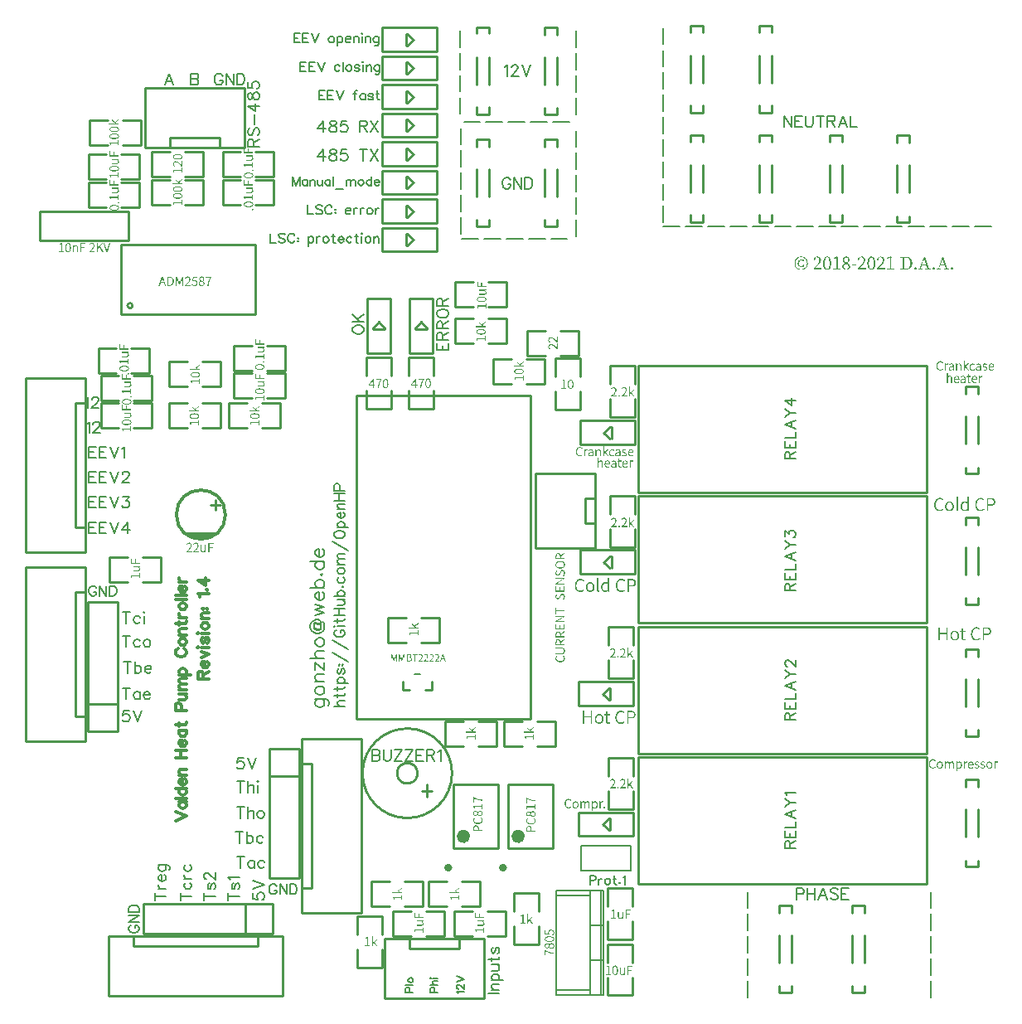
<source format=gto>
G04 Layer: TopSilkLayer*
G04 EasyEDA v6.4.17, 2021-03-22T15:56:55+00:00*
G04 658c0ce66da44e4f8c80b51cc6799b00,637d308c6d204718a186f4f1e4ce3e04,10*
G04 Gerber Generator version 0.2*
G04 Scale: 100 percent, Rotated: No, Reflected: No *
G04 Dimensions in millimeters *
G04 leading zeros omitted , absolute positions ,4 integer and 5 decimal *
%FSLAX45Y45*%
%MOMM*%

%ADD10C,0.2540*%
%ADD13C,0.3000*%
%ADD15C,0.2000*%
%ADD39C,0.2032*%
%ADD40C,0.2030*%
%ADD41C,0.1500*%
%ADD42C,0.4000*%
%ADD43C,0.7000*%
%ADD44C,0.1500*%
%ADD45C,0.1524*%

%LPD*%
G36*
X999236Y-3290824D02*
G01*
X999236Y-3343656D01*
X1092200Y-3343656D01*
X1092200Y-3332987D01*
X1049782Y-3332987D01*
X1049782Y-3297174D01*
X1040892Y-3297174D01*
X1040892Y-3332987D01*
X1008126Y-3332987D01*
X1008126Y-3290824D01*
G37*
G36*
X1023619Y-3368548D02*
G01*
X1023619Y-3378708D01*
X1072896Y-3378708D01*
X1078280Y-3383737D01*
X1081989Y-3388360D01*
X1084122Y-3392982D01*
X1084834Y-3398012D01*
X1083716Y-3404209D01*
X1080312Y-3408476D01*
X1074420Y-3410965D01*
X1066038Y-3411728D01*
X1023619Y-3411728D01*
X1023619Y-3421887D01*
X1067054Y-3421887D01*
X1073251Y-3421583D01*
X1078636Y-3420668D01*
X1083259Y-3419094D01*
X1087069Y-3416909D01*
X1090066Y-3414014D01*
X1092250Y-3410407D01*
X1093520Y-3406089D01*
X1093978Y-3401060D01*
X1093012Y-3394456D01*
X1090371Y-3388614D01*
X1086358Y-3383330D01*
X1081278Y-3378454D01*
X1081278Y-3377946D01*
X1092200Y-3376929D01*
X1092200Y-3368548D01*
G37*
G36*
X1083564Y-3441446D02*
G01*
X1083564Y-3460242D01*
X999236Y-3460242D01*
X999236Y-3468370D01*
X1001217Y-3472078D01*
X1002893Y-3476396D01*
X1004366Y-3481324D01*
X1005586Y-3486912D01*
X1012444Y-3486912D01*
X1012444Y-3470656D01*
X1083564Y-3470656D01*
X1083564Y-3491484D01*
X1092200Y-3491484D01*
X1092200Y-3441446D01*
G37*
G36*
X1045464Y-3509264D02*
G01*
X1037742Y-3509467D01*
X1030732Y-3510178D01*
X1024382Y-3511245D01*
X1018743Y-3512769D01*
X1013764Y-3514648D01*
X1009497Y-3516934D01*
X1005890Y-3519576D01*
X1002944Y-3522522D01*
X1000658Y-3525875D01*
X999032Y-3529533D01*
X998016Y-3533495D01*
X997712Y-3537712D01*
X1006094Y-3537712D01*
X1006652Y-3533800D01*
X1008430Y-3530244D01*
X1011377Y-3527145D01*
X1015593Y-3524453D01*
X1021080Y-3522319D01*
X1027836Y-3520744D01*
X1035964Y-3519779D01*
X1045464Y-3519424D01*
X1055065Y-3519779D01*
X1063294Y-3520744D01*
X1070203Y-3522319D01*
X1075791Y-3524453D01*
X1080109Y-3527145D01*
X1083157Y-3530244D01*
X1084986Y-3533800D01*
X1085596Y-3537712D01*
X1084986Y-3541623D01*
X1083157Y-3545230D01*
X1080109Y-3548379D01*
X1075842Y-3551072D01*
X1070203Y-3553256D01*
X1063294Y-3554882D01*
X1055065Y-3555898D01*
X1045464Y-3556254D01*
X1035964Y-3555898D01*
X1027836Y-3554882D01*
X1021080Y-3553256D01*
X1015593Y-3551072D01*
X1011377Y-3548379D01*
X1008430Y-3545230D01*
X1006652Y-3541623D01*
X1006094Y-3537712D01*
X997712Y-3537712D01*
X998016Y-3541928D01*
X999032Y-3545890D01*
X1000658Y-3549548D01*
X1002944Y-3552901D01*
X1005890Y-3555847D01*
X1009497Y-3558489D01*
X1013764Y-3560775D01*
X1018743Y-3562654D01*
X1024382Y-3564178D01*
X1030732Y-3565245D01*
X1037742Y-3565956D01*
X1045464Y-3566160D01*
X1053185Y-3565956D01*
X1060246Y-3565245D01*
X1066647Y-3564178D01*
X1072388Y-3562654D01*
X1077417Y-3560775D01*
X1081836Y-3558489D01*
X1085545Y-3555847D01*
X1088593Y-3552901D01*
X1090930Y-3549548D01*
X1092606Y-3545890D01*
X1093622Y-3541928D01*
X1093978Y-3537712D01*
X1093622Y-3533495D01*
X1092606Y-3529533D01*
X1090930Y-3525875D01*
X1088593Y-3522522D01*
X1085545Y-3519576D01*
X1081836Y-3516934D01*
X1077417Y-3514648D01*
X1072388Y-3512769D01*
X1066647Y-3511245D01*
X1060246Y-3510178D01*
X1053185Y-3509467D01*
G37*
G36*
X1085596Y-3581908D02*
G01*
X1082243Y-3582517D01*
X1079601Y-3584244D01*
X1077823Y-3586734D01*
X1077214Y-3589782D01*
X1077823Y-3592728D01*
X1079601Y-3595268D01*
X1082243Y-3596995D01*
X1085596Y-3597656D01*
X1088948Y-3596995D01*
X1091590Y-3595268D01*
X1093368Y-3592728D01*
X1093978Y-3589782D01*
X1093368Y-3586734D01*
X1091590Y-3584244D01*
X1088948Y-3582517D01*
G37*
G36*
X6166358Y-9063736D02*
G01*
X6166358Y-9156700D01*
X6176772Y-9156700D01*
X6176772Y-9114282D01*
X6212586Y-9114282D01*
X6212586Y-9105392D01*
X6176772Y-9105392D01*
X6176772Y-9072626D01*
X6219190Y-9072626D01*
X6219190Y-9063736D01*
G37*
G36*
X6041644Y-9063736D02*
G01*
X6037834Y-9065717D01*
X6033465Y-9067393D01*
X6028537Y-9068866D01*
X6022848Y-9070086D01*
X6022848Y-9076690D01*
X6039358Y-9076690D01*
X6039358Y-9148064D01*
X6018276Y-9148064D01*
X6018276Y-9156700D01*
X6068314Y-9156700D01*
X6068314Y-9148064D01*
X6049518Y-9148064D01*
X6049518Y-9063736D01*
G37*
G36*
X6087872Y-9088120D02*
G01*
X6087872Y-9131554D01*
X6088176Y-9137751D01*
X6089091Y-9143136D01*
X6090666Y-9147759D01*
X6092850Y-9151569D01*
X6095746Y-9154566D01*
X6099352Y-9156750D01*
X6103670Y-9158020D01*
X6108700Y-9158478D01*
X6115304Y-9157512D01*
X6121196Y-9154871D01*
X6126530Y-9150858D01*
X6131560Y-9145778D01*
X6131814Y-9145778D01*
X6132830Y-9156700D01*
X6141212Y-9156700D01*
X6141212Y-9088120D01*
X6131052Y-9088120D01*
X6131052Y-9137396D01*
X6126124Y-9142780D01*
X6121501Y-9146489D01*
X6116777Y-9148622D01*
X6111748Y-9149334D01*
X6105550Y-9148267D01*
X6101384Y-9144863D01*
X6099048Y-9139021D01*
X6098286Y-9130538D01*
X6098286Y-9088120D01*
G37*
G36*
X1113536Y-5477510D02*
G01*
X1113536Y-5530342D01*
X1206500Y-5530342D01*
X1206500Y-5519928D01*
X1164082Y-5519928D01*
X1164082Y-5484114D01*
X1155192Y-5484114D01*
X1155192Y-5519928D01*
X1122426Y-5519928D01*
X1122426Y-5477510D01*
G37*
G36*
X1137920Y-5555488D02*
G01*
X1137920Y-5565648D01*
X1187196Y-5565648D01*
X1192580Y-5570575D01*
X1196289Y-5575198D01*
X1198422Y-5579922D01*
X1199134Y-5584952D01*
X1198016Y-5591149D01*
X1194612Y-5595315D01*
X1188720Y-5597652D01*
X1180338Y-5598414D01*
X1137920Y-5598414D01*
X1137920Y-5608828D01*
X1181354Y-5608828D01*
X1187551Y-5608523D01*
X1192936Y-5607608D01*
X1197559Y-5606034D01*
X1201369Y-5603849D01*
X1204366Y-5600954D01*
X1206550Y-5597347D01*
X1207820Y-5593029D01*
X1208278Y-5588000D01*
X1207312Y-5581396D01*
X1204671Y-5575503D01*
X1200658Y-5570169D01*
X1195578Y-5565140D01*
X1195578Y-5564886D01*
X1206500Y-5563870D01*
X1206500Y-5555488D01*
G37*
G36*
X1197864Y-5628386D02*
G01*
X1197864Y-5647182D01*
X1113536Y-5647182D01*
X1113536Y-5655056D01*
X1115517Y-5658916D01*
X1117193Y-5663336D01*
X1118666Y-5668264D01*
X1119886Y-5673852D01*
X1126744Y-5673852D01*
X1126744Y-5657596D01*
X1197864Y-5657596D01*
X1197864Y-5678170D01*
X1206500Y-5678170D01*
X1206500Y-5628386D01*
G37*
G36*
X6060948Y-9633712D02*
G01*
X6056680Y-9634016D01*
X6052718Y-9635032D01*
X6049060Y-9636658D01*
X6045708Y-9638944D01*
X6042710Y-9641890D01*
X6040018Y-9645497D01*
X6037732Y-9649764D01*
X6035802Y-9654743D01*
X6034278Y-9660382D01*
X6033160Y-9666732D01*
X6032500Y-9673742D01*
X6032246Y-9681464D01*
X6042406Y-9681464D01*
X6042761Y-9671964D01*
X6043726Y-9663836D01*
X6045301Y-9657080D01*
X6047486Y-9651593D01*
X6050178Y-9647377D01*
X6053328Y-9644430D01*
X6056934Y-9642652D01*
X6060948Y-9642094D01*
X6064859Y-9642652D01*
X6068415Y-9644430D01*
X6071514Y-9647377D01*
X6074206Y-9651593D01*
X6076340Y-9657080D01*
X6077915Y-9663836D01*
X6078880Y-9671964D01*
X6079236Y-9681464D01*
X6078880Y-9691065D01*
X6077915Y-9699294D01*
X6076340Y-9706203D01*
X6074206Y-9711791D01*
X6071514Y-9716109D01*
X6068415Y-9719157D01*
X6064859Y-9720986D01*
X6060948Y-9721596D01*
X6056934Y-9720986D01*
X6053328Y-9719157D01*
X6050178Y-9716109D01*
X6047486Y-9711791D01*
X6045301Y-9706203D01*
X6043726Y-9699294D01*
X6042761Y-9691065D01*
X6042406Y-9681464D01*
X6032246Y-9681464D01*
X6032500Y-9689185D01*
X6033160Y-9696246D01*
X6034278Y-9702647D01*
X6035802Y-9708388D01*
X6037732Y-9713417D01*
X6040018Y-9717836D01*
X6042710Y-9721545D01*
X6045708Y-9724593D01*
X6049060Y-9726930D01*
X6052718Y-9728606D01*
X6056680Y-9729622D01*
X6060948Y-9729978D01*
X6065164Y-9729622D01*
X6069126Y-9728606D01*
X6072733Y-9726930D01*
X6076035Y-9724593D01*
X6079032Y-9721545D01*
X6081623Y-9717836D01*
X6083858Y-9713417D01*
X6085738Y-9708388D01*
X6087211Y-9702647D01*
X6088278Y-9696246D01*
X6088938Y-9689185D01*
X6089142Y-9681464D01*
X6088938Y-9673742D01*
X6088278Y-9666732D01*
X6087211Y-9660382D01*
X6085738Y-9654743D01*
X6083858Y-9649764D01*
X6081623Y-9645497D01*
X6079032Y-9641890D01*
X6076035Y-9638944D01*
X6072733Y-9636658D01*
X6069126Y-9635032D01*
X6065164Y-9634016D01*
G37*
G36*
X6185154Y-9635236D02*
G01*
X6185154Y-9728200D01*
X6195822Y-9728200D01*
X6195822Y-9685782D01*
X6231636Y-9685782D01*
X6231636Y-9676892D01*
X6195822Y-9676892D01*
X6195822Y-9644126D01*
X6237986Y-9644126D01*
X6237986Y-9635236D01*
G37*
G36*
X5990844Y-9635236D02*
G01*
X5987034Y-9637217D01*
X5982665Y-9638893D01*
X5977737Y-9640366D01*
X5972048Y-9641586D01*
X5972048Y-9648444D01*
X5988558Y-9648444D01*
X5988558Y-9719564D01*
X5967476Y-9719564D01*
X5967476Y-9728200D01*
X6017514Y-9728200D01*
X6017514Y-9719564D01*
X5998718Y-9719564D01*
X5998718Y-9635236D01*
G37*
G36*
X6106922Y-9659620D02*
G01*
X6106922Y-9703054D01*
X6107226Y-9709251D01*
X6108141Y-9714636D01*
X6109665Y-9719259D01*
X6111900Y-9723069D01*
X6114745Y-9726066D01*
X6118301Y-9728250D01*
X6122517Y-9729520D01*
X6127496Y-9729978D01*
X6134252Y-9729012D01*
X6140145Y-9726371D01*
X6145479Y-9722358D01*
X6150356Y-9717278D01*
X6150864Y-9717278D01*
X6151626Y-9728200D01*
X6160262Y-9728200D01*
X6160262Y-9659620D01*
X6150102Y-9659620D01*
X6150102Y-9708896D01*
X6145072Y-9714280D01*
X6140399Y-9717989D01*
X6135725Y-9720122D01*
X6130544Y-9720834D01*
X6124346Y-9719716D01*
X6120180Y-9716312D01*
X6117844Y-9710420D01*
X6117082Y-9702038D01*
X6117082Y-9659620D01*
G37*
G36*
X5545836Y-5419090D02*
G01*
X5504688Y-5442966D01*
X5503316Y-5438343D01*
X5501386Y-5434126D01*
X5498947Y-5430418D01*
X5496001Y-5427319D01*
X5492496Y-5424779D01*
X5488381Y-5422950D01*
X5483758Y-5421782D01*
X5478526Y-5421376D01*
X5471972Y-5421985D01*
X5466486Y-5423712D01*
X5462016Y-5426557D01*
X5458561Y-5430367D01*
X5455970Y-5435041D01*
X5454192Y-5440578D01*
X5453176Y-5446776D01*
X5452872Y-5453634D01*
X5452872Y-5471414D01*
X5461508Y-5471414D01*
X5461508Y-5455158D01*
X5462371Y-5445201D01*
X5465267Y-5437987D01*
X5470499Y-5433568D01*
X5478526Y-5432044D01*
X5486654Y-5433568D01*
X5492445Y-5437987D01*
X5495899Y-5445201D01*
X5497068Y-5455158D01*
X5497068Y-5471414D01*
X5452872Y-5471414D01*
X5452872Y-5482082D01*
X5545836Y-5482082D01*
X5545836Y-5471414D01*
X5505704Y-5471414D01*
X5505704Y-5454142D01*
X5545836Y-5430774D01*
G37*
G36*
X5499100Y-5502402D02*
G01*
X5491937Y-5502757D01*
X5485231Y-5503722D01*
X5479084Y-5505297D01*
X5473446Y-5507482D01*
X5468416Y-5510174D01*
X5463946Y-5513425D01*
X5460136Y-5517134D01*
X5456936Y-5521299D01*
X5454396Y-5525871D01*
X5452567Y-5530850D01*
X5451449Y-5536133D01*
X5451094Y-5541772D01*
X5460492Y-5541772D01*
X5461152Y-5535574D01*
X5463184Y-5530037D01*
X5466435Y-5525160D01*
X5470855Y-5521096D01*
X5476392Y-5517794D01*
X5482996Y-5515356D01*
X5490565Y-5513832D01*
X5499100Y-5513324D01*
X5507583Y-5513832D01*
X5515152Y-5515356D01*
X5521858Y-5517794D01*
X5527497Y-5521045D01*
X5532069Y-5525160D01*
X5535422Y-5530037D01*
X5537504Y-5535574D01*
X5538216Y-5541772D01*
X5537504Y-5547969D01*
X5535422Y-5553506D01*
X5532069Y-5558383D01*
X5527497Y-5562498D01*
X5521858Y-5565749D01*
X5515152Y-5568188D01*
X5507583Y-5569712D01*
X5499100Y-5570220D01*
X5490565Y-5569712D01*
X5482996Y-5568188D01*
X5476392Y-5565749D01*
X5470855Y-5562447D01*
X5466435Y-5558383D01*
X5463184Y-5553506D01*
X5461152Y-5547969D01*
X5460492Y-5541772D01*
X5451094Y-5541772D01*
X5451449Y-5547410D01*
X5452567Y-5552694D01*
X5454396Y-5557672D01*
X5456936Y-5562244D01*
X5460136Y-5566410D01*
X5463946Y-5570118D01*
X5468416Y-5573369D01*
X5473446Y-5576062D01*
X5479084Y-5578246D01*
X5485231Y-5579821D01*
X5491937Y-5580786D01*
X5499100Y-5581142D01*
X5506262Y-5580786D01*
X5512917Y-5579821D01*
X5519115Y-5578246D01*
X5524754Y-5576062D01*
X5529884Y-5573369D01*
X5534406Y-5570118D01*
X5538317Y-5566410D01*
X5541568Y-5562244D01*
X5544159Y-5557672D01*
X5546090Y-5552694D01*
X5547207Y-5547410D01*
X5547614Y-5541772D01*
X5547207Y-5536133D01*
X5546090Y-5530850D01*
X5544159Y-5525871D01*
X5541568Y-5521299D01*
X5538317Y-5517134D01*
X5534406Y-5513425D01*
X5529884Y-5510174D01*
X5524754Y-5507482D01*
X5519115Y-5505297D01*
X5512917Y-5503722D01*
X5506262Y-5502757D01*
G37*
G36*
X5521452Y-5594096D02*
G01*
X5512308Y-5595620D01*
X5505500Y-5599734D01*
X5500420Y-5605881D01*
X5496560Y-5613400D01*
X5490972Y-5626862D01*
X5488482Y-5632297D01*
X5485231Y-5637276D01*
X5480812Y-5640933D01*
X5474716Y-5642356D01*
X5468721Y-5641086D01*
X5464251Y-5637428D01*
X5461457Y-5631738D01*
X5460492Y-5624322D01*
X5461101Y-5618022D01*
X5462828Y-5612434D01*
X5465622Y-5607405D01*
X5469382Y-5602986D01*
X5462778Y-5597398D01*
X5458053Y-5602732D01*
X5454345Y-5609031D01*
X5451957Y-5616295D01*
X5451094Y-5624322D01*
X5451551Y-5630316D01*
X5452922Y-5635752D01*
X5455107Y-5640679D01*
X5458053Y-5644845D01*
X5461609Y-5648299D01*
X5465775Y-5650839D01*
X5470398Y-5652465D01*
X5475478Y-5653024D01*
X5484317Y-5651296D01*
X5490921Y-5646877D01*
X5495696Y-5640832D01*
X5499100Y-5634228D01*
X5508091Y-5614517D01*
X5511444Y-5609437D01*
X5515914Y-5606034D01*
X5522214Y-5604764D01*
X5528665Y-5606186D01*
X5533745Y-5610301D01*
X5537047Y-5616752D01*
X5538216Y-5625338D01*
X5537403Y-5632653D01*
X5535015Y-5639511D01*
X5531358Y-5645810D01*
X5526532Y-5651246D01*
X5533644Y-5657596D01*
X5539384Y-5651093D01*
X5543753Y-5643473D01*
X5546598Y-5634837D01*
X5547614Y-5625338D01*
X5547106Y-5618530D01*
X5545582Y-5612434D01*
X5543143Y-5607100D01*
X5539943Y-5602579D01*
X5536082Y-5598972D01*
X5531662Y-5596280D01*
X5526735Y-5594654D01*
G37*
G36*
X5452872Y-5676646D02*
G01*
X5452872Y-5686806D01*
X5503164Y-5686806D01*
X5517642Y-5686348D01*
X5532120Y-5685282D01*
X5532120Y-5686044D01*
X5513070Y-5695950D01*
X5452872Y-5731256D01*
X5452872Y-5741924D01*
X5545836Y-5741924D01*
X5545836Y-5732018D01*
X5487568Y-5732119D01*
X5466588Y-5733288D01*
X5466588Y-5732780D01*
X5485638Y-5722620D01*
X5545836Y-5687568D01*
X5545836Y-5676646D01*
G37*
G36*
X5536946Y-5761736D02*
G01*
X5536946Y-5805678D01*
X5501132Y-5805678D01*
X5501132Y-5769864D01*
X5492496Y-5769864D01*
X5492496Y-5805678D01*
X5461762Y-5805678D01*
X5461762Y-5763260D01*
X5452872Y-5763260D01*
X5452872Y-5816092D01*
X5545836Y-5816092D01*
X5545836Y-5761736D01*
G37*
G36*
X5521452Y-5834634D02*
G01*
X5512308Y-5836158D01*
X5505500Y-5840272D01*
X5500420Y-5846419D01*
X5496560Y-5853938D01*
X5490972Y-5867400D01*
X5488482Y-5872835D01*
X5485231Y-5877814D01*
X5480812Y-5881471D01*
X5474716Y-5882894D01*
X5468721Y-5881624D01*
X5464251Y-5877966D01*
X5461457Y-5872276D01*
X5460492Y-5864860D01*
X5461101Y-5858560D01*
X5462828Y-5852972D01*
X5465622Y-5847943D01*
X5469382Y-5843524D01*
X5462778Y-5837936D01*
X5458053Y-5843270D01*
X5454345Y-5849569D01*
X5451957Y-5856833D01*
X5451094Y-5864860D01*
X5451551Y-5870854D01*
X5452922Y-5876290D01*
X5455107Y-5881217D01*
X5458053Y-5885383D01*
X5461609Y-5888837D01*
X5465775Y-5891377D01*
X5470398Y-5893003D01*
X5475478Y-5893562D01*
X5484317Y-5891834D01*
X5490921Y-5887415D01*
X5495696Y-5881370D01*
X5499100Y-5874766D01*
X5508091Y-5855055D01*
X5511444Y-5849975D01*
X5515914Y-5846572D01*
X5522214Y-5845302D01*
X5528665Y-5846724D01*
X5533745Y-5850839D01*
X5537047Y-5857290D01*
X5538216Y-5865876D01*
X5537403Y-5873191D01*
X5535015Y-5880049D01*
X5531358Y-5886348D01*
X5526532Y-5891784D01*
X5533644Y-5898134D01*
X5539384Y-5891631D01*
X5543753Y-5884011D01*
X5546598Y-5875375D01*
X5547614Y-5865876D01*
X5547106Y-5859068D01*
X5545582Y-5852972D01*
X5543143Y-5847638D01*
X5539943Y-5843117D01*
X5536082Y-5839510D01*
X5531662Y-5836818D01*
X5526735Y-5835192D01*
G37*
G36*
X5556250Y-5906008D02*
G01*
X5556250Y-5973318D01*
X5563362Y-5973318D01*
X5563362Y-5906008D01*
G37*
G36*
X5452872Y-5978906D02*
G01*
X5452872Y-6046470D01*
X5461762Y-6046470D01*
X5461762Y-6018022D01*
X5545836Y-6018022D01*
X5545836Y-6007354D01*
X5461762Y-6007354D01*
X5461762Y-5978906D01*
G37*
G36*
X5452872Y-6063488D02*
G01*
X5452872Y-6073394D01*
X5510326Y-6073292D01*
X5532120Y-6072124D01*
X5532120Y-6072632D01*
X5513070Y-6082792D01*
X5452872Y-6117844D01*
X5452872Y-6128766D01*
X5545836Y-6128766D01*
X5545836Y-6118860D01*
X5494782Y-6118860D01*
X5480507Y-6119317D01*
X5466588Y-6120130D01*
X5466588Y-6119368D01*
X5485638Y-6109208D01*
X5545836Y-6074410D01*
X5545836Y-6063488D01*
G37*
G36*
X5536946Y-6148578D02*
G01*
X5536946Y-6192266D01*
X5501132Y-6192266D01*
X5501132Y-6156706D01*
X5492496Y-6156706D01*
X5492496Y-6192266D01*
X5461762Y-6192266D01*
X5461762Y-6149848D01*
X5452872Y-6149848D01*
X5452872Y-6202934D01*
X5545836Y-6202934D01*
X5545836Y-6148578D01*
G37*
G36*
X5545836Y-6219444D02*
G01*
X5504688Y-6243574D01*
X5503316Y-6238849D01*
X5501386Y-6234633D01*
X5498947Y-6230924D01*
X5496001Y-6227826D01*
X5492496Y-6225336D01*
X5488381Y-6223508D01*
X5483758Y-6222390D01*
X5478526Y-6221984D01*
X5471972Y-6222593D01*
X5466486Y-6224320D01*
X5462016Y-6227165D01*
X5458561Y-6230924D01*
X5455970Y-6235598D01*
X5454192Y-6241034D01*
X5453176Y-6247231D01*
X5452872Y-6253988D01*
X5452872Y-6272022D01*
X5461508Y-6272022D01*
X5461508Y-6255766D01*
X5462371Y-6245809D01*
X5465267Y-6238443D01*
X5470499Y-6233922D01*
X5478526Y-6232398D01*
X5486654Y-6233922D01*
X5492445Y-6238443D01*
X5495899Y-6245809D01*
X5497068Y-6255766D01*
X5497068Y-6272022D01*
X5452872Y-6272022D01*
X5452872Y-6282436D01*
X5545836Y-6282436D01*
X5545836Y-6272022D01*
X5505704Y-6272022D01*
X5505704Y-6254496D01*
X5545836Y-6231382D01*
G37*
G36*
X5545836Y-6299200D02*
G01*
X5504688Y-6323076D01*
X5503316Y-6318453D01*
X5501386Y-6314236D01*
X5498947Y-6310528D01*
X5496001Y-6307429D01*
X5492496Y-6304889D01*
X5488381Y-6303060D01*
X5483758Y-6301892D01*
X5478526Y-6301486D01*
X5471972Y-6302095D01*
X5466486Y-6303822D01*
X5462016Y-6306667D01*
X5458561Y-6310477D01*
X5455970Y-6315151D01*
X5454192Y-6320688D01*
X5453176Y-6326886D01*
X5452872Y-6333744D01*
X5452872Y-6351524D01*
X5461508Y-6351524D01*
X5461508Y-6335268D01*
X5462371Y-6325311D01*
X5465267Y-6318097D01*
X5470499Y-6313678D01*
X5478526Y-6312154D01*
X5486654Y-6313678D01*
X5492445Y-6318097D01*
X5495899Y-6325311D01*
X5497068Y-6335268D01*
X5497068Y-6351524D01*
X5452872Y-6351524D01*
X5452872Y-6362192D01*
X5545836Y-6362192D01*
X5545836Y-6351524D01*
X5505704Y-6351524D01*
X5505704Y-6334252D01*
X5545836Y-6310884D01*
G37*
G36*
X5452872Y-6387592D02*
G01*
X5452872Y-6397752D01*
X5508244Y-6397752D01*
X5516118Y-6398209D01*
X5522569Y-6399530D01*
X5527751Y-6401612D01*
X5531815Y-6404406D01*
X5534761Y-6407810D01*
X5536742Y-6411671D01*
X5537860Y-6415989D01*
X5538216Y-6420612D01*
X5537860Y-6425133D01*
X5536742Y-6429349D01*
X5534761Y-6433159D01*
X5531815Y-6436461D01*
X5527751Y-6439154D01*
X5522569Y-6441236D01*
X5516118Y-6442506D01*
X5508244Y-6442964D01*
X5452872Y-6442964D01*
X5452872Y-6453378D01*
X5507990Y-6453378D01*
X5515000Y-6453073D01*
X5521248Y-6452209D01*
X5526735Y-6450838D01*
X5531459Y-6448958D01*
X5535523Y-6446621D01*
X5538927Y-6443827D01*
X5541721Y-6440728D01*
X5543956Y-6437223D01*
X5545582Y-6433464D01*
X5546750Y-6429400D01*
X5547410Y-6425082D01*
X5547614Y-6420612D01*
X5547410Y-6416141D01*
X5546750Y-6411823D01*
X5545582Y-6407759D01*
X5543956Y-6403898D01*
X5541721Y-6400393D01*
X5538927Y-6397244D01*
X5535523Y-6394450D01*
X5531459Y-6392113D01*
X5526735Y-6390182D01*
X5521248Y-6388760D01*
X5515000Y-6387896D01*
X5507990Y-6387592D01*
G37*
G36*
X5534152Y-6468872D02*
G01*
X5527548Y-6474714D01*
X5532120Y-6479438D01*
X5535472Y-6484569D01*
X5537504Y-6490258D01*
X5538216Y-6496558D01*
X5537504Y-6503060D01*
X5535472Y-6508902D01*
X5532120Y-6513982D01*
X5527598Y-6518249D01*
X5521960Y-6521704D01*
X5515305Y-6524193D01*
X5507634Y-6525768D01*
X5499100Y-6526276D01*
X5490565Y-6525717D01*
X5482996Y-6524142D01*
X5476392Y-6521551D01*
X5470855Y-6518046D01*
X5466435Y-6513728D01*
X5463184Y-6508597D01*
X5461152Y-6502755D01*
X5460492Y-6496304D01*
X5461152Y-6490512D01*
X5462930Y-6485432D01*
X5465724Y-6480911D01*
X5469382Y-6477000D01*
X5462524Y-6471158D01*
X5458256Y-6475780D01*
X5454599Y-6481521D01*
X5452059Y-6488430D01*
X5451094Y-6496304D01*
X5451449Y-6502095D01*
X5452567Y-6507530D01*
X5454396Y-6512661D01*
X5456936Y-6517385D01*
X5460136Y-6521754D01*
X5463997Y-6525615D01*
X5468467Y-6528968D01*
X5473496Y-6531864D01*
X5479186Y-6534150D01*
X5485384Y-6535826D01*
X5492089Y-6536842D01*
X5499354Y-6537198D01*
X5506618Y-6536842D01*
X5513324Y-6535826D01*
X5519521Y-6534200D01*
X5525211Y-6531914D01*
X5530240Y-6529120D01*
X5534710Y-6525818D01*
X5538571Y-6522008D01*
X5541772Y-6517741D01*
X5544312Y-6513068D01*
X5546140Y-6508089D01*
X5547258Y-6502704D01*
X5547614Y-6497066D01*
X5546750Y-6488633D01*
X5544108Y-6481165D01*
X5539892Y-6474612D01*
G37*
G36*
X9619742Y-3454908D02*
G01*
X9619742Y-3556000D01*
X9629902Y-3556000D01*
X9629902Y-3537712D01*
X9643110Y-3521964D01*
X9663938Y-3556000D01*
X9675114Y-3556000D01*
X9649460Y-3515106D01*
X9672066Y-3487420D01*
X9660636Y-3487420D01*
X9630410Y-3525012D01*
X9629902Y-3525012D01*
X9629902Y-3454908D01*
G37*
G36*
X9382760Y-3461512D02*
G01*
X9377070Y-3461867D01*
X9371634Y-3462985D01*
X9366554Y-3464814D01*
X9361830Y-3467303D01*
X9357512Y-3470452D01*
X9353702Y-3474262D01*
X9350298Y-3478733D01*
X9347454Y-3483762D01*
X9345168Y-3489350D01*
X9343491Y-3495548D01*
X9342475Y-3502253D01*
X9342120Y-3509518D01*
X9342475Y-3516833D01*
X9343491Y-3523589D01*
X9345117Y-3529787D01*
X9347403Y-3535476D01*
X9350197Y-3540506D01*
X9353499Y-3544976D01*
X9357258Y-3548786D01*
X9361474Y-3551986D01*
X9366097Y-3554476D01*
X9371126Y-3556304D01*
X9376410Y-3557422D01*
X9381998Y-3557778D01*
X9390532Y-3556914D01*
X9398000Y-3554272D01*
X9404502Y-3550056D01*
X9410192Y-3544315D01*
X9404604Y-3537712D01*
X9399828Y-3542284D01*
X9394596Y-3545636D01*
X9388856Y-3547668D01*
X9382506Y-3548379D01*
X9376003Y-3547668D01*
X9370161Y-3545636D01*
X9365081Y-3542385D01*
X9360763Y-3537864D01*
X9357360Y-3532225D01*
X9354870Y-3525570D01*
X9353296Y-3517849D01*
X9352788Y-3509264D01*
X9353346Y-3500729D01*
X9354921Y-3493160D01*
X9357512Y-3486556D01*
X9361017Y-3481019D01*
X9365335Y-3476599D01*
X9370466Y-3473348D01*
X9376308Y-3471316D01*
X9382760Y-3470656D01*
X9388652Y-3471316D01*
X9393834Y-3473094D01*
X9398304Y-3475888D01*
X9402064Y-3479546D01*
X9408160Y-3472687D01*
X9403537Y-3468471D01*
X9397746Y-3464915D01*
X9390786Y-3462426D01*
G37*
G36*
X9904222Y-3485642D02*
G01*
X9898380Y-3486302D01*
X9892792Y-3488182D01*
X9887559Y-3491229D01*
X9882936Y-3495395D01*
X9879076Y-3500577D01*
X9876078Y-3506774D01*
X9874148Y-3513836D01*
X9873935Y-3516376D01*
X9883648Y-3516376D01*
X9886086Y-3506978D01*
X9890709Y-3499967D01*
X9896957Y-3495548D01*
X9904222Y-3494024D01*
X9911740Y-3495446D01*
X9917277Y-3499662D01*
X9920782Y-3506673D01*
X9922002Y-3516376D01*
X9873935Y-3516376D01*
X9873488Y-3521710D01*
X9874148Y-3529736D01*
X9876028Y-3536899D01*
X9879025Y-3543046D01*
X9882987Y-3548227D01*
X9887762Y-3552342D01*
X9893300Y-3555339D01*
X9899446Y-3557168D01*
X9906000Y-3557778D01*
X9912756Y-3557219D01*
X9918649Y-3555644D01*
X9923881Y-3553409D01*
X9928606Y-3550665D01*
X9924796Y-3543808D01*
X9920884Y-3546195D01*
X9916718Y-3547922D01*
X9912197Y-3549040D01*
X9907270Y-3549396D01*
X9902342Y-3548938D01*
X9897922Y-3547567D01*
X9893960Y-3545382D01*
X9890607Y-3542436D01*
X9887915Y-3538728D01*
X9885832Y-3534410D01*
X9884511Y-3529482D01*
X9883902Y-3523996D01*
X9930638Y-3523996D01*
X9931095Y-3521201D01*
X9931146Y-3517646D01*
X9930688Y-3510635D01*
X9929317Y-3504387D01*
X9927132Y-3498900D01*
X9924084Y-3494328D01*
X9920224Y-3490620D01*
X9915601Y-3487877D01*
X9910267Y-3486200D01*
G37*
G36*
X9839198Y-3485642D02*
G01*
X9829342Y-3487165D01*
X9821976Y-3491280D01*
X9817404Y-3497427D01*
X9815830Y-3504946D01*
X9817658Y-3512464D01*
X9822383Y-3517849D01*
X9828885Y-3521710D01*
X9841992Y-3526891D01*
X9847122Y-3529736D01*
X9850780Y-3533394D01*
X9852152Y-3538220D01*
X9851288Y-3542639D01*
X9848646Y-3546195D01*
X9844227Y-3548532D01*
X9837928Y-3549396D01*
X9831882Y-3548786D01*
X9826599Y-3547160D01*
X9821824Y-3544570D01*
X9817354Y-3541268D01*
X9812020Y-3548379D01*
X9817404Y-3552088D01*
X9823602Y-3555085D01*
X9830409Y-3557066D01*
X9837674Y-3557778D01*
X9843262Y-3557371D01*
X9848138Y-3556152D01*
X9852304Y-3554222D01*
X9855758Y-3551732D01*
X9858502Y-3548735D01*
X9860483Y-3545332D01*
X9861651Y-3541623D01*
X9862058Y-3537712D01*
X9860178Y-3529431D01*
X9855250Y-3523742D01*
X9848443Y-3519779D01*
X9840976Y-3516629D01*
X9835337Y-3514496D01*
X9830511Y-3512058D01*
X9827209Y-3508857D01*
X9825990Y-3504437D01*
X9826752Y-3500323D01*
X9829190Y-3496919D01*
X9833254Y-3494633D01*
X9839198Y-3493770D01*
X9843719Y-3494278D01*
X9847732Y-3495598D01*
X9851440Y-3497630D01*
X9854946Y-3500120D01*
X9860026Y-3493262D01*
X9855809Y-3490264D01*
X9850831Y-3487826D01*
X9845294Y-3486200D01*
G37*
G36*
X9774174Y-3485642D02*
G01*
X9766249Y-3486505D01*
X9759035Y-3488690D01*
X9752685Y-3491636D01*
X9747504Y-3494786D01*
X9751822Y-3501898D01*
X9756038Y-3499104D01*
X9761016Y-3496665D01*
X9766554Y-3494938D01*
X9772650Y-3494278D01*
X9779863Y-3495852D01*
X9784384Y-3500018D01*
X9786620Y-3505962D01*
X9787128Y-3512820D01*
X9776866Y-3514242D01*
X9768078Y-3516122D01*
X9760762Y-3518408D01*
X9754870Y-3521252D01*
X9750348Y-3524554D01*
X9747199Y-3528517D01*
X9745319Y-3533038D01*
X9744769Y-3537712D01*
X9754616Y-3537712D01*
X9755022Y-3534359D01*
X9756292Y-3531311D01*
X9758527Y-3528618D01*
X9761829Y-3526231D01*
X9766249Y-3524148D01*
X9771888Y-3522370D01*
X9778796Y-3520846D01*
X9787128Y-3519678D01*
X9787128Y-3539744D01*
X9782149Y-3543909D01*
X9777323Y-3546957D01*
X9772446Y-3548786D01*
X9767316Y-3549396D01*
X9762439Y-3548735D01*
X9758375Y-3546703D01*
X9755632Y-3543096D01*
X9754616Y-3537712D01*
X9744769Y-3537712D01*
X9744710Y-3538220D01*
X9746234Y-3546652D01*
X9750450Y-3552748D01*
X9756698Y-3556508D01*
X9764522Y-3557778D01*
X9770872Y-3556965D01*
X9776866Y-3554780D01*
X9782454Y-3551580D01*
X9787636Y-3547618D01*
X9788144Y-3547618D01*
X9788906Y-3556000D01*
X9797542Y-3556000D01*
X9797542Y-3513328D01*
X9797237Y-3507486D01*
X9796272Y-3502151D01*
X9794544Y-3497427D01*
X9792157Y-3493363D01*
X9788956Y-3490112D01*
X9784892Y-3487674D01*
X9780016Y-3486150D01*
G37*
G36*
X9713722Y-3485642D02*
G01*
X9707270Y-3486251D01*
X9701225Y-3488080D01*
X9695637Y-3491026D01*
X9690760Y-3495090D01*
X9686696Y-3500272D01*
X9683597Y-3506419D01*
X9681667Y-3513582D01*
X9680956Y-3521710D01*
X9681616Y-3529837D01*
X9683445Y-3537000D01*
X9686340Y-3543147D01*
X9690201Y-3548329D01*
X9694926Y-3552393D01*
X9700361Y-3555339D01*
X9706406Y-3557168D01*
X9712960Y-3557778D01*
X9719056Y-3557117D01*
X9724745Y-3555339D01*
X9730130Y-3552545D01*
X9735058Y-3548887D01*
X9730486Y-3542029D01*
X9726879Y-3544722D01*
X9722866Y-3546906D01*
X9718497Y-3548329D01*
X9713722Y-3548887D01*
X9708997Y-3548379D01*
X9704679Y-3546957D01*
X9700920Y-3544620D01*
X9697720Y-3541471D01*
X9695129Y-3537559D01*
X9693198Y-3532936D01*
X9692030Y-3527602D01*
X9691624Y-3521710D01*
X9692081Y-3515868D01*
X9693351Y-3510584D01*
X9695332Y-3505911D01*
X9698024Y-3501898D01*
X9701326Y-3498646D01*
X9705136Y-3496259D01*
X9709353Y-3494786D01*
X9713976Y-3494278D01*
X9717989Y-3494786D01*
X9721646Y-3496106D01*
X9725050Y-3498138D01*
X9728200Y-3500628D01*
X9733788Y-3493770D01*
X9729774Y-3490671D01*
X9725202Y-3488080D01*
X9719868Y-3486302D01*
G37*
G36*
X9575800Y-3485642D02*
G01*
X9569145Y-3486556D01*
X9563201Y-3489147D01*
X9557766Y-3492906D01*
X9552686Y-3497579D01*
X9552432Y-3497579D01*
X9551416Y-3487420D01*
X9543034Y-3487420D01*
X9543034Y-3556000D01*
X9553194Y-3556000D01*
X9553194Y-3505962D01*
X9558274Y-3501085D01*
X9562947Y-3497630D01*
X9567672Y-3495497D01*
X9572752Y-3494786D01*
X9578949Y-3495903D01*
X9583216Y-3499358D01*
X9585706Y-3505301D01*
X9586468Y-3513836D01*
X9586468Y-3556000D01*
X9596882Y-3556000D01*
X9596882Y-3512312D01*
X9596577Y-3506114D01*
X9595612Y-3500729D01*
X9594037Y-3496157D01*
X9591751Y-3492398D01*
X9588855Y-3489451D01*
X9585198Y-3487369D01*
X9580880Y-3486048D01*
G37*
G36*
X9497060Y-3485642D02*
G01*
X9489135Y-3486505D01*
X9481921Y-3488690D01*
X9475571Y-3491636D01*
X9470390Y-3494786D01*
X9474708Y-3501898D01*
X9478924Y-3499104D01*
X9483902Y-3496665D01*
X9489440Y-3494938D01*
X9495536Y-3494278D01*
X9502749Y-3495852D01*
X9507169Y-3500018D01*
X9509404Y-3505962D01*
X9510014Y-3512820D01*
X9499752Y-3514242D01*
X9490964Y-3516122D01*
X9483648Y-3518408D01*
X9477756Y-3521252D01*
X9473234Y-3524554D01*
X9470085Y-3528517D01*
X9468205Y-3533038D01*
X9467655Y-3537712D01*
X9477502Y-3537712D01*
X9477908Y-3534359D01*
X9479178Y-3531311D01*
X9481413Y-3528618D01*
X9484715Y-3526231D01*
X9489135Y-3524148D01*
X9494774Y-3522370D01*
X9501682Y-3520846D01*
X9510014Y-3519678D01*
X9510014Y-3539744D01*
X9505035Y-3543909D01*
X9500209Y-3546957D01*
X9495332Y-3548786D01*
X9490202Y-3549396D01*
X9485325Y-3548735D01*
X9481261Y-3546703D01*
X9478518Y-3543096D01*
X9477502Y-3537712D01*
X9467655Y-3537712D01*
X9467596Y-3538220D01*
X9469120Y-3546652D01*
X9473336Y-3552748D01*
X9479584Y-3556508D01*
X9487408Y-3557778D01*
X9493758Y-3556965D01*
X9499752Y-3554780D01*
X9505340Y-3551580D01*
X9510522Y-3547618D01*
X9511030Y-3547618D01*
X9511792Y-3556000D01*
X9520428Y-3556000D01*
X9520428Y-3513328D01*
X9520123Y-3507486D01*
X9519158Y-3502151D01*
X9517430Y-3497427D01*
X9515043Y-3493363D01*
X9511842Y-3490112D01*
X9507778Y-3487674D01*
X9502902Y-3486150D01*
G37*
G36*
X9456420Y-3485642D02*
G01*
X9450730Y-3486658D01*
X9445498Y-3489553D01*
X9440824Y-3494125D01*
X9436862Y-3500120D01*
X9436608Y-3500120D01*
X9435592Y-3487420D01*
X9427210Y-3487420D01*
X9427210Y-3556000D01*
X9437370Y-3556000D01*
X9437370Y-3511296D01*
X9441230Y-3503726D01*
X9445752Y-3498697D01*
X9450425Y-3495903D01*
X9454896Y-3495040D01*
X9458401Y-3495243D01*
X9461500Y-3496056D01*
X9463532Y-3487165D01*
X9461855Y-3486404D01*
X9458401Y-3485692D01*
G37*
G36*
X9752330Y-6179312D02*
G01*
X9746234Y-6179616D01*
X9740392Y-6180480D01*
X9734804Y-6181953D01*
X9729470Y-6183985D01*
X9724440Y-6186525D01*
X9719716Y-6189624D01*
X9715347Y-6193231D01*
X9711385Y-6197396D01*
X9707778Y-6201968D01*
X9704578Y-6207099D01*
X9701784Y-6212636D01*
X9699447Y-6218631D01*
X9697618Y-6225082D01*
X9696297Y-6231940D01*
X9695434Y-6239205D01*
X9695180Y-6246876D01*
X9695434Y-6254597D01*
X9696246Y-6261862D01*
X9697618Y-6268720D01*
X9699396Y-6275171D01*
X9701682Y-6281166D01*
X9704425Y-6286703D01*
X9707575Y-6291783D01*
X9711131Y-6296355D01*
X9715042Y-6300419D01*
X9719310Y-6304026D01*
X9723932Y-6307074D01*
X9728809Y-6309614D01*
X9734042Y-6311595D01*
X9739477Y-6313017D01*
X9745167Y-6313881D01*
X9751060Y-6314186D01*
X9757257Y-6313881D01*
X9763048Y-6312916D01*
X9768484Y-6311392D01*
X9773513Y-6309309D01*
X9778288Y-6306667D01*
X9782708Y-6303467D01*
X9786823Y-6299809D01*
X9790684Y-6295644D01*
X9782556Y-6286246D01*
X9776002Y-6292646D01*
X9768789Y-6297371D01*
X9760813Y-6300266D01*
X9751822Y-6301232D01*
X9745624Y-6300774D01*
X9739833Y-6299504D01*
X9734499Y-6297422D01*
X9729622Y-6294526D01*
X9725253Y-6290868D01*
X9721392Y-6286449D01*
X9718040Y-6281369D01*
X9715246Y-6275628D01*
X9713061Y-6269177D01*
X9711486Y-6262166D01*
X9710470Y-6254546D01*
X9710166Y-6246368D01*
X9710521Y-6238341D01*
X9711537Y-6230823D01*
X9713163Y-6223914D01*
X9715449Y-6217615D01*
X9718294Y-6211976D01*
X9721697Y-6206947D01*
X9725660Y-6202680D01*
X9730130Y-6199073D01*
X9735007Y-6196279D01*
X9740392Y-6194196D01*
X9746183Y-6192926D01*
X9752330Y-6192520D01*
X9760458Y-6193383D01*
X9767620Y-6195872D01*
X9773970Y-6199784D01*
X9779508Y-6204966D01*
X9787636Y-6195314D01*
X9784588Y-6192316D01*
X9781133Y-6189370D01*
X9777272Y-6186678D01*
X9773005Y-6184239D01*
X9768433Y-6182207D01*
X9763404Y-6180683D01*
X9758070Y-6179667D01*
G37*
G36*
X9815576Y-6181852D02*
G01*
X9815576Y-6193536D01*
X9849358Y-6193536D01*
X9857740Y-6193840D01*
X9865055Y-6194856D01*
X9871252Y-6196584D01*
X9876332Y-6199174D01*
X9880295Y-6202629D01*
X9883140Y-6207150D01*
X9884867Y-6212738D01*
X9885426Y-6219444D01*
X9884867Y-6226200D01*
X9883241Y-6231890D01*
X9880549Y-6236665D01*
X9876739Y-6240526D01*
X9871760Y-6243472D01*
X9865715Y-6245504D01*
X9858502Y-6246723D01*
X9850120Y-6247130D01*
X9830308Y-6247130D01*
X9830308Y-6193536D01*
X9815576Y-6193536D01*
X9815576Y-6311900D01*
X9830308Y-6311900D01*
X9830308Y-6259322D01*
X9852406Y-6259322D01*
X9859365Y-6259068D01*
X9865868Y-6258255D01*
X9871913Y-6256883D01*
X9877501Y-6254953D01*
X9882479Y-6252514D01*
X9886899Y-6249466D01*
X9890760Y-6245910D01*
X9893960Y-6241745D01*
X9896500Y-6237020D01*
X9898380Y-6231737D01*
X9899497Y-6225895D01*
X9899904Y-6219444D01*
X9899497Y-6212840D01*
X9898380Y-6206947D01*
X9896449Y-6201765D01*
X9893858Y-6197295D01*
X9890607Y-6193434D01*
X9886746Y-6190183D01*
X9882225Y-6187490D01*
X9877145Y-6185408D01*
X9871506Y-6183782D01*
X9865360Y-6182715D01*
X9858705Y-6182055D01*
X9851644Y-6181852D01*
G37*
G36*
X9365234Y-6181852D02*
G01*
X9365234Y-6311900D01*
X9380220Y-6311900D01*
X9380220Y-6249670D01*
X9442958Y-6249670D01*
X9442958Y-6311900D01*
X9457690Y-6311900D01*
X9457690Y-6181852D01*
X9442958Y-6181852D01*
X9442958Y-6236970D01*
X9380220Y-6236970D01*
X9380220Y-6181852D01*
G37*
G36*
X9601200Y-6188710D02*
G01*
X9599422Y-6215888D01*
X9584436Y-6216904D01*
X9584436Y-6227826D01*
X9598914Y-6227826D01*
X9598914Y-6282944D01*
X9599218Y-6289598D01*
X9600234Y-6295644D01*
X9601962Y-6300978D01*
X9604603Y-6305499D01*
X9608159Y-6309207D01*
X9612731Y-6311900D01*
X9618421Y-6313627D01*
X9625330Y-6314186D01*
X9629546Y-6313881D01*
X9633966Y-6313068D01*
X9642602Y-6310630D01*
X9639554Y-6299708D01*
X9634169Y-6301435D01*
X9631172Y-6302044D01*
X9628378Y-6302248D01*
X9621215Y-6300978D01*
X9616592Y-6297218D01*
X9614103Y-6291326D01*
X9613392Y-6283452D01*
X9613392Y-6227826D01*
X9639808Y-6227826D01*
X9639808Y-6215888D01*
X9613392Y-6215888D01*
X9613392Y-6188710D01*
G37*
G36*
X9529064Y-6213348D02*
G01*
X9523272Y-6213754D01*
X9517684Y-6214872D01*
X9512350Y-6216751D01*
X9507270Y-6219342D01*
X9502597Y-6222644D01*
X9498330Y-6226606D01*
X9494570Y-6231280D01*
X9491319Y-6236563D01*
X9488678Y-6242507D01*
X9486747Y-6249060D01*
X9485528Y-6256172D01*
X9485122Y-6263894D01*
X9499854Y-6263894D01*
X9500412Y-6255715D01*
X9501987Y-6248298D01*
X9504527Y-6241796D01*
X9507982Y-6236258D01*
X9512249Y-6231839D01*
X9517227Y-6228537D01*
X9522866Y-6226505D01*
X9529064Y-6225794D01*
X9535312Y-6226505D01*
X9540951Y-6228537D01*
X9545980Y-6231839D01*
X9550247Y-6236258D01*
X9553752Y-6241796D01*
X9556343Y-6248298D01*
X9557969Y-6255715D01*
X9558528Y-6263894D01*
X9557969Y-6272072D01*
X9556343Y-6279489D01*
X9553752Y-6285992D01*
X9550247Y-6291529D01*
X9545980Y-6295948D01*
X9540951Y-6299250D01*
X9535312Y-6301282D01*
X9529064Y-6301994D01*
X9522866Y-6301282D01*
X9517227Y-6299250D01*
X9512249Y-6295948D01*
X9507982Y-6291529D01*
X9504527Y-6285992D01*
X9501987Y-6279489D01*
X9500412Y-6272072D01*
X9499854Y-6263894D01*
X9485122Y-6263894D01*
X9485528Y-6271564D01*
X9486747Y-6278626D01*
X9488678Y-6285128D01*
X9491319Y-6291021D01*
X9494570Y-6296304D01*
X9498330Y-6300927D01*
X9502597Y-6304889D01*
X9507270Y-6308191D01*
X9512350Y-6310782D01*
X9517684Y-6312662D01*
X9523272Y-6313779D01*
X9529064Y-6314186D01*
X9534906Y-6313779D01*
X9540544Y-6312662D01*
X9545929Y-6310782D01*
X9551009Y-6308191D01*
X9555734Y-6304889D01*
X9560001Y-6300927D01*
X9563811Y-6296304D01*
X9567062Y-6291021D01*
X9569653Y-6285128D01*
X9571634Y-6278626D01*
X9572853Y-6271564D01*
X9573260Y-6263894D01*
X9572853Y-6256172D01*
X9571634Y-6249060D01*
X9569653Y-6242507D01*
X9567062Y-6236563D01*
X9563811Y-6231280D01*
X9560001Y-6226606D01*
X9555734Y-6222644D01*
X9551009Y-6219342D01*
X9545929Y-6216751D01*
X9540544Y-6214872D01*
X9534906Y-6213754D01*
G37*
G36*
X9306560Y-7525512D02*
G01*
X9300870Y-7525867D01*
X9295434Y-7526985D01*
X9290354Y-7528814D01*
X9285630Y-7531303D01*
X9281312Y-7534452D01*
X9277502Y-7538262D01*
X9274098Y-7542733D01*
X9271254Y-7547762D01*
X9268968Y-7553350D01*
X9267291Y-7559548D01*
X9266275Y-7566253D01*
X9265920Y-7573518D01*
X9266275Y-7580833D01*
X9267291Y-7587589D01*
X9268917Y-7593787D01*
X9271203Y-7599476D01*
X9273997Y-7604506D01*
X9277299Y-7608976D01*
X9281058Y-7612786D01*
X9285274Y-7615986D01*
X9289897Y-7618475D01*
X9294926Y-7620304D01*
X9300210Y-7621422D01*
X9305798Y-7621778D01*
X9314332Y-7620914D01*
X9321800Y-7618272D01*
X9328302Y-7614056D01*
X9333992Y-7608316D01*
X9328404Y-7601712D01*
X9323628Y-7606284D01*
X9318396Y-7609636D01*
X9312656Y-7611668D01*
X9306306Y-7612380D01*
X9299803Y-7611668D01*
X9293961Y-7609636D01*
X9288881Y-7606385D01*
X9284563Y-7601864D01*
X9281160Y-7596225D01*
X9278670Y-7589570D01*
X9277096Y-7581849D01*
X9276588Y-7573264D01*
X9277146Y-7564729D01*
X9278721Y-7557160D01*
X9281312Y-7550556D01*
X9284817Y-7545019D01*
X9289135Y-7540599D01*
X9294266Y-7537348D01*
X9300108Y-7535316D01*
X9306560Y-7534656D01*
X9312452Y-7535316D01*
X9317634Y-7537094D01*
X9322104Y-7539888D01*
X9325864Y-7543546D01*
X9331960Y-7536688D01*
X9327337Y-7532471D01*
X9321546Y-7528915D01*
X9314586Y-7526426D01*
G37*
G36*
X9961880Y-7549642D02*
G01*
X9956190Y-7550658D01*
X9950958Y-7553553D01*
X9946284Y-7558125D01*
X9942322Y-7564120D01*
X9942068Y-7564120D01*
X9941052Y-7551420D01*
X9932670Y-7551420D01*
X9932670Y-7620000D01*
X9942830Y-7620000D01*
X9942830Y-7575296D01*
X9946843Y-7567726D01*
X9951364Y-7562697D01*
X9956038Y-7559903D01*
X9960610Y-7559040D01*
X9963962Y-7559243D01*
X9966960Y-7560056D01*
X9968992Y-7551166D01*
X9967315Y-7550403D01*
X9963861Y-7549692D01*
G37*
G36*
X9882378Y-7549642D02*
G01*
X9876231Y-7550251D01*
X9870389Y-7552080D01*
X9865055Y-7555026D01*
X9860330Y-7559090D01*
X9856419Y-7564272D01*
X9853422Y-7570419D01*
X9851542Y-7577581D01*
X9850882Y-7585709D01*
X9861550Y-7585709D01*
X9861956Y-7579868D01*
X9863074Y-7574584D01*
X9864902Y-7569911D01*
X9867392Y-7565898D01*
X9870440Y-7562646D01*
X9873996Y-7560259D01*
X9877958Y-7558786D01*
X9882378Y-7558278D01*
X9886797Y-7558786D01*
X9890760Y-7560259D01*
X9894316Y-7562646D01*
X9897364Y-7565898D01*
X9899853Y-7569911D01*
X9901682Y-7574584D01*
X9902799Y-7579868D01*
X9903206Y-7585709D01*
X9902799Y-7591602D01*
X9901682Y-7596936D01*
X9899853Y-7601559D01*
X9897364Y-7605471D01*
X9894316Y-7608620D01*
X9890760Y-7610957D01*
X9886797Y-7612380D01*
X9882378Y-7612888D01*
X9877958Y-7612380D01*
X9873996Y-7610957D01*
X9870440Y-7608620D01*
X9867392Y-7605471D01*
X9864902Y-7601559D01*
X9863074Y-7596936D01*
X9861956Y-7591602D01*
X9861550Y-7585709D01*
X9850882Y-7585709D01*
X9851542Y-7593838D01*
X9853422Y-7601000D01*
X9856419Y-7607147D01*
X9860330Y-7612329D01*
X9865055Y-7616393D01*
X9870389Y-7619339D01*
X9876231Y-7621168D01*
X9882378Y-7621778D01*
X9888524Y-7621168D01*
X9894366Y-7619339D01*
X9899700Y-7616393D01*
X9904425Y-7612329D01*
X9908336Y-7607147D01*
X9911334Y-7601000D01*
X9913213Y-7593838D01*
X9913874Y-7585709D01*
X9913213Y-7577581D01*
X9911334Y-7570419D01*
X9908336Y-7564272D01*
X9904425Y-7559090D01*
X9899700Y-7555026D01*
X9894366Y-7552080D01*
X9888524Y-7550251D01*
G37*
G36*
X9816592Y-7549642D02*
G01*
X9806736Y-7551166D01*
X9799370Y-7555280D01*
X9794798Y-7561427D01*
X9793224Y-7568946D01*
X9795052Y-7576464D01*
X9799777Y-7581849D01*
X9806279Y-7585709D01*
X9819233Y-7590891D01*
X9824415Y-7593736D01*
X9828123Y-7597394D01*
X9829546Y-7602220D01*
X9828682Y-7606639D01*
X9826040Y-7610195D01*
X9821621Y-7612532D01*
X9815322Y-7613396D01*
X9809276Y-7612786D01*
X9803942Y-7611160D01*
X9799116Y-7608570D01*
X9794494Y-7605268D01*
X9789414Y-7612380D01*
X9794697Y-7616088D01*
X9800894Y-7619085D01*
X9807651Y-7621066D01*
X9814814Y-7621778D01*
X9820452Y-7621371D01*
X9825431Y-7620152D01*
X9829647Y-7618222D01*
X9833152Y-7615732D01*
X9835896Y-7612735D01*
X9837877Y-7609331D01*
X9839045Y-7605623D01*
X9839452Y-7601712D01*
X9837572Y-7593431D01*
X9832644Y-7587742D01*
X9825837Y-7583779D01*
X9818370Y-7580630D01*
X9812578Y-7578496D01*
X9807702Y-7576058D01*
X9804349Y-7572857D01*
X9803130Y-7568438D01*
X9803942Y-7564323D01*
X9806432Y-7560919D01*
X9810648Y-7558633D01*
X9816592Y-7557770D01*
X9821062Y-7558278D01*
X9825024Y-7559598D01*
X9828733Y-7561630D01*
X9832340Y-7564120D01*
X9837420Y-7557262D01*
X9833203Y-7554264D01*
X9828225Y-7551826D01*
X9822688Y-7550200D01*
G37*
G36*
X9757664Y-7549642D02*
G01*
X9747859Y-7551166D01*
X9740595Y-7555280D01*
X9736074Y-7561427D01*
X9734550Y-7568946D01*
X9736328Y-7576464D01*
X9741001Y-7581849D01*
X9747504Y-7585709D01*
X9760610Y-7590891D01*
X9765741Y-7593736D01*
X9769449Y-7597394D01*
X9770872Y-7602220D01*
X9769957Y-7606639D01*
X9767265Y-7610195D01*
X9762845Y-7612532D01*
X9756648Y-7613396D01*
X9750602Y-7612786D01*
X9745268Y-7611160D01*
X9740442Y-7608570D01*
X9735820Y-7605268D01*
X9730740Y-7612380D01*
X9736023Y-7616088D01*
X9742220Y-7619085D01*
X9748977Y-7621066D01*
X9756140Y-7621778D01*
X9761778Y-7621371D01*
X9766757Y-7620152D01*
X9770973Y-7618222D01*
X9774478Y-7615732D01*
X9777222Y-7612735D01*
X9779203Y-7609331D01*
X9780371Y-7605623D01*
X9780778Y-7601712D01*
X9778847Y-7593431D01*
X9773920Y-7587742D01*
X9767062Y-7583779D01*
X9753803Y-7578496D01*
X9748977Y-7576058D01*
X9745675Y-7572857D01*
X9744456Y-7568438D01*
X9745268Y-7564323D01*
X9747707Y-7560919D01*
X9751872Y-7558633D01*
X9757664Y-7557770D01*
X9762185Y-7558278D01*
X9766249Y-7559598D01*
X9770008Y-7561630D01*
X9773666Y-7564120D01*
X9778746Y-7557262D01*
X9774377Y-7554264D01*
X9769348Y-7551826D01*
X9763760Y-7550200D01*
G37*
G36*
X9694164Y-7549642D02*
G01*
X9688322Y-7550302D01*
X9682734Y-7552181D01*
X9677603Y-7555230D01*
X9673031Y-7559395D01*
X9669170Y-7564577D01*
X9666224Y-7570774D01*
X9664344Y-7577836D01*
X9664131Y-7580375D01*
X9673844Y-7580375D01*
X9676180Y-7570978D01*
X9680803Y-7563967D01*
X9687102Y-7559548D01*
X9694418Y-7558024D01*
X9701936Y-7559446D01*
X9707524Y-7563662D01*
X9710978Y-7570673D01*
X9712198Y-7580375D01*
X9664131Y-7580375D01*
X9663684Y-7585709D01*
X9664344Y-7593736D01*
X9666224Y-7600899D01*
X9669221Y-7607046D01*
X9673183Y-7612227D01*
X9677958Y-7616342D01*
X9683496Y-7619339D01*
X9689642Y-7621168D01*
X9696196Y-7621778D01*
X9702850Y-7621219D01*
X9708692Y-7619644D01*
X9713925Y-7617409D01*
X9718548Y-7614666D01*
X9714738Y-7607808D01*
X9710826Y-7610195D01*
X9706660Y-7611922D01*
X9702241Y-7613040D01*
X9697466Y-7613396D01*
X9692538Y-7612938D01*
X9688118Y-7611567D01*
X9684156Y-7609382D01*
X9680803Y-7606436D01*
X9678060Y-7602728D01*
X9675926Y-7598409D01*
X9674504Y-7593482D01*
X9673844Y-7587996D01*
X9720834Y-7587996D01*
X9721189Y-7585202D01*
X9721342Y-7581646D01*
X9720884Y-7574635D01*
X9719513Y-7568387D01*
X9717278Y-7562900D01*
X9714230Y-7558328D01*
X9710369Y-7554620D01*
X9705695Y-7551877D01*
X9700310Y-7550200D01*
G37*
G36*
X9651492Y-7549642D02*
G01*
X9645802Y-7550658D01*
X9640570Y-7553553D01*
X9635896Y-7558125D01*
X9631934Y-7564120D01*
X9631680Y-7564120D01*
X9630664Y-7551420D01*
X9622282Y-7551420D01*
X9622282Y-7620000D01*
X9632442Y-7620000D01*
X9632442Y-7575296D01*
X9636302Y-7567726D01*
X9640874Y-7562697D01*
X9645599Y-7559903D01*
X9650222Y-7559040D01*
X9653473Y-7559243D01*
X9656572Y-7560056D01*
X9658604Y-7551166D01*
X9656927Y-7550403D01*
X9653473Y-7549692D01*
G37*
G36*
X9576054Y-7549642D02*
G01*
X9570059Y-7550454D01*
X9564319Y-7552588D01*
X9558934Y-7555636D01*
X9553956Y-7559294D01*
X9553448Y-7559294D01*
X9552432Y-7551420D01*
X9544050Y-7551420D01*
X9544050Y-7605522D01*
X9554464Y-7605522D01*
X9554464Y-7568438D01*
X9559493Y-7564069D01*
X9564370Y-7560868D01*
X9569043Y-7558938D01*
X9573514Y-7558278D01*
X9578289Y-7558786D01*
X9582251Y-7560208D01*
X9585553Y-7562545D01*
X9588195Y-7565694D01*
X9590176Y-7569504D01*
X9591497Y-7574025D01*
X9592310Y-7579106D01*
X9592564Y-7584694D01*
X9592157Y-7590942D01*
X9591040Y-7596479D01*
X9589211Y-7601305D01*
X9586772Y-7605369D01*
X9583724Y-7608570D01*
X9580219Y-7610957D01*
X9576308Y-7612380D01*
X9571990Y-7612888D01*
X9568129Y-7612481D01*
X9563811Y-7611211D01*
X9559188Y-7608925D01*
X9554464Y-7605522D01*
X9544050Y-7605522D01*
X9544050Y-7649464D01*
X9554464Y-7649464D01*
X9554464Y-7625588D01*
X9554210Y-7613650D01*
X9559036Y-7617053D01*
X9563862Y-7619593D01*
X9568688Y-7621219D01*
X9573514Y-7621778D01*
X9579305Y-7621168D01*
X9584842Y-7619288D01*
X9589922Y-7616190D01*
X9594392Y-7612024D01*
X9598152Y-7606690D01*
X9600996Y-7600340D01*
X9602825Y-7592974D01*
X9603486Y-7584694D01*
X9603028Y-7577124D01*
X9601708Y-7570317D01*
X9599472Y-7564323D01*
X9596424Y-7559243D01*
X9592564Y-7555179D01*
X9587839Y-7552131D01*
X9582353Y-7550302D01*
G37*
G36*
X9458452Y-7549642D02*
G01*
X9452660Y-7550556D01*
X9447123Y-7553147D01*
X9441891Y-7556906D01*
X9437116Y-7561580D01*
X9436862Y-7561580D01*
X9435846Y-7551420D01*
X9427464Y-7551420D01*
X9427464Y-7620000D01*
X9437624Y-7620000D01*
X9437624Y-7569962D01*
X9442500Y-7564983D01*
X9447123Y-7561529D01*
X9451543Y-7559446D01*
X9455658Y-7558786D01*
X9461601Y-7559903D01*
X9465818Y-7563358D01*
X9468307Y-7569301D01*
X9469120Y-7577836D01*
X9469120Y-7620000D01*
X9479280Y-7620000D01*
X9479280Y-7569962D01*
X9484106Y-7564983D01*
X9488678Y-7561529D01*
X9493046Y-7559446D01*
X9497314Y-7558786D01*
X9503257Y-7559903D01*
X9507474Y-7563358D01*
X9509963Y-7569301D01*
X9510776Y-7577836D01*
X9510776Y-7620000D01*
X9521190Y-7620000D01*
X9521190Y-7576312D01*
X9520885Y-7570114D01*
X9519920Y-7564729D01*
X9518294Y-7560157D01*
X9516008Y-7556398D01*
X9513112Y-7553452D01*
X9509506Y-7551369D01*
X9505289Y-7550048D01*
X9500362Y-7549642D01*
X9494266Y-7550658D01*
X9488474Y-7553401D01*
X9482886Y-7557668D01*
X9477502Y-7563103D01*
X9474860Y-7557465D01*
X9470948Y-7553248D01*
X9465513Y-7550556D01*
G37*
G36*
X9377172Y-7549642D02*
G01*
X9371025Y-7550251D01*
X9365183Y-7552080D01*
X9359849Y-7555026D01*
X9355124Y-7559090D01*
X9351213Y-7564272D01*
X9348216Y-7570419D01*
X9346336Y-7577581D01*
X9345676Y-7585709D01*
X9356344Y-7585709D01*
X9356750Y-7579868D01*
X9357868Y-7574584D01*
X9359646Y-7569911D01*
X9362084Y-7565898D01*
X9365132Y-7562646D01*
X9368688Y-7560259D01*
X9372701Y-7558786D01*
X9377172Y-7558278D01*
X9381591Y-7558786D01*
X9385554Y-7560259D01*
X9389110Y-7562646D01*
X9392158Y-7565898D01*
X9394647Y-7569911D01*
X9396476Y-7574584D01*
X9397593Y-7579868D01*
X9398000Y-7585709D01*
X9397593Y-7591602D01*
X9396476Y-7596936D01*
X9394647Y-7601559D01*
X9392158Y-7605471D01*
X9389110Y-7608620D01*
X9385554Y-7610957D01*
X9381591Y-7612380D01*
X9377172Y-7612888D01*
X9372701Y-7612380D01*
X9368688Y-7610957D01*
X9365132Y-7608620D01*
X9362084Y-7605471D01*
X9359646Y-7601559D01*
X9357868Y-7596936D01*
X9356750Y-7591602D01*
X9356344Y-7585709D01*
X9345676Y-7585709D01*
X9346336Y-7593838D01*
X9348216Y-7601000D01*
X9351213Y-7607147D01*
X9355124Y-7612329D01*
X9359849Y-7616393D01*
X9365183Y-7619339D01*
X9371025Y-7621168D01*
X9377172Y-7621778D01*
X9383318Y-7621168D01*
X9389160Y-7619339D01*
X9394494Y-7616393D01*
X9399219Y-7612329D01*
X9403130Y-7607147D01*
X9406128Y-7601000D01*
X9408007Y-7593838D01*
X9408668Y-7585709D01*
X9408007Y-7577581D01*
X9406128Y-7570419D01*
X9403130Y-7564272D01*
X9399219Y-7559090D01*
X9394494Y-7555026D01*
X9389160Y-7552080D01*
X9383318Y-7550251D01*
G37*
G36*
X5152136Y-7917180D02*
G01*
X5152136Y-7974838D01*
X5161026Y-7974838D01*
X5161026Y-7929118D01*
X5170474Y-7935417D01*
X5179822Y-7940751D01*
X5189321Y-7945120D01*
X5199176Y-7948625D01*
X5209438Y-7951317D01*
X5220411Y-7953349D01*
X5232247Y-7954721D01*
X5245100Y-7955534D01*
X5245100Y-7944612D01*
X5232095Y-7943951D01*
X5220208Y-7942884D01*
X5209184Y-7941157D01*
X5198719Y-7938617D01*
X5193690Y-7936992D01*
X5183733Y-7932978D01*
X5173827Y-7927695D01*
X5168798Y-7924596D01*
X5158486Y-7917180D01*
G37*
G36*
X5236464Y-7989316D02*
G01*
X5236464Y-8008112D01*
X5152136Y-8008112D01*
X5152136Y-8016240D01*
X5154117Y-8019948D01*
X5155793Y-8024317D01*
X5157266Y-8029295D01*
X5158486Y-8035036D01*
X5165090Y-8035036D01*
X5165090Y-8018525D01*
X5236464Y-8018525D01*
X5236464Y-8039353D01*
X5245100Y-8039353D01*
X5245100Y-7989316D01*
G37*
G36*
X5223002Y-8056372D02*
G01*
X5214467Y-8057692D01*
X5207711Y-8061198D01*
X5202478Y-8066227D01*
X5198364Y-8072120D01*
X5197856Y-8072120D01*
X5193893Y-8067903D01*
X5188661Y-8063890D01*
X5182362Y-8060893D01*
X5175250Y-8059674D01*
X5170119Y-8060131D01*
X5165394Y-8061401D01*
X5161178Y-8063484D01*
X5157622Y-8066328D01*
X5154676Y-8069935D01*
X5152440Y-8074253D01*
X5151069Y-8079231D01*
X5150634Y-8085074D01*
X5158486Y-8085074D01*
X5159857Y-8078114D01*
X5163616Y-8072932D01*
X5169103Y-8069681D01*
X5175758Y-8068564D01*
X5180990Y-8069224D01*
X5185968Y-8071154D01*
X5190693Y-8074355D01*
X5195062Y-8078724D01*
X5191607Y-8086801D01*
X5188559Y-8091678D01*
X5199380Y-8091678D01*
X5203444Y-8082127D01*
X5205628Y-8077860D01*
X5208066Y-8073999D01*
X5210911Y-8070850D01*
X5214162Y-8068411D01*
X5218023Y-8066836D01*
X5222494Y-8066278D01*
X5229148Y-8067649D01*
X5234381Y-8071510D01*
X5237784Y-8077403D01*
X5239004Y-8085074D01*
X5237632Y-8093049D01*
X5233924Y-8099399D01*
X5228285Y-8103616D01*
X5221224Y-8105140D01*
X5214569Y-8104174D01*
X5208676Y-8101431D01*
X5203596Y-8097215D01*
X5199380Y-8091678D01*
X5188559Y-8091678D01*
X5187289Y-8093709D01*
X5181701Y-8098536D01*
X5174234Y-8100314D01*
X5167833Y-8099196D01*
X5162854Y-8096046D01*
X5159603Y-8091220D01*
X5158486Y-8085074D01*
X5150634Y-8085074D01*
X5151069Y-8090001D01*
X5152339Y-8094725D01*
X5154422Y-8099044D01*
X5157165Y-8102752D01*
X5160619Y-8105749D01*
X5164632Y-8108035D01*
X5169204Y-8109458D01*
X5174234Y-8109966D01*
X5180990Y-8108950D01*
X5186781Y-8106206D01*
X5191658Y-8102244D01*
X5195570Y-8097520D01*
X5196078Y-8097520D01*
X5200396Y-8103717D01*
X5206085Y-8109153D01*
X5213248Y-8113064D01*
X5221986Y-8114538D01*
X5227218Y-8113979D01*
X5231993Y-8112302D01*
X5236210Y-8109712D01*
X5239867Y-8106206D01*
X5242814Y-8101888D01*
X5245049Y-8096859D01*
X5246420Y-8091220D01*
X5246878Y-8085074D01*
X5246370Y-8078978D01*
X5244998Y-8073390D01*
X5242814Y-8068513D01*
X5239867Y-8064347D01*
X5236362Y-8060944D01*
X5232298Y-8058454D01*
X5227828Y-8056930D01*
G37*
G36*
X5233416Y-8125206D02*
G01*
X5226812Y-8130794D01*
X5231384Y-8135569D01*
X5234736Y-8140801D01*
X5236768Y-8146542D01*
X5237480Y-8152892D01*
X5236768Y-8159394D01*
X5234736Y-8165236D01*
X5231384Y-8170316D01*
X5226862Y-8174634D01*
X5221224Y-8178038D01*
X5214569Y-8180527D01*
X5206898Y-8182102D01*
X5198364Y-8182609D01*
X5189829Y-8182051D01*
X5182260Y-8180476D01*
X5175656Y-8177885D01*
X5170119Y-8174380D01*
X5165699Y-8170062D01*
X5162448Y-8164931D01*
X5160416Y-8159089D01*
X5159756Y-8152638D01*
X5160416Y-8146745D01*
X5162194Y-8141512D01*
X5164988Y-8136991D01*
X5168646Y-8133080D01*
X5161788Y-8127238D01*
X5157520Y-8131860D01*
X5153863Y-8137652D01*
X5151323Y-8144611D01*
X5150358Y-8152638D01*
X5150713Y-8158327D01*
X5151831Y-8163763D01*
X5153660Y-8168843D01*
X5156200Y-8173567D01*
X5159400Y-8177885D01*
X5163261Y-8181695D01*
X5167731Y-8185099D01*
X5172760Y-8187944D01*
X5178450Y-8190230D01*
X5184648Y-8191906D01*
X5191353Y-8192922D01*
X5198618Y-8193278D01*
X5205882Y-8192922D01*
X5212588Y-8191906D01*
X5218785Y-8190280D01*
X5224475Y-8187994D01*
X5229504Y-8185200D01*
X5233974Y-8181898D01*
X5237835Y-8178139D01*
X5241036Y-8173923D01*
X5243576Y-8169249D01*
X5245404Y-8164271D01*
X5246522Y-8158988D01*
X5246878Y-8153400D01*
X5245963Y-8144865D01*
X5243372Y-8137398D01*
X5239156Y-8130895D01*
G37*
G36*
X5179060Y-8206994D02*
G01*
X5172151Y-8207603D01*
X5166410Y-8209483D01*
X5161737Y-8212429D01*
X5158079Y-8216493D01*
X5155387Y-8221522D01*
X5153507Y-8227466D01*
X5152491Y-8234222D01*
X5152136Y-8241792D01*
X5152136Y-8256778D01*
X5160772Y-8256778D01*
X5160772Y-8243062D01*
X5160975Y-8237067D01*
X5161686Y-8231886D01*
X5162854Y-8227466D01*
X5164683Y-8223859D01*
X5167122Y-8221014D01*
X5170322Y-8219033D01*
X5174284Y-8217814D01*
X5179060Y-8217408D01*
X5183835Y-8217814D01*
X5187950Y-8218982D01*
X5191353Y-8220964D01*
X5194096Y-8223707D01*
X5196230Y-8227314D01*
X5197703Y-8231682D01*
X5198567Y-8236813D01*
X5198872Y-8242808D01*
X5198872Y-8256778D01*
X5152136Y-8256778D01*
X5152136Y-8267446D01*
X5245100Y-8267446D01*
X5245100Y-8256778D01*
X5207508Y-8256778D01*
X5207508Y-8241030D01*
X5207101Y-8233714D01*
X5205780Y-8227161D01*
X5203596Y-8221319D01*
X5200497Y-8216392D01*
X5196535Y-8212429D01*
X5191658Y-8209432D01*
X5185816Y-8207603D01*
G37*
G36*
X4611878Y-7912100D02*
G01*
X4611878Y-7969503D01*
X4620768Y-7969503D01*
X4620768Y-7924038D01*
X4630216Y-7930388D01*
X4639564Y-7935671D01*
X4649063Y-7940040D01*
X4658918Y-7943545D01*
X4669180Y-7946237D01*
X4680153Y-7948269D01*
X4691989Y-7949641D01*
X4704842Y-7950453D01*
X4704842Y-7939531D01*
X4691837Y-7938820D01*
X4679950Y-7937652D01*
X4668926Y-7935925D01*
X4663643Y-7934807D01*
X4653432Y-7931861D01*
X4643475Y-7927848D01*
X4638548Y-7925409D01*
X4633569Y-7922615D01*
X4623460Y-7916011D01*
X4618228Y-7912100D01*
G37*
G36*
X4696206Y-7984236D02*
G01*
X4696206Y-8003031D01*
X4611878Y-8003031D01*
X4611878Y-8010906D01*
X4613859Y-8014766D01*
X4615535Y-8019186D01*
X4617008Y-8024114D01*
X4618228Y-8029702D01*
X4624832Y-8029702D01*
X4624832Y-8013446D01*
X4696206Y-8013446D01*
X4696206Y-8034274D01*
X4704842Y-8034274D01*
X4704842Y-7984236D01*
G37*
G36*
X4682490Y-8051292D02*
G01*
X4674006Y-8052612D01*
X4667402Y-8056118D01*
X4662271Y-8061147D01*
X4658360Y-8067040D01*
X4657598Y-8067040D01*
X4653584Y-8062823D01*
X4648301Y-8058810D01*
X4642002Y-8055813D01*
X4634992Y-8054594D01*
X4629861Y-8055051D01*
X4625136Y-8056321D01*
X4620920Y-8058403D01*
X4617313Y-8061248D01*
X4614418Y-8064855D01*
X4612182Y-8069173D01*
X4610811Y-8074152D01*
X4610376Y-8079994D01*
X4618228Y-8079994D01*
X4619599Y-8073034D01*
X4623358Y-8067852D01*
X4628845Y-8064601D01*
X4635500Y-8063484D01*
X4640732Y-8064144D01*
X4645710Y-8066074D01*
X4650435Y-8069275D01*
X4654804Y-8073644D01*
X4651349Y-8081721D01*
X4648373Y-8086598D01*
X4659122Y-8086598D01*
X4663287Y-8076946D01*
X4665472Y-8072628D01*
X4667910Y-8068868D01*
X4670704Y-8065668D01*
X4673955Y-8063280D01*
X4677765Y-8061756D01*
X4682236Y-8061198D01*
X4688789Y-8062569D01*
X4694021Y-8066430D01*
X4697476Y-8072323D01*
X4698746Y-8079994D01*
X4697374Y-8087969D01*
X4693666Y-8094319D01*
X4688027Y-8098536D01*
X4680966Y-8100059D01*
X4674260Y-8099044D01*
X4668316Y-8096300D01*
X4663236Y-8092033D01*
X4659122Y-8086598D01*
X4648373Y-8086598D01*
X4647133Y-8088630D01*
X4641545Y-8093456D01*
X4633976Y-8095234D01*
X4627575Y-8094116D01*
X4622596Y-8090966D01*
X4619345Y-8086140D01*
X4618228Y-8079994D01*
X4610376Y-8079994D01*
X4610811Y-8084921D01*
X4612081Y-8089696D01*
X4614164Y-8093964D01*
X4616907Y-8097672D01*
X4620361Y-8100669D01*
X4624374Y-8102955D01*
X4628946Y-8104378D01*
X4633976Y-8104886D01*
X4640732Y-8103870D01*
X4646523Y-8101126D01*
X4651400Y-8097062D01*
X4655312Y-8092186D01*
X4655820Y-8092186D01*
X4660138Y-8098536D01*
X4665827Y-8104073D01*
X4672990Y-8107984D01*
X4681728Y-8109458D01*
X4686858Y-8108899D01*
X4691583Y-8107273D01*
X4695799Y-8104631D01*
X4699355Y-8101126D01*
X4702302Y-8096808D01*
X4704537Y-8091779D01*
X4705908Y-8086140D01*
X4706366Y-8079994D01*
X4705908Y-8073898D01*
X4704537Y-8068309D01*
X4702352Y-8063433D01*
X4699457Y-8059267D01*
X4695952Y-8055864D01*
X4691888Y-8053374D01*
X4687366Y-8051850D01*
G37*
G36*
X4693158Y-8119872D02*
G01*
X4686554Y-8125714D01*
X4691126Y-8130438D01*
X4694478Y-8135620D01*
X4696510Y-8141360D01*
X4697222Y-8147812D01*
X4696510Y-8154365D01*
X4694478Y-8160156D01*
X4691126Y-8165236D01*
X4686604Y-8169554D01*
X4680966Y-8172958D01*
X4674311Y-8175447D01*
X4666640Y-8177022D01*
X4658106Y-8177530D01*
X4649571Y-8176971D01*
X4642002Y-8175396D01*
X4635398Y-8172805D01*
X4629861Y-8169300D01*
X4625441Y-8164931D01*
X4622190Y-8159750D01*
X4620158Y-8153857D01*
X4619498Y-8147303D01*
X4620158Y-8141563D01*
X4621936Y-8136432D01*
X4624730Y-8131911D01*
X4628388Y-8128000D01*
X4621530Y-8122158D01*
X4617262Y-8126780D01*
X4613605Y-8132572D01*
X4611065Y-8139531D01*
X4610100Y-8147558D01*
X4610455Y-8153247D01*
X4611573Y-8158683D01*
X4613402Y-8163763D01*
X4615942Y-8168487D01*
X4619142Y-8172805D01*
X4623003Y-8176666D01*
X4627473Y-8180019D01*
X4632502Y-8182864D01*
X4638192Y-8185150D01*
X4644390Y-8186826D01*
X4651095Y-8187842D01*
X4658360Y-8188198D01*
X4665624Y-8187842D01*
X4672330Y-8186826D01*
X4678527Y-8185200D01*
X4684115Y-8182965D01*
X4689144Y-8180120D01*
X4693615Y-8176818D01*
X4697425Y-8173059D01*
X4700574Y-8168843D01*
X4703064Y-8164220D01*
X4704892Y-8159191D01*
X4706010Y-8153908D01*
X4706366Y-8148320D01*
X4705502Y-8139785D01*
X4702911Y-8132267D01*
X4698746Y-8125714D01*
G37*
G36*
X4638802Y-8201914D02*
G01*
X4631893Y-8202523D01*
X4626152Y-8204403D01*
X4621479Y-8207349D01*
X4617821Y-8211362D01*
X4615129Y-8216392D01*
X4613249Y-8222284D01*
X4612233Y-8228990D01*
X4611878Y-8236458D01*
X4611878Y-8251698D01*
X4620514Y-8251698D01*
X4620514Y-8237981D01*
X4620717Y-8231987D01*
X4621428Y-8226806D01*
X4622596Y-8222386D01*
X4624425Y-8218779D01*
X4626864Y-8215985D01*
X4630064Y-8213953D01*
X4634026Y-8212734D01*
X4638802Y-8212328D01*
X4643577Y-8212734D01*
X4647692Y-8213852D01*
X4651095Y-8215782D01*
X4653838Y-8218525D01*
X4655972Y-8222030D01*
X4657445Y-8226348D01*
X4658309Y-8231530D01*
X4658614Y-8237474D01*
X4658614Y-8251698D01*
X4611878Y-8251698D01*
X4611878Y-8262366D01*
X4704842Y-8262366D01*
X4704842Y-8251698D01*
X4667250Y-8251698D01*
X4667250Y-8235950D01*
X4666843Y-8228634D01*
X4665522Y-8222081D01*
X4663338Y-8216239D01*
X4660290Y-8211312D01*
X4656277Y-8207349D01*
X4651400Y-8204352D01*
X4645558Y-8202523D01*
G37*
G36*
X4239514Y-6452108D02*
G01*
X4233164Y-6452870D01*
X4227576Y-6455105D01*
X4222597Y-6458559D01*
X4217924Y-6463030D01*
X4222750Y-6467602D01*
X4226204Y-6464198D01*
X4229963Y-6461353D01*
X4234180Y-6459423D01*
X4238752Y-6458712D01*
X4245000Y-6459880D01*
X4249369Y-6463131D01*
X4251909Y-6468059D01*
X4252722Y-6474206D01*
X4252214Y-6479184D01*
X4250740Y-6484366D01*
X4248150Y-6489801D01*
X4244543Y-6495592D01*
X4239768Y-6501739D01*
X4233875Y-6508292D01*
X4226763Y-6515252D01*
X4218432Y-6522720D01*
X4218432Y-6527800D01*
X4264406Y-6527800D01*
X4264406Y-6520688D01*
X4240123Y-6520738D01*
X4230878Y-6521196D01*
X4237431Y-6514896D01*
X4243273Y-6508750D01*
X4248404Y-6502704D01*
X4252722Y-6496812D01*
X4256176Y-6491020D01*
X4258716Y-6485280D01*
X4260291Y-6479590D01*
X4260850Y-6473952D01*
X4260494Y-6469227D01*
X4259376Y-6464960D01*
X4257598Y-6461252D01*
X4255109Y-6458051D01*
X4252061Y-6455562D01*
X4248404Y-6453682D01*
X4244238Y-6452514D01*
G37*
G36*
X4183887Y-6452108D02*
G01*
X4177385Y-6452870D01*
X4171746Y-6455105D01*
X4166717Y-6458559D01*
X4162044Y-6463030D01*
X4167124Y-6467602D01*
X4170426Y-6464198D01*
X4174236Y-6461353D01*
X4178401Y-6459423D01*
X4182872Y-6458712D01*
X4189171Y-6459880D01*
X4193590Y-6463131D01*
X4196232Y-6468059D01*
X4197096Y-6474206D01*
X4196588Y-6479184D01*
X4195064Y-6484366D01*
X4192473Y-6489801D01*
X4188764Y-6495592D01*
X4183989Y-6501739D01*
X4178046Y-6508292D01*
X4170883Y-6515252D01*
X4162551Y-6522720D01*
X4162551Y-6527800D01*
X4208780Y-6527800D01*
X4208780Y-6520688D01*
X4184446Y-6520738D01*
X4175251Y-6521196D01*
X4181703Y-6514896D01*
X4187545Y-6508750D01*
X4192676Y-6502704D01*
X4196994Y-6496812D01*
X4200499Y-6491020D01*
X4203090Y-6485280D01*
X4204665Y-6479590D01*
X4205224Y-6473952D01*
X4204868Y-6469227D01*
X4203750Y-6464960D01*
X4201972Y-6461252D01*
X4199534Y-6458051D01*
X4196435Y-6455562D01*
X4192778Y-6453682D01*
X4188612Y-6452514D01*
G37*
G36*
X4128008Y-6452108D02*
G01*
X4121607Y-6452870D01*
X4115968Y-6455105D01*
X4110990Y-6458559D01*
X4106418Y-6463030D01*
X4111244Y-6467602D01*
X4114647Y-6464198D01*
X4118457Y-6461353D01*
X4122572Y-6459423D01*
X4126992Y-6458712D01*
X4133291Y-6459880D01*
X4137710Y-6463131D01*
X4140352Y-6468059D01*
X4141215Y-6474206D01*
X4140708Y-6479184D01*
X4139184Y-6484366D01*
X4136593Y-6489801D01*
X4132935Y-6495592D01*
X4128160Y-6501739D01*
X4122267Y-6508292D01*
X4115206Y-6515252D01*
X4106926Y-6522720D01*
X4106926Y-6527800D01*
X4152900Y-6527800D01*
X4152900Y-6520688D01*
X4128617Y-6520738D01*
X4119372Y-6521196D01*
X4125925Y-6514896D01*
X4131767Y-6508750D01*
X4136898Y-6502704D01*
X4141215Y-6496812D01*
X4144670Y-6491020D01*
X4147210Y-6485280D01*
X4148785Y-6479590D01*
X4149344Y-6473952D01*
X4148988Y-6469227D01*
X4147870Y-6464960D01*
X4146092Y-6461252D01*
X4143654Y-6458051D01*
X4140555Y-6455562D01*
X4136898Y-6453682D01*
X4132732Y-6452514D01*
G37*
G36*
X4072128Y-6452108D02*
G01*
X4065778Y-6452870D01*
X4060190Y-6455105D01*
X4055211Y-6458559D01*
X4050537Y-6463030D01*
X4055364Y-6467602D01*
X4058767Y-6464198D01*
X4062577Y-6461353D01*
X4066794Y-6459423D01*
X4071365Y-6458712D01*
X4077614Y-6459880D01*
X4081983Y-6463131D01*
X4084523Y-6468059D01*
X4085336Y-6474206D01*
X4084828Y-6479184D01*
X4083354Y-6484366D01*
X4080764Y-6489801D01*
X4077157Y-6495592D01*
X4072382Y-6501739D01*
X4066489Y-6508292D01*
X4059377Y-6515252D01*
X4051046Y-6522720D01*
X4051046Y-6527800D01*
X4097020Y-6527800D01*
X4097020Y-6520688D01*
X4072839Y-6520738D01*
X4063492Y-6521196D01*
X4070045Y-6514896D01*
X4075887Y-6508750D01*
X4081018Y-6502704D01*
X4085336Y-6496812D01*
X4088790Y-6491020D01*
X4091330Y-6485280D01*
X4092905Y-6479590D01*
X4093464Y-6473952D01*
X4093108Y-6469227D01*
X4091990Y-6464960D01*
X4090212Y-6461252D01*
X4087723Y-6458051D01*
X4084675Y-6455562D01*
X4081018Y-6453682D01*
X4076852Y-6452514D01*
G37*
G36*
X4295648Y-6453378D02*
G01*
X4280477Y-6497828D01*
X4288282Y-6497828D01*
X4297934Y-6466992D01*
X4299712Y-6460490D01*
X4300220Y-6460490D01*
X4307840Y-6485636D01*
X4311904Y-6497828D01*
X4280477Y-6497828D01*
X4270248Y-6527800D01*
X4278630Y-6527800D01*
X4286250Y-6504431D01*
X4313936Y-6504431D01*
X4321302Y-6527800D01*
X4330192Y-6527800D01*
X4304792Y-6453378D01*
G37*
G36*
X3989324Y-6453378D02*
G01*
X3989324Y-6460490D01*
X4012184Y-6460490D01*
X4012184Y-6527800D01*
X4020565Y-6527800D01*
X4020565Y-6460490D01*
X4043426Y-6460490D01*
X4043426Y-6453378D01*
G37*
G36*
X3932936Y-6453378D02*
G01*
X3932936Y-6460236D01*
X3953256Y-6460236D01*
X3961231Y-6460896D01*
X3966972Y-6463030D01*
X3970375Y-6466890D01*
X3971544Y-6472682D01*
X3970477Y-6477965D01*
X3967175Y-6481978D01*
X3961384Y-6484518D01*
X3952748Y-6485382D01*
X3941318Y-6485382D01*
X3941318Y-6460236D01*
X3932936Y-6460236D01*
X3932936Y-6491732D01*
X3954779Y-6491732D01*
X3963771Y-6492595D01*
X3970477Y-6495186D01*
X3974693Y-6499555D01*
X3976115Y-6505702D01*
X3974642Y-6512610D01*
X3970375Y-6517436D01*
X3963670Y-6520281D01*
X3954779Y-6521196D01*
X3941318Y-6521196D01*
X3941318Y-6491732D01*
X3932936Y-6491732D01*
X3932936Y-6527800D01*
X3956050Y-6527800D01*
X3962095Y-6527444D01*
X3967530Y-6526479D01*
X3972356Y-6524752D01*
X3976420Y-6522415D01*
X3979722Y-6519316D01*
X3982212Y-6515607D01*
X3983736Y-6511137D01*
X3984244Y-6505956D01*
X3983126Y-6499148D01*
X3979926Y-6493916D01*
X3975049Y-6490258D01*
X3968750Y-6488176D01*
X3968750Y-6487668D01*
X3973474Y-6485229D01*
X3976979Y-6481572D01*
X3979164Y-6476949D01*
X3979926Y-6471666D01*
X3979468Y-6467144D01*
X3978046Y-6463334D01*
X3975862Y-6460185D01*
X3972864Y-6457645D01*
X3969156Y-6455765D01*
X3964838Y-6454394D01*
X3959910Y-6453632D01*
X3954526Y-6453378D01*
G37*
G36*
X3851148Y-6453378D02*
G01*
X3851148Y-6527800D01*
X3858768Y-6527800D01*
X3858666Y-6479743D01*
X3857751Y-6463284D01*
X3858260Y-6463284D01*
X3864101Y-6480048D01*
X3878834Y-6520180D01*
X3884676Y-6520180D01*
X3899154Y-6480048D01*
X3904996Y-6463284D01*
X3905504Y-6463284D01*
X3904792Y-6474155D01*
X3904487Y-6484874D01*
X3904487Y-6527800D01*
X3912108Y-6527800D01*
X3912108Y-6453378D01*
X3901948Y-6453378D01*
X3887215Y-6494018D01*
X3882136Y-6510020D01*
X3881628Y-6510020D01*
X3877614Y-6498031D01*
X3861562Y-6453378D01*
G37*
G36*
X3769614Y-6453378D02*
G01*
X3769614Y-6527800D01*
X3777234Y-6527800D01*
X3777132Y-6479743D01*
X3776218Y-6463284D01*
X3776472Y-6463284D01*
X3797046Y-6520180D01*
X3802887Y-6520180D01*
X3817365Y-6480048D01*
X3823208Y-6463284D01*
X3823715Y-6463284D01*
X3823004Y-6474155D01*
X3822700Y-6484874D01*
X3822700Y-6527800D01*
X3830574Y-6527800D01*
X3830574Y-6453378D01*
X3820160Y-6453378D01*
X3804361Y-6498031D01*
X3800348Y-6510020D01*
X3799840Y-6510020D01*
X3795826Y-6498031D01*
X3780028Y-6453378D01*
G37*
G36*
X9656826Y-4849622D02*
G01*
X9656826Y-4887214D01*
X9657334Y-4903978D01*
X9651034Y-4899202D01*
X9644684Y-4895596D01*
X9637776Y-4893310D01*
X9629902Y-4892548D01*
X9624415Y-4892954D01*
X9619132Y-4894122D01*
X9614052Y-4896104D01*
X9609226Y-4898745D01*
X9604756Y-4902149D01*
X9600641Y-4906213D01*
X9597034Y-4910886D01*
X9593935Y-4916220D01*
X9591446Y-4922113D01*
X9589566Y-4928565D01*
X9588398Y-4935575D01*
X9587992Y-4943094D01*
X9603232Y-4943094D01*
X9603790Y-4935016D01*
X9605467Y-4927701D01*
X9608108Y-4921199D01*
X9611614Y-4915662D01*
X9615881Y-4911140D01*
X9620808Y-4907788D01*
X9626295Y-4905705D01*
X9632188Y-4904994D01*
X9638334Y-4905552D01*
X9644329Y-4907381D01*
X9650425Y-4910683D01*
X9656826Y-4915662D01*
X9656826Y-4967478D01*
X9650425Y-4973472D01*
X9644024Y-4977739D01*
X9637522Y-4980330D01*
X9630664Y-4981194D01*
X9624466Y-4980533D01*
X9618980Y-4978552D01*
X9614306Y-4975352D01*
X9610394Y-4970983D01*
X9607296Y-4965547D01*
X9605060Y-4958994D01*
X9603689Y-4951526D01*
X9603232Y-4943094D01*
X9587992Y-4943094D01*
X9588296Y-4950866D01*
X9589262Y-4958029D01*
X9590786Y-4964582D01*
X9592919Y-4970475D01*
X9595561Y-4975707D01*
X9598761Y-4980330D01*
X9602470Y-4984292D01*
X9606635Y-4987493D01*
X9611258Y-4990084D01*
X9616287Y-4991912D01*
X9621774Y-4993030D01*
X9627616Y-4993386D01*
X9636201Y-4992319D01*
X9644075Y-4989372D01*
X9651136Y-4985004D01*
X9657334Y-4979670D01*
X9657842Y-4979670D01*
X9659112Y-4991100D01*
X9671050Y-4991100D01*
X9671050Y-4849622D01*
G37*
G36*
X9545828Y-4849622D02*
G01*
X9545828Y-4973574D01*
X9546691Y-4982006D01*
X9549485Y-4988255D01*
X9554311Y-4992065D01*
X9561322Y-4993386D01*
X9566452Y-4993030D01*
X9570212Y-4992116D01*
X9567926Y-4980940D01*
X9564624Y-4981194D01*
X9562846Y-4980838D01*
X9561372Y-4979720D01*
X9560407Y-4977638D01*
X9560052Y-4974590D01*
X9560052Y-4849622D01*
G37*
G36*
X9795002Y-4858512D02*
G01*
X9788956Y-4858816D01*
X9783114Y-4859680D01*
X9777577Y-4861153D01*
X9772243Y-4863185D01*
X9767214Y-4865725D01*
X9762540Y-4868824D01*
X9758172Y-4872431D01*
X9754158Y-4876596D01*
X9750501Y-4881168D01*
X9747300Y-4886299D01*
X9744506Y-4891836D01*
X9742170Y-4897831D01*
X9740341Y-4904282D01*
X9738969Y-4911140D01*
X9738156Y-4918405D01*
X9737852Y-4926076D01*
X9738106Y-4933797D01*
X9738918Y-4941062D01*
X9740290Y-4947920D01*
X9742068Y-4954371D01*
X9744354Y-4960366D01*
X9747097Y-4965903D01*
X9750247Y-4970983D01*
X9753803Y-4975555D01*
X9757765Y-4979619D01*
X9762032Y-4983226D01*
X9766655Y-4986274D01*
X9771583Y-4988814D01*
X9776815Y-4990795D01*
X9782302Y-4992217D01*
X9788042Y-4993081D01*
X9793986Y-4993386D01*
X9800082Y-4993081D01*
X9805822Y-4992116D01*
X9811207Y-4990592D01*
X9816287Y-4988509D01*
X9821011Y-4985867D01*
X9825482Y-4982667D01*
X9829698Y-4979009D01*
X9833610Y-4974844D01*
X9825482Y-4965446D01*
X9818776Y-4971846D01*
X9811562Y-4976571D01*
X9803587Y-4979466D01*
X9794748Y-4980432D01*
X9788550Y-4979974D01*
X9782759Y-4978704D01*
X9777425Y-4976622D01*
X9772548Y-4973726D01*
X9768179Y-4970068D01*
X9764318Y-4965649D01*
X9760966Y-4960569D01*
X9758172Y-4954828D01*
X9755987Y-4948377D01*
X9754412Y-4941366D01*
X9753396Y-4933746D01*
X9753092Y-4925568D01*
X9753447Y-4917541D01*
X9754463Y-4910023D01*
X9756089Y-4903114D01*
X9758375Y-4896815D01*
X9761220Y-4891176D01*
X9764674Y-4886147D01*
X9768586Y-4881880D01*
X9773056Y-4878273D01*
X9777933Y-4875479D01*
X9783318Y-4873396D01*
X9789109Y-4872126D01*
X9795256Y-4871720D01*
X9803333Y-4872583D01*
X9810546Y-4875072D01*
X9816795Y-4878984D01*
X9822180Y-4884166D01*
X9830308Y-4874514D01*
X9827310Y-4871516D01*
X9823907Y-4868570D01*
X9820046Y-4865878D01*
X9815779Y-4863439D01*
X9811156Y-4861407D01*
X9806127Y-4859883D01*
X9800742Y-4858867D01*
G37*
G36*
X9376664Y-4858512D02*
G01*
X9370568Y-4858816D01*
X9364726Y-4859680D01*
X9359138Y-4861153D01*
X9353804Y-4863185D01*
X9348774Y-4865725D01*
X9344050Y-4868824D01*
X9339681Y-4872431D01*
X9335719Y-4876596D01*
X9332112Y-4881168D01*
X9328912Y-4886299D01*
X9326118Y-4891836D01*
X9323781Y-4897831D01*
X9321952Y-4904282D01*
X9320631Y-4911140D01*
X9319768Y-4918405D01*
X9319514Y-4926076D01*
X9319768Y-4933797D01*
X9320580Y-4941062D01*
X9321952Y-4947920D01*
X9323730Y-4954371D01*
X9326016Y-4960366D01*
X9328759Y-4965903D01*
X9331909Y-4970983D01*
X9335465Y-4975555D01*
X9339427Y-4979619D01*
X9343694Y-4983226D01*
X9348317Y-4986274D01*
X9353245Y-4988814D01*
X9358477Y-4990795D01*
X9363964Y-4992217D01*
X9369704Y-4993081D01*
X9375648Y-4993386D01*
X9381744Y-4993081D01*
X9387484Y-4992116D01*
X9392869Y-4990592D01*
X9397949Y-4988509D01*
X9402673Y-4985867D01*
X9407144Y-4982667D01*
X9411360Y-4979009D01*
X9415272Y-4974844D01*
X9407144Y-4965446D01*
X9400438Y-4971846D01*
X9393224Y-4976571D01*
X9385249Y-4979466D01*
X9376410Y-4980432D01*
X9370212Y-4979974D01*
X9364421Y-4978704D01*
X9359087Y-4976622D01*
X9354210Y-4973726D01*
X9349841Y-4970068D01*
X9345980Y-4965649D01*
X9342628Y-4960569D01*
X9339834Y-4954828D01*
X9337649Y-4948377D01*
X9336074Y-4941366D01*
X9335058Y-4933746D01*
X9334754Y-4925568D01*
X9335109Y-4917541D01*
X9336125Y-4910023D01*
X9337751Y-4903114D01*
X9340037Y-4896815D01*
X9342882Y-4891176D01*
X9346336Y-4886147D01*
X9350248Y-4881880D01*
X9354718Y-4878273D01*
X9359595Y-4875479D01*
X9364980Y-4873396D01*
X9370771Y-4872126D01*
X9376918Y-4871720D01*
X9384893Y-4872583D01*
X9392107Y-4875072D01*
X9398406Y-4878984D01*
X9403842Y-4884166D01*
X9411970Y-4874514D01*
X9408972Y-4871516D01*
X9405569Y-4868570D01*
X9401708Y-4865878D01*
X9397441Y-4863439D01*
X9392818Y-4861407D01*
X9387789Y-4859883D01*
X9382404Y-4858867D01*
G37*
G36*
X9858248Y-4861052D02*
G01*
X9858248Y-4872736D01*
X9892284Y-4872736D01*
X9900666Y-4873040D01*
X9907930Y-4874056D01*
X9914128Y-4875784D01*
X9919157Y-4878374D01*
X9923068Y-4881829D01*
X9925862Y-4886350D01*
X9927539Y-4891938D01*
X9928098Y-4898644D01*
X9927590Y-4905400D01*
X9925964Y-4911090D01*
X9923322Y-4915865D01*
X9919512Y-4919726D01*
X9914636Y-4922672D01*
X9908590Y-4924704D01*
X9901428Y-4925923D01*
X9893046Y-4926330D01*
X9872980Y-4926330D01*
X9872980Y-4872736D01*
X9858248Y-4872736D01*
X9858248Y-4991100D01*
X9872980Y-4991100D01*
X9872980Y-4938522D01*
X9895078Y-4938522D01*
X9902088Y-4938268D01*
X9908692Y-4937455D01*
X9914737Y-4936083D01*
X9920325Y-4934153D01*
X9925354Y-4931714D01*
X9929825Y-4928666D01*
X9933686Y-4925110D01*
X9936886Y-4920945D01*
X9939426Y-4916220D01*
X9941306Y-4910937D01*
X9942423Y-4905095D01*
X9942830Y-4898644D01*
X9942423Y-4892040D01*
X9941306Y-4886147D01*
X9939375Y-4880965D01*
X9936784Y-4876495D01*
X9933533Y-4872634D01*
X9929622Y-4869383D01*
X9925100Y-4866690D01*
X9919970Y-4864608D01*
X9914331Y-4862982D01*
X9908133Y-4861915D01*
X9901478Y-4861255D01*
X9894316Y-4861052D01*
G37*
G36*
X9475470Y-4892548D02*
G01*
X9469628Y-4892954D01*
X9463989Y-4894072D01*
X9458604Y-4895951D01*
X9453524Y-4898542D01*
X9448800Y-4901844D01*
X9444532Y-4905806D01*
X9440722Y-4910480D01*
X9437471Y-4915763D01*
X9434880Y-4921707D01*
X9432899Y-4928260D01*
X9431680Y-4935372D01*
X9431274Y-4943094D01*
X9446260Y-4943094D01*
X9446818Y-4934915D01*
X9448393Y-4927498D01*
X9450933Y-4920996D01*
X9454388Y-4915458D01*
X9458655Y-4911039D01*
X9463633Y-4907737D01*
X9469272Y-4905705D01*
X9475470Y-4904994D01*
X9481616Y-4905705D01*
X9487204Y-4907737D01*
X9492183Y-4911039D01*
X9496450Y-4915458D01*
X9499904Y-4920996D01*
X9502495Y-4927498D01*
X9504121Y-4934915D01*
X9504680Y-4943094D01*
X9504121Y-4951272D01*
X9502495Y-4958689D01*
X9499904Y-4965192D01*
X9496450Y-4970729D01*
X9492183Y-4975148D01*
X9487204Y-4978450D01*
X9481616Y-4980482D01*
X9475470Y-4981194D01*
X9469272Y-4980482D01*
X9463633Y-4978450D01*
X9458655Y-4975148D01*
X9454388Y-4970729D01*
X9450933Y-4965192D01*
X9448393Y-4958689D01*
X9446818Y-4951272D01*
X9446260Y-4943094D01*
X9431274Y-4943094D01*
X9431680Y-4950764D01*
X9432899Y-4957826D01*
X9434880Y-4964328D01*
X9437471Y-4970221D01*
X9440722Y-4975504D01*
X9444532Y-4980127D01*
X9448800Y-4984089D01*
X9453524Y-4987391D01*
X9458604Y-4989982D01*
X9463989Y-4991862D01*
X9469628Y-4992979D01*
X9475470Y-4993386D01*
X9481261Y-4992979D01*
X9486849Y-4991862D01*
X9492234Y-4989982D01*
X9497314Y-4987391D01*
X9502038Y-4984089D01*
X9506305Y-4980127D01*
X9510115Y-4975504D01*
X9513417Y-4970221D01*
X9516059Y-4964328D01*
X9518040Y-4957826D01*
X9519259Y-4950764D01*
X9519666Y-4943094D01*
X9519259Y-4935372D01*
X9518040Y-4928260D01*
X9516059Y-4921707D01*
X9513417Y-4915763D01*
X9510115Y-4910480D01*
X9506356Y-4905806D01*
X9502038Y-4901844D01*
X9497314Y-4898542D01*
X9492234Y-4895951D01*
X9486849Y-4894072D01*
X9481261Y-4892954D01*
G37*
G36*
X5405628Y-9265666D02*
G01*
X5398465Y-9266224D01*
X5392318Y-9267850D01*
X5387187Y-9270441D01*
X5383072Y-9273844D01*
X5379872Y-9277959D01*
X5377637Y-9282684D01*
X5376367Y-9287967D01*
X5375910Y-9293606D01*
X5376164Y-9297720D01*
X5376875Y-9301378D01*
X5378043Y-9304731D01*
X5379720Y-9307830D01*
X5351526Y-9305544D01*
X5351526Y-9270238D01*
X5342636Y-9270238D01*
X5342636Y-9314688D01*
X5385816Y-9317482D01*
X5389372Y-9311894D01*
X5386984Y-9308084D01*
X5385257Y-9304375D01*
X5384139Y-9300514D01*
X5383784Y-9296146D01*
X5385257Y-9287865D01*
X5389575Y-9281515D01*
X5396433Y-9277502D01*
X5405628Y-9276080D01*
X5410708Y-9276486D01*
X5415229Y-9277705D01*
X5419191Y-9279636D01*
X5422493Y-9282176D01*
X5425186Y-9285224D01*
X5427116Y-9288729D01*
X5428335Y-9292539D01*
X5428742Y-9296654D01*
X5427827Y-9304121D01*
X5425389Y-9310319D01*
X5421985Y-9315450D01*
X5418074Y-9319768D01*
X5424932Y-9325102D01*
X5429453Y-9319869D01*
X5433415Y-9313418D01*
X5436311Y-9305442D01*
X5437378Y-9295638D01*
X5436819Y-9289999D01*
X5435244Y-9284512D01*
X5432602Y-9279432D01*
X5429046Y-9274911D01*
X5424474Y-9271152D01*
X5419039Y-9268206D01*
X5412740Y-9266326D01*
G37*
G36*
X5388864Y-9335008D02*
G01*
X5381142Y-9335211D01*
X5374132Y-9335922D01*
X5367731Y-9336989D01*
X5362092Y-9338513D01*
X5357063Y-9340392D01*
X5352745Y-9342678D01*
X5349138Y-9345320D01*
X5346141Y-9348266D01*
X5343804Y-9351619D01*
X5342178Y-9355277D01*
X5341162Y-9359239D01*
X5340858Y-9363456D01*
X5349240Y-9363456D01*
X5349849Y-9359442D01*
X5351627Y-9355836D01*
X5354624Y-9352686D01*
X5358841Y-9349994D01*
X5364378Y-9347809D01*
X5371185Y-9346234D01*
X5379364Y-9345269D01*
X5388864Y-9344914D01*
X5398465Y-9345269D01*
X5406694Y-9346234D01*
X5413603Y-9347809D01*
X5419191Y-9349994D01*
X5423509Y-9352686D01*
X5426557Y-9355836D01*
X5428386Y-9359442D01*
X5428996Y-9363456D01*
X5428386Y-9367367D01*
X5426557Y-9370923D01*
X5423509Y-9374022D01*
X5419191Y-9376714D01*
X5413603Y-9378848D01*
X5406694Y-9380423D01*
X5398465Y-9381388D01*
X5388864Y-9381744D01*
X5379364Y-9381388D01*
X5371185Y-9380423D01*
X5364378Y-9378848D01*
X5358841Y-9376714D01*
X5354624Y-9374022D01*
X5351627Y-9370923D01*
X5349849Y-9367367D01*
X5349240Y-9363456D01*
X5340858Y-9363456D01*
X5341162Y-9367621D01*
X5342178Y-9371584D01*
X5343804Y-9375190D01*
X5346141Y-9378492D01*
X5349138Y-9381490D01*
X5352745Y-9384131D01*
X5357063Y-9386468D01*
X5362092Y-9388348D01*
X5367731Y-9389872D01*
X5374132Y-9390989D01*
X5381142Y-9391650D01*
X5388864Y-9391904D01*
X5396585Y-9391650D01*
X5403646Y-9390989D01*
X5410047Y-9389872D01*
X5415788Y-9388348D01*
X5420817Y-9386468D01*
X5425236Y-9384131D01*
X5428945Y-9381490D01*
X5431993Y-9378492D01*
X5434330Y-9375190D01*
X5436006Y-9371584D01*
X5437022Y-9367621D01*
X5437378Y-9363456D01*
X5437022Y-9359239D01*
X5436006Y-9355277D01*
X5434330Y-9351619D01*
X5431993Y-9348266D01*
X5428945Y-9345320D01*
X5425236Y-9342678D01*
X5420817Y-9340392D01*
X5415788Y-9338513D01*
X5410047Y-9336989D01*
X5403646Y-9335922D01*
X5396585Y-9335211D01*
G37*
G36*
X5413502Y-9404096D02*
G01*
X5404967Y-9405416D01*
X5398211Y-9408922D01*
X5392978Y-9413951D01*
X5388864Y-9419844D01*
X5388356Y-9419844D01*
X5384393Y-9415627D01*
X5379161Y-9411512D01*
X5372862Y-9408363D01*
X5365750Y-9407144D01*
X5360619Y-9407601D01*
X5355894Y-9408922D01*
X5351678Y-9411004D01*
X5348122Y-9413951D01*
X5345176Y-9417608D01*
X5342940Y-9421926D01*
X5341569Y-9426956D01*
X5341134Y-9432798D01*
X5348986Y-9432798D01*
X5350357Y-9425736D01*
X5354116Y-9420555D01*
X5359603Y-9417354D01*
X5366258Y-9416288D01*
X5371490Y-9416948D01*
X5376468Y-9418878D01*
X5381193Y-9422079D01*
X5385562Y-9426448D01*
X5382107Y-9434525D01*
X5379059Y-9439402D01*
X5389880Y-9439402D01*
X5393944Y-9429750D01*
X5396128Y-9425432D01*
X5398566Y-9421672D01*
X5401411Y-9418472D01*
X5404662Y-9416084D01*
X5408523Y-9414560D01*
X5412994Y-9414002D01*
X5419648Y-9415373D01*
X5424881Y-9419183D01*
X5428284Y-9425025D01*
X5429504Y-9432544D01*
X5428132Y-9440672D01*
X5424424Y-9447072D01*
X5418785Y-9451340D01*
X5411724Y-9452864D01*
X5405069Y-9451848D01*
X5399176Y-9449104D01*
X5394096Y-9444837D01*
X5389880Y-9439402D01*
X5379059Y-9439402D01*
X5377789Y-9441434D01*
X5372201Y-9446260D01*
X5364734Y-9448038D01*
X5358333Y-9446920D01*
X5353354Y-9443770D01*
X5350103Y-9438944D01*
X5348986Y-9432798D01*
X5341134Y-9432798D01*
X5341569Y-9437725D01*
X5342839Y-9442450D01*
X5344922Y-9446768D01*
X5347665Y-9450425D01*
X5351119Y-9453473D01*
X5355132Y-9455759D01*
X5359704Y-9457182D01*
X5364734Y-9457690D01*
X5371490Y-9456623D01*
X5377281Y-9453829D01*
X5382158Y-9449765D01*
X5386070Y-9444990D01*
X5386578Y-9444990D01*
X5390896Y-9451340D01*
X5396585Y-9456877D01*
X5403748Y-9460788D01*
X5412486Y-9462262D01*
X5417718Y-9461703D01*
X5422493Y-9460026D01*
X5426710Y-9457436D01*
X5430367Y-9453930D01*
X5433314Y-9449612D01*
X5435549Y-9444583D01*
X5436920Y-9438944D01*
X5437378Y-9432798D01*
X5436870Y-9426600D01*
X5435498Y-9421012D01*
X5433314Y-9416135D01*
X5430367Y-9411970D01*
X5426862Y-9408617D01*
X5422798Y-9406128D01*
X5418328Y-9404604D01*
G37*
G36*
X5342636Y-9473946D02*
G01*
X5342636Y-9531604D01*
X5351526Y-9531604D01*
X5351526Y-9485884D01*
X5360974Y-9492183D01*
X5370322Y-9497517D01*
X5379821Y-9501886D01*
X5389676Y-9505391D01*
X5399938Y-9508083D01*
X5410911Y-9510115D01*
X5422747Y-9511487D01*
X5435600Y-9512300D01*
X5435600Y-9501378D01*
X5422595Y-9500717D01*
X5410708Y-9499650D01*
X5399684Y-9497923D01*
X5389219Y-9495383D01*
X5384190Y-9493758D01*
X5374233Y-9489744D01*
X5364327Y-9484461D01*
X5359298Y-9481362D01*
X5348986Y-9473946D01*
G37*
G36*
X6200648Y-3721100D02*
G01*
X6200648Y-3822192D01*
X6210554Y-3822192D01*
X6210554Y-3803904D01*
X6224016Y-3788156D01*
X6244844Y-3822192D01*
X6256020Y-3822192D01*
X6230112Y-3781044D01*
X6252972Y-3753612D01*
X6241542Y-3753612D01*
X6211062Y-3791204D01*
X6210554Y-3791204D01*
X6210554Y-3721100D01*
G37*
G36*
X6150864Y-3727704D02*
G01*
X6142888Y-3728669D01*
X6135878Y-3731412D01*
X6129629Y-3735628D01*
X6123940Y-3741165D01*
X6129782Y-3747008D01*
X6134049Y-3742740D01*
X6138875Y-3739286D01*
X6144158Y-3736949D01*
X6149848Y-3736086D01*
X6157518Y-3737508D01*
X6163005Y-3741521D01*
X6166256Y-3747566D01*
X6167374Y-3755136D01*
X6167069Y-3759200D01*
X6166256Y-3763416D01*
X6164834Y-3767785D01*
X6162852Y-3772306D01*
X6160262Y-3776979D01*
X6157061Y-3781907D01*
X6153251Y-3786987D01*
X6148781Y-3792321D01*
X6143701Y-3797909D01*
X6137960Y-3803700D01*
X6124448Y-3816096D01*
X6124448Y-3822192D01*
X6182106Y-3822192D01*
X6182106Y-3813301D01*
X6151575Y-3813352D01*
X6140196Y-3814064D01*
X6150813Y-3803599D01*
X6159906Y-3793388D01*
X6163868Y-3788410D01*
X6167323Y-3783482D01*
X6170371Y-3778605D01*
X6172860Y-3773779D01*
X6174892Y-3768953D01*
X6176314Y-3764178D01*
X6177229Y-3759403D01*
X6177534Y-3754628D01*
X6177076Y-3748786D01*
X6175705Y-3743553D01*
X6173419Y-3738981D01*
X6170371Y-3735070D01*
X6166561Y-3731920D01*
X6161989Y-3729634D01*
X6156756Y-3728212D01*
G37*
G36*
X6046978Y-3727704D02*
G01*
X6038850Y-3728669D01*
X6031788Y-3731412D01*
X6025489Y-3735628D01*
X6019800Y-3741165D01*
X6025896Y-3747008D01*
X6030112Y-3742740D01*
X6034836Y-3739286D01*
X6040018Y-3736949D01*
X6045708Y-3736086D01*
X6053480Y-3737508D01*
X6058966Y-3741521D01*
X6062167Y-3747566D01*
X6063234Y-3755136D01*
X6062980Y-3759200D01*
X6062116Y-3763416D01*
X6060744Y-3767785D01*
X6058763Y-3772306D01*
X6056223Y-3776979D01*
X6053023Y-3781907D01*
X6049264Y-3786987D01*
X6044844Y-3792321D01*
X6039764Y-3797909D01*
X6034024Y-3803700D01*
X6020562Y-3816096D01*
X6020562Y-3822192D01*
X6077966Y-3822192D01*
X6077966Y-3813301D01*
X6047638Y-3813352D01*
X6036056Y-3814064D01*
X6046673Y-3803599D01*
X6055766Y-3793388D01*
X6059728Y-3788410D01*
X6063183Y-3783482D01*
X6066231Y-3778605D01*
X6068720Y-3773779D01*
X6070752Y-3768953D01*
X6072174Y-3764178D01*
X6073089Y-3759403D01*
X6073394Y-3754628D01*
X6072936Y-3748786D01*
X6071565Y-3743553D01*
X6069330Y-3738981D01*
X6066282Y-3735070D01*
X6062472Y-3731920D01*
X6057950Y-3729634D01*
X6052769Y-3728212D01*
G37*
G36*
X6101334Y-3807206D02*
G01*
X6098438Y-3807815D01*
X6096000Y-3809593D01*
X6094323Y-3812235D01*
X6093714Y-3815587D01*
X6094323Y-3818940D01*
X6096000Y-3821582D01*
X6098438Y-3823360D01*
X6101334Y-3823970D01*
X6104483Y-3823360D01*
X6106972Y-3821582D01*
X6108598Y-3818940D01*
X6109208Y-3815587D01*
X6108598Y-3812235D01*
X6106972Y-3809593D01*
X6104483Y-3807815D01*
G37*
G36*
X6200648Y-5054600D02*
G01*
X6200648Y-5155692D01*
X6210554Y-5155692D01*
X6210554Y-5137404D01*
X6224016Y-5121656D01*
X6244844Y-5155692D01*
X6256020Y-5155692D01*
X6230112Y-5114544D01*
X6252972Y-5087112D01*
X6241542Y-5087112D01*
X6211062Y-5124704D01*
X6210554Y-5124704D01*
X6210554Y-5054600D01*
G37*
G36*
X6150864Y-5061204D02*
G01*
X6142888Y-5062169D01*
X6135878Y-5064912D01*
X6129629Y-5069128D01*
X6123940Y-5074666D01*
X6129782Y-5080508D01*
X6134049Y-5076240D01*
X6138875Y-5072786D01*
X6144158Y-5070449D01*
X6149848Y-5069586D01*
X6157518Y-5071008D01*
X6163005Y-5075021D01*
X6166256Y-5081066D01*
X6167374Y-5088636D01*
X6167069Y-5092700D01*
X6166256Y-5096916D01*
X6164834Y-5101285D01*
X6162852Y-5105806D01*
X6160262Y-5110480D01*
X6157061Y-5115407D01*
X6153251Y-5120487D01*
X6148781Y-5125821D01*
X6143701Y-5131409D01*
X6137960Y-5137200D01*
X6124448Y-5149596D01*
X6124448Y-5155692D01*
X6182106Y-5155692D01*
X6182106Y-5146802D01*
X6151575Y-5146852D01*
X6140196Y-5147564D01*
X6150813Y-5137099D01*
X6159906Y-5126888D01*
X6163868Y-5121910D01*
X6167323Y-5116982D01*
X6170371Y-5112105D01*
X6172860Y-5107279D01*
X6174892Y-5102453D01*
X6176314Y-5097678D01*
X6177229Y-5092903D01*
X6177534Y-5088128D01*
X6177076Y-5082286D01*
X6175705Y-5077053D01*
X6173419Y-5072481D01*
X6170371Y-5068570D01*
X6166561Y-5065420D01*
X6161989Y-5063134D01*
X6156756Y-5061712D01*
G37*
G36*
X6046978Y-5061204D02*
G01*
X6038850Y-5062169D01*
X6031788Y-5064912D01*
X6025489Y-5069128D01*
X6019800Y-5074666D01*
X6025896Y-5080508D01*
X6030112Y-5076240D01*
X6034836Y-5072786D01*
X6040018Y-5070449D01*
X6045708Y-5069586D01*
X6053480Y-5071008D01*
X6058966Y-5075021D01*
X6062167Y-5081066D01*
X6063234Y-5088636D01*
X6062980Y-5092700D01*
X6062116Y-5096916D01*
X6060744Y-5101285D01*
X6058763Y-5105806D01*
X6056223Y-5110480D01*
X6053023Y-5115407D01*
X6049264Y-5120487D01*
X6044844Y-5125821D01*
X6039764Y-5131409D01*
X6034024Y-5137200D01*
X6020562Y-5149596D01*
X6020562Y-5155692D01*
X6077966Y-5155692D01*
X6077966Y-5146802D01*
X6047638Y-5146852D01*
X6036056Y-5147564D01*
X6046673Y-5137099D01*
X6055766Y-5126888D01*
X6059728Y-5121910D01*
X6063183Y-5116982D01*
X6066231Y-5112105D01*
X6068720Y-5107279D01*
X6070752Y-5102453D01*
X6072174Y-5097678D01*
X6073089Y-5092903D01*
X6073394Y-5088128D01*
X6072936Y-5082286D01*
X6071565Y-5077053D01*
X6069330Y-5072481D01*
X6066282Y-5068570D01*
X6062472Y-5065420D01*
X6057950Y-5063134D01*
X6052769Y-5061712D01*
G37*
G36*
X6101334Y-5140706D02*
G01*
X6098438Y-5141315D01*
X6096000Y-5143093D01*
X6094323Y-5145735D01*
X6093714Y-5149088D01*
X6094323Y-5152440D01*
X6096000Y-5155082D01*
X6098438Y-5156860D01*
X6101334Y-5157470D01*
X6104483Y-5156860D01*
X6106972Y-5155082D01*
X6108598Y-5152440D01*
X6109208Y-5149088D01*
X6108598Y-5145735D01*
X6106972Y-5143093D01*
X6104483Y-5141315D01*
G37*
G36*
X6187948Y-6388100D02*
G01*
X6187948Y-6489192D01*
X6197854Y-6489192D01*
X6197854Y-6470904D01*
X6211316Y-6455156D01*
X6232144Y-6489192D01*
X6243320Y-6489192D01*
X6217412Y-6448044D01*
X6240272Y-6420612D01*
X6228842Y-6420612D01*
X6198362Y-6458204D01*
X6197854Y-6458204D01*
X6197854Y-6388100D01*
G37*
G36*
X6138164Y-6394704D02*
G01*
X6130188Y-6395669D01*
X6123178Y-6398412D01*
X6116929Y-6402628D01*
X6111240Y-6408166D01*
X6117082Y-6414008D01*
X6121349Y-6409740D01*
X6126175Y-6406286D01*
X6131458Y-6403949D01*
X6137148Y-6403086D01*
X6144818Y-6404508D01*
X6150305Y-6408521D01*
X6153556Y-6414566D01*
X6154674Y-6422136D01*
X6154369Y-6426200D01*
X6153556Y-6430416D01*
X6152134Y-6434785D01*
X6150152Y-6439306D01*
X6147562Y-6443980D01*
X6144361Y-6448907D01*
X6140551Y-6453987D01*
X6136081Y-6459321D01*
X6131001Y-6464909D01*
X6125260Y-6470700D01*
X6111748Y-6483096D01*
X6111748Y-6489192D01*
X6169406Y-6489192D01*
X6169406Y-6480302D01*
X6138875Y-6480352D01*
X6127496Y-6481064D01*
X6138113Y-6470599D01*
X6147206Y-6460388D01*
X6151168Y-6455410D01*
X6154623Y-6450482D01*
X6157671Y-6445605D01*
X6160160Y-6440779D01*
X6162192Y-6435953D01*
X6163614Y-6431178D01*
X6164529Y-6426403D01*
X6164834Y-6421628D01*
X6164376Y-6415786D01*
X6163005Y-6410553D01*
X6160719Y-6405981D01*
X6157671Y-6402070D01*
X6153861Y-6398920D01*
X6149289Y-6396634D01*
X6144056Y-6395212D01*
G37*
G36*
X6034278Y-6394704D02*
G01*
X6026150Y-6395669D01*
X6019088Y-6398412D01*
X6012789Y-6402628D01*
X6007100Y-6408166D01*
X6013196Y-6414008D01*
X6017412Y-6409740D01*
X6022136Y-6406286D01*
X6027318Y-6403949D01*
X6033008Y-6403086D01*
X6040780Y-6404508D01*
X6046266Y-6408521D01*
X6049467Y-6414566D01*
X6050534Y-6422136D01*
X6050280Y-6426200D01*
X6049416Y-6430416D01*
X6048044Y-6434785D01*
X6046063Y-6439306D01*
X6043523Y-6443980D01*
X6040323Y-6448907D01*
X6036564Y-6453987D01*
X6032144Y-6459321D01*
X6027064Y-6464909D01*
X6021324Y-6470700D01*
X6007862Y-6483096D01*
X6007862Y-6489192D01*
X6065266Y-6489192D01*
X6065266Y-6480302D01*
X6034938Y-6480352D01*
X6023356Y-6481064D01*
X6033973Y-6470599D01*
X6043066Y-6460388D01*
X6047028Y-6455410D01*
X6050483Y-6450482D01*
X6053531Y-6445605D01*
X6056020Y-6440779D01*
X6058052Y-6435953D01*
X6059474Y-6431178D01*
X6060389Y-6426403D01*
X6060694Y-6421628D01*
X6060236Y-6415786D01*
X6058865Y-6410553D01*
X6056630Y-6405981D01*
X6053582Y-6402070D01*
X6049772Y-6398920D01*
X6045250Y-6396634D01*
X6040069Y-6395212D01*
G37*
G36*
X6088634Y-6474206D02*
G01*
X6085738Y-6474815D01*
X6083300Y-6476593D01*
X6081623Y-6479235D01*
X6081014Y-6482588D01*
X6081623Y-6485940D01*
X6083300Y-6488582D01*
X6085738Y-6490360D01*
X6088634Y-6490970D01*
X6091783Y-6490360D01*
X6094272Y-6488582D01*
X6095898Y-6485940D01*
X6096508Y-6482588D01*
X6095898Y-6479235D01*
X6094272Y-6476593D01*
X6091783Y-6474815D01*
G37*
G36*
X6187948Y-7721600D02*
G01*
X6187948Y-7822692D01*
X6197854Y-7822692D01*
X6197854Y-7804403D01*
X6211316Y-7788656D01*
X6232144Y-7822692D01*
X6243320Y-7822692D01*
X6217412Y-7781544D01*
X6240272Y-7754112D01*
X6228842Y-7754112D01*
X6198362Y-7791703D01*
X6197854Y-7791703D01*
X6197854Y-7721600D01*
G37*
G36*
X6138164Y-7728203D02*
G01*
X6130188Y-7729169D01*
X6123178Y-7731912D01*
X6116929Y-7736128D01*
X6111240Y-7741666D01*
X6117082Y-7747508D01*
X6121349Y-7743240D01*
X6126175Y-7739786D01*
X6131458Y-7737449D01*
X6137148Y-7736586D01*
X6144818Y-7738008D01*
X6150305Y-7742021D01*
X6153556Y-7748066D01*
X6154674Y-7755636D01*
X6154369Y-7759700D01*
X6153556Y-7763916D01*
X6152134Y-7768285D01*
X6150152Y-7772806D01*
X6147562Y-7777480D01*
X6144361Y-7782407D01*
X6140551Y-7787487D01*
X6136081Y-7792821D01*
X6131001Y-7798409D01*
X6125260Y-7804200D01*
X6111748Y-7816596D01*
X6111748Y-7822692D01*
X6169406Y-7822692D01*
X6169406Y-7813802D01*
X6138875Y-7813852D01*
X6127496Y-7814564D01*
X6138113Y-7804099D01*
X6147206Y-7793888D01*
X6151168Y-7788909D01*
X6154623Y-7783982D01*
X6157671Y-7779105D01*
X6160160Y-7774279D01*
X6162192Y-7769453D01*
X6163614Y-7764678D01*
X6164529Y-7759903D01*
X6164834Y-7755128D01*
X6164376Y-7749286D01*
X6163005Y-7744053D01*
X6160719Y-7739481D01*
X6157671Y-7735570D01*
X6153861Y-7732420D01*
X6149289Y-7730134D01*
X6144056Y-7728712D01*
G37*
G36*
X6034278Y-7728203D02*
G01*
X6026150Y-7729169D01*
X6019088Y-7731912D01*
X6012789Y-7736128D01*
X6007100Y-7741666D01*
X6013196Y-7747508D01*
X6017412Y-7743240D01*
X6022136Y-7739786D01*
X6027318Y-7737449D01*
X6033008Y-7736586D01*
X6040780Y-7738008D01*
X6046266Y-7742021D01*
X6049467Y-7748066D01*
X6050534Y-7755636D01*
X6050280Y-7759700D01*
X6049416Y-7763916D01*
X6048044Y-7768285D01*
X6046063Y-7772806D01*
X6043523Y-7777480D01*
X6040323Y-7782407D01*
X6036564Y-7787487D01*
X6032144Y-7792821D01*
X6027064Y-7798409D01*
X6021324Y-7804200D01*
X6007862Y-7816596D01*
X6007862Y-7822692D01*
X6065266Y-7822692D01*
X6065266Y-7813802D01*
X6034938Y-7813852D01*
X6023356Y-7814564D01*
X6033973Y-7804099D01*
X6043066Y-7793888D01*
X6047028Y-7788909D01*
X6050483Y-7783982D01*
X6053531Y-7779105D01*
X6056020Y-7774279D01*
X6058052Y-7769453D01*
X6059474Y-7764678D01*
X6060389Y-7759903D01*
X6060694Y-7755128D01*
X6060236Y-7749286D01*
X6058865Y-7744053D01*
X6056630Y-7739481D01*
X6053582Y-7735570D01*
X6049772Y-7732420D01*
X6045250Y-7730134D01*
X6040069Y-7728712D01*
G37*
G36*
X6088634Y-7807706D02*
G01*
X6085738Y-7808315D01*
X6083300Y-7810093D01*
X6081623Y-7812735D01*
X6081014Y-7816088D01*
X6081623Y-7819440D01*
X6083300Y-7822082D01*
X6085738Y-7823860D01*
X6088634Y-7824470D01*
X6091783Y-7823860D01*
X6094272Y-7822082D01*
X6095898Y-7819440D01*
X6096508Y-7816088D01*
X6095898Y-7812735D01*
X6094272Y-7810093D01*
X6091783Y-7808315D01*
G37*
G36*
X5163058Y-9105900D02*
G01*
X5163058Y-9206992D01*
X5172964Y-9206992D01*
X5172964Y-9188704D01*
X5186426Y-9172956D01*
X5207254Y-9206992D01*
X5218430Y-9206992D01*
X5192522Y-9165844D01*
X5215382Y-9138412D01*
X5203952Y-9138412D01*
X5173472Y-9176004D01*
X5172964Y-9176004D01*
X5172964Y-9105900D01*
G37*
G36*
X5115814Y-9114028D02*
G01*
X5111953Y-9116009D01*
X5107533Y-9117685D01*
X5102606Y-9119158D01*
X5097018Y-9120378D01*
X5097018Y-9127236D01*
X5113528Y-9127236D01*
X5113528Y-9198356D01*
X5092700Y-9198356D01*
X5092700Y-9206992D01*
X5142484Y-9206992D01*
X5142484Y-9198356D01*
X5123688Y-9198356D01*
X5123688Y-9114028D01*
G37*
G36*
X4469892Y-8839200D02*
G01*
X4428744Y-8865108D01*
X4401312Y-8842248D01*
X4401312Y-8853678D01*
X4438904Y-8884158D01*
X4438904Y-8884666D01*
X4368800Y-8884666D01*
X4368800Y-8894572D01*
X4469892Y-8894572D01*
X4469892Y-8884666D01*
X4451604Y-8884666D01*
X4435856Y-8871204D01*
X4469892Y-8850376D01*
G37*
G36*
X4461256Y-8915146D02*
G01*
X4461256Y-8933942D01*
X4376928Y-8933942D01*
X4376928Y-8941816D01*
X4378909Y-8945676D01*
X4380585Y-8950045D01*
X4382058Y-8955024D01*
X4383278Y-8960612D01*
X4390136Y-8960612D01*
X4390136Y-8944102D01*
X4461256Y-8944102D01*
X4461256Y-8964930D01*
X4469892Y-8964930D01*
X4469892Y-8915146D01*
G37*
G36*
X3575558Y-9334500D02*
G01*
X3575558Y-9435592D01*
X3585464Y-9435592D01*
X3585464Y-9417304D01*
X3598926Y-9401556D01*
X3619754Y-9435592D01*
X3630929Y-9435592D01*
X3605022Y-9394444D01*
X3627882Y-9367012D01*
X3616451Y-9367012D01*
X3585972Y-9404604D01*
X3585464Y-9404604D01*
X3585464Y-9334500D01*
G37*
G36*
X3528314Y-9342628D02*
G01*
X3524453Y-9344609D01*
X3520033Y-9346285D01*
X3515106Y-9347758D01*
X3509518Y-9348978D01*
X3509518Y-9355836D01*
X3526028Y-9355836D01*
X3526028Y-9426956D01*
X3505200Y-9426956D01*
X3505200Y-9435592D01*
X3554984Y-9435592D01*
X3554984Y-9426956D01*
X3536187Y-9426956D01*
X3536187Y-9342628D01*
G37*
G36*
X3885692Y-8839200D02*
G01*
X3844544Y-8865108D01*
X3817112Y-8842248D01*
X3817112Y-8853678D01*
X3854704Y-8884158D01*
X3854704Y-8884666D01*
X3784600Y-8884666D01*
X3784600Y-8894572D01*
X3885692Y-8894572D01*
X3885692Y-8884666D01*
X3867404Y-8884666D01*
X3851656Y-8871204D01*
X3885692Y-8850376D01*
G37*
G36*
X3877056Y-8915146D02*
G01*
X3877056Y-8933942D01*
X3792728Y-8933942D01*
X3792728Y-8941816D01*
X3794709Y-8945676D01*
X3796385Y-8950045D01*
X3797858Y-8955024D01*
X3799078Y-8960612D01*
X3805936Y-8960612D01*
X3805936Y-8944102D01*
X3877056Y-8944102D01*
X3877056Y-8964930D01*
X3885692Y-8964930D01*
X3885692Y-8915146D01*
G37*
G36*
X4634992Y-7200900D02*
G01*
X4593844Y-7226808D01*
X4566412Y-7203948D01*
X4566412Y-7215378D01*
X4604004Y-7245858D01*
X4604004Y-7246366D01*
X4533900Y-7246366D01*
X4533900Y-7256272D01*
X4634992Y-7256272D01*
X4634992Y-7246366D01*
X4616704Y-7246366D01*
X4600956Y-7232903D01*
X4634992Y-7212075D01*
G37*
G36*
X4626356Y-7276846D02*
G01*
X4626356Y-7295642D01*
X4542028Y-7295642D01*
X4542028Y-7303516D01*
X4544009Y-7307376D01*
X4545685Y-7311745D01*
X4547158Y-7316724D01*
X4548378Y-7322312D01*
X4555236Y-7322312D01*
X4555236Y-7305802D01*
X4626356Y-7305802D01*
X4626356Y-7326630D01*
X4634992Y-7326630D01*
X4634992Y-7276846D01*
G37*
G36*
X5231892Y-7200900D02*
G01*
X5190744Y-7226808D01*
X5163312Y-7203948D01*
X5163312Y-7215378D01*
X5200904Y-7245858D01*
X5200904Y-7246366D01*
X5130800Y-7246366D01*
X5130800Y-7256272D01*
X5231892Y-7256272D01*
X5231892Y-7246366D01*
X5213604Y-7246366D01*
X5197856Y-7232903D01*
X5231892Y-7212075D01*
G37*
G36*
X5223256Y-7276846D02*
G01*
X5223256Y-7295642D01*
X5138928Y-7295642D01*
X5138928Y-7303516D01*
X5140909Y-7307376D01*
X5142585Y-7311745D01*
X5144058Y-7316724D01*
X5145278Y-7322312D01*
X5152136Y-7322312D01*
X5152136Y-7305802D01*
X5223256Y-7305802D01*
X5223256Y-7326630D01*
X5231892Y-7326630D01*
X5231892Y-7276846D01*
G37*
G36*
X4051300Y-6136640D02*
G01*
X4010151Y-6162548D01*
X3982720Y-6139688D01*
X3982720Y-6151118D01*
X4020312Y-6181598D01*
X4020312Y-6182106D01*
X3950208Y-6182106D01*
X3950208Y-6192012D01*
X4051300Y-6192012D01*
X4051300Y-6182106D01*
X4033012Y-6182106D01*
X4017264Y-6168644D01*
X4051300Y-6147816D01*
G37*
G36*
X4042664Y-6212586D02*
G01*
X4042664Y-6231382D01*
X3958336Y-6231382D01*
X3958336Y-6239256D01*
X3960317Y-6243116D01*
X3961993Y-6247485D01*
X3963466Y-6252464D01*
X3964686Y-6258052D01*
X3971544Y-6258052D01*
X3971544Y-6241542D01*
X4042664Y-6241542D01*
X4042664Y-6262370D01*
X4051300Y-6262370D01*
X4051300Y-6212586D01*
G37*
G36*
X4736592Y-3060700D02*
G01*
X4695444Y-3086608D01*
X4668012Y-3064002D01*
X4668012Y-3075432D01*
X4705604Y-3105658D01*
X4705604Y-3106166D01*
X4635500Y-3106166D01*
X4635500Y-3116072D01*
X4736592Y-3116072D01*
X4736592Y-3106166D01*
X4718304Y-3106166D01*
X4702556Y-3092704D01*
X4736592Y-3072130D01*
G37*
G36*
X4689856Y-3134868D02*
G01*
X4682134Y-3135071D01*
X4675124Y-3135731D01*
X4668774Y-3136798D01*
X4663135Y-3138271D01*
X4658156Y-3140151D01*
X4653889Y-3142386D01*
X4650282Y-3144977D01*
X4647336Y-3147974D01*
X4645050Y-3151276D01*
X4643424Y-3154883D01*
X4642408Y-3158794D01*
X4642104Y-3163062D01*
X4650486Y-3163062D01*
X4651044Y-3159150D01*
X4652822Y-3155594D01*
X4655769Y-3152444D01*
X4659985Y-3149803D01*
X4665472Y-3147669D01*
X4672228Y-3146094D01*
X4680356Y-3145129D01*
X4689856Y-3144774D01*
X4699457Y-3145129D01*
X4707686Y-3146094D01*
X4714595Y-3147669D01*
X4720234Y-3149803D01*
X4724501Y-3152444D01*
X4727600Y-3155594D01*
X4729378Y-3159150D01*
X4729988Y-3163062D01*
X4729378Y-3167075D01*
X4727600Y-3170682D01*
X4724501Y-3173831D01*
X4720234Y-3176524D01*
X4714595Y-3178657D01*
X4707686Y-3180283D01*
X4699457Y-3181248D01*
X4689856Y-3181604D01*
X4680356Y-3181248D01*
X4672228Y-3180283D01*
X4665472Y-3178657D01*
X4659985Y-3176524D01*
X4655769Y-3173831D01*
X4652822Y-3170682D01*
X4651044Y-3167075D01*
X4650486Y-3163062D01*
X4642104Y-3163062D01*
X4642408Y-3167278D01*
X4643424Y-3171240D01*
X4645050Y-3174949D01*
X4647336Y-3178302D01*
X4650282Y-3181299D01*
X4653889Y-3183991D01*
X4658156Y-3186277D01*
X4663135Y-3188208D01*
X4668774Y-3189732D01*
X4675124Y-3190849D01*
X4682134Y-3191510D01*
X4689856Y-3191764D01*
X4697577Y-3191510D01*
X4704638Y-3190849D01*
X4711039Y-3189732D01*
X4716780Y-3188208D01*
X4721809Y-3186277D01*
X4726228Y-3183991D01*
X4729937Y-3181299D01*
X4732985Y-3178302D01*
X4735322Y-3174949D01*
X4736998Y-3171240D01*
X4738014Y-3167278D01*
X4738370Y-3163062D01*
X4738014Y-3158794D01*
X4736998Y-3154883D01*
X4735322Y-3151276D01*
X4732985Y-3147974D01*
X4729937Y-3144977D01*
X4726228Y-3142386D01*
X4721809Y-3140151D01*
X4716780Y-3138271D01*
X4711039Y-3136798D01*
X4704638Y-3135731D01*
X4697577Y-3135071D01*
G37*
G36*
X4727956Y-3206496D02*
G01*
X4727956Y-3225292D01*
X4643628Y-3225292D01*
X4643628Y-3233166D01*
X4645609Y-3236976D01*
X4647285Y-3241294D01*
X4648758Y-3246272D01*
X4649978Y-3251962D01*
X4656836Y-3251962D01*
X4656836Y-3235452D01*
X4727956Y-3235452D01*
X4727956Y-3256534D01*
X4736592Y-3256534D01*
X4736592Y-3206496D01*
G37*
G36*
X5124450Y-3464814D02*
G01*
X5083302Y-3490722D01*
X5055870Y-3468115D01*
X5055870Y-3479546D01*
X5093462Y-3509772D01*
X5093462Y-3510279D01*
X5023358Y-3510279D01*
X5023358Y-3520186D01*
X5124450Y-3520186D01*
X5124450Y-3510279D01*
X5106162Y-3510279D01*
X5090414Y-3496818D01*
X5124450Y-3476244D01*
G37*
G36*
X5077714Y-3538982D02*
G01*
X5069992Y-3539185D01*
X5062982Y-3539845D01*
X5056632Y-3540912D01*
X5050993Y-3542385D01*
X5046014Y-3544265D01*
X5041747Y-3546500D01*
X5038140Y-3549091D01*
X5035194Y-3552088D01*
X5032908Y-3555390D01*
X5031282Y-3558997D01*
X5030266Y-3562959D01*
X5029962Y-3567176D01*
X5038344Y-3567176D01*
X5038902Y-3563264D01*
X5040680Y-3559708D01*
X5043627Y-3556609D01*
X5047843Y-3553917D01*
X5053330Y-3551783D01*
X5060086Y-3550208D01*
X5068214Y-3549243D01*
X5077714Y-3548887D01*
X5087315Y-3549243D01*
X5095544Y-3550208D01*
X5102453Y-3551783D01*
X5108041Y-3553917D01*
X5112359Y-3556609D01*
X5115407Y-3559708D01*
X5117236Y-3563264D01*
X5117846Y-3567176D01*
X5117236Y-3571189D01*
X5115407Y-3574796D01*
X5112359Y-3577945D01*
X5108041Y-3580637D01*
X5102453Y-3582771D01*
X5095544Y-3584397D01*
X5087315Y-3585362D01*
X5077714Y-3585718D01*
X5068214Y-3585362D01*
X5060086Y-3584397D01*
X5053330Y-3582771D01*
X5047843Y-3580637D01*
X5043627Y-3577945D01*
X5040680Y-3574796D01*
X5038902Y-3571189D01*
X5038344Y-3567176D01*
X5029962Y-3567176D01*
X5030266Y-3571443D01*
X5031282Y-3575405D01*
X5032908Y-3579063D01*
X5035194Y-3582415D01*
X5038140Y-3585413D01*
X5041747Y-3588105D01*
X5046014Y-3590391D01*
X5050993Y-3592322D01*
X5056632Y-3593846D01*
X5062982Y-3594963D01*
X5069992Y-3595624D01*
X5077714Y-3595878D01*
X5085435Y-3595624D01*
X5092496Y-3594963D01*
X5098897Y-3593846D01*
X5104638Y-3592322D01*
X5109667Y-3590391D01*
X5114086Y-3588105D01*
X5117795Y-3585413D01*
X5120843Y-3582415D01*
X5123180Y-3579063D01*
X5124856Y-3575405D01*
X5125872Y-3571443D01*
X5126228Y-3567176D01*
X5125872Y-3562959D01*
X5124856Y-3558997D01*
X5123180Y-3555390D01*
X5120843Y-3552088D01*
X5117795Y-3549091D01*
X5114086Y-3546500D01*
X5109667Y-3544265D01*
X5104638Y-3542385D01*
X5098897Y-3540912D01*
X5092496Y-3539845D01*
X5085435Y-3539185D01*
G37*
G36*
X5115814Y-3610610D02*
G01*
X5115814Y-3629406D01*
X5031486Y-3629406D01*
X5031486Y-3637279D01*
X5033467Y-3641090D01*
X5035143Y-3645458D01*
X5036616Y-3650386D01*
X5037836Y-3656076D01*
X5044694Y-3656076D01*
X5044694Y-3639565D01*
X5115814Y-3639565D01*
X5115814Y-3660648D01*
X5124450Y-3660648D01*
X5124450Y-3610610D01*
G37*
G36*
X5462828Y-3213100D02*
G01*
X5462879Y-3243376D01*
X5463590Y-3254756D01*
X5453075Y-3244138D01*
X5447944Y-3239363D01*
X5437936Y-3231083D01*
X5433009Y-3227628D01*
X5428132Y-3224580D01*
X5423255Y-3222091D01*
X5418480Y-3220059D01*
X5413654Y-3218637D01*
X5408879Y-3217722D01*
X5404154Y-3217418D01*
X5398312Y-3217875D01*
X5393080Y-3219246D01*
X5388457Y-3221482D01*
X5384596Y-3224580D01*
X5381447Y-3228390D01*
X5379110Y-3232962D01*
X5377688Y-3238195D01*
X5377230Y-3244088D01*
X5378196Y-3252063D01*
X5380888Y-3259124D01*
X5385155Y-3265424D01*
X5390692Y-3271265D01*
X5396534Y-3265170D01*
X5392216Y-3260902D01*
X5388762Y-3256076D01*
X5386425Y-3250793D01*
X5385612Y-3245104D01*
X5387035Y-3237433D01*
X5390997Y-3231946D01*
X5397042Y-3228695D01*
X5404662Y-3227578D01*
X5408726Y-3227832D01*
X5412892Y-3228695D01*
X5417261Y-3230118D01*
X5421782Y-3232099D01*
X5426506Y-3234690D01*
X5431383Y-3237890D01*
X5436514Y-3241700D01*
X5441848Y-3246170D01*
X5447385Y-3251250D01*
X5453227Y-3256991D01*
X5459272Y-3263392D01*
X5465622Y-3270503D01*
X5471718Y-3270503D01*
X5471718Y-3213100D01*
G37*
G36*
X5462828Y-3282696D02*
G01*
X5462879Y-3312972D01*
X5463590Y-3324606D01*
X5453075Y-3313988D01*
X5447944Y-3309213D01*
X5437936Y-3300933D01*
X5433009Y-3297478D01*
X5428132Y-3294430D01*
X5423255Y-3291941D01*
X5418480Y-3289909D01*
X5413654Y-3288487D01*
X5408879Y-3287572D01*
X5404154Y-3287268D01*
X5398312Y-3287725D01*
X5393080Y-3289096D01*
X5388457Y-3291332D01*
X5384596Y-3294379D01*
X5381447Y-3298190D01*
X5379110Y-3302711D01*
X5377688Y-3307892D01*
X5377230Y-3313684D01*
X5378196Y-3321812D01*
X5380888Y-3328873D01*
X5385155Y-3335172D01*
X5390692Y-3340862D01*
X5396534Y-3334765D01*
X5392216Y-3330549D01*
X5388762Y-3325825D01*
X5386425Y-3320643D01*
X5385612Y-3314954D01*
X5387035Y-3307181D01*
X5390997Y-3301695D01*
X5397042Y-3298494D01*
X5404662Y-3297428D01*
X5408726Y-3297682D01*
X5412892Y-3298545D01*
X5417261Y-3299917D01*
X5421782Y-3301898D01*
X5426506Y-3304438D01*
X5431383Y-3307638D01*
X5436514Y-3311398D01*
X5441848Y-3315817D01*
X5447385Y-3320897D01*
X5453227Y-3326637D01*
X5465622Y-3340100D01*
X5471718Y-3340100D01*
X5471718Y-3282696D01*
G37*
G36*
X5605272Y-3650030D02*
G01*
X5601004Y-3650335D01*
X5597042Y-3651300D01*
X5593384Y-3652926D01*
X5590032Y-3655212D01*
X5587034Y-3658158D01*
X5584342Y-3661765D01*
X5582056Y-3666083D01*
X5580126Y-3671062D01*
X5578602Y-3676700D01*
X5577484Y-3683000D01*
X5576824Y-3690061D01*
X5576570Y-3697782D01*
X5586730Y-3697782D01*
X5587085Y-3688283D01*
X5588050Y-3680155D01*
X5589676Y-3673348D01*
X5591810Y-3667861D01*
X5594502Y-3663696D01*
X5597652Y-3660698D01*
X5601258Y-3658971D01*
X5605272Y-3658362D01*
X5609183Y-3658971D01*
X5612739Y-3660698D01*
X5615838Y-3663696D01*
X5618530Y-3667861D01*
X5620664Y-3673348D01*
X5622239Y-3680155D01*
X5623204Y-3688283D01*
X5623560Y-3697782D01*
X5623204Y-3707333D01*
X5622239Y-3715613D01*
X5620664Y-3722522D01*
X5618530Y-3728110D01*
X5615838Y-3732428D01*
X5612739Y-3735476D01*
X5609183Y-3737305D01*
X5605272Y-3737914D01*
X5601258Y-3737305D01*
X5597652Y-3735476D01*
X5594502Y-3732428D01*
X5591810Y-3728110D01*
X5589676Y-3722522D01*
X5588050Y-3715613D01*
X5587085Y-3707333D01*
X5586730Y-3697782D01*
X5576570Y-3697782D01*
X5576824Y-3705504D01*
X5577484Y-3712565D01*
X5578602Y-3718966D01*
X5580126Y-3724656D01*
X5582056Y-3729736D01*
X5584342Y-3734104D01*
X5587034Y-3737813D01*
X5590032Y-3740861D01*
X5593384Y-3743248D01*
X5597042Y-3744925D01*
X5601004Y-3745941D01*
X5605272Y-3746246D01*
X5609488Y-3745941D01*
X5613450Y-3744925D01*
X5617057Y-3743248D01*
X5620359Y-3740861D01*
X5623356Y-3737813D01*
X5625947Y-3734104D01*
X5628182Y-3729736D01*
X5630062Y-3724656D01*
X5631535Y-3718966D01*
X5632602Y-3712565D01*
X5633262Y-3705504D01*
X5633466Y-3697782D01*
X5633262Y-3690061D01*
X5632602Y-3683000D01*
X5631535Y-3676700D01*
X5630062Y-3671062D01*
X5628182Y-3666083D01*
X5625947Y-3661765D01*
X5623356Y-3658158D01*
X5620359Y-3655212D01*
X5617057Y-3652926D01*
X5613450Y-3651300D01*
X5609488Y-3650335D01*
G37*
G36*
X5535168Y-3651504D02*
G01*
X5531358Y-3653485D01*
X5526989Y-3655161D01*
X5522061Y-3656634D01*
X5516372Y-3657854D01*
X5516372Y-3664712D01*
X5532882Y-3664712D01*
X5532882Y-3735882D01*
X5511800Y-3735882D01*
X5511800Y-3744468D01*
X5561838Y-3744468D01*
X5561838Y-3735882D01*
X5543042Y-3735882D01*
X5543042Y-3651504D01*
G37*
G36*
X4649978Y-2654300D02*
G01*
X4649978Y-2707132D01*
X4742942Y-2707132D01*
X4742942Y-2696464D01*
X4700524Y-2696464D01*
X4700524Y-2660650D01*
X4691634Y-2660650D01*
X4691634Y-2696464D01*
X4658868Y-2696464D01*
X4658868Y-2654300D01*
G37*
G36*
X4674362Y-2732024D02*
G01*
X4674362Y-2742438D01*
X4723638Y-2742438D01*
X4729022Y-2747314D01*
X4732731Y-2751886D01*
X4734864Y-2756560D01*
X4735576Y-2761742D01*
X4734509Y-2767939D01*
X4731105Y-2772105D01*
X4725263Y-2774442D01*
X4716780Y-2775204D01*
X4674362Y-2775204D01*
X4674362Y-2785364D01*
X4717796Y-2785364D01*
X4723993Y-2785059D01*
X4729378Y-2784144D01*
X4734001Y-2782620D01*
X4737811Y-2780385D01*
X4740808Y-2777540D01*
X4742992Y-2773984D01*
X4744262Y-2769768D01*
X4744720Y-2764790D01*
X4743754Y-2758033D01*
X4741113Y-2752140D01*
X4737100Y-2746806D01*
X4732020Y-2741930D01*
X4732020Y-2741422D01*
X4742942Y-2740660D01*
X4742942Y-2732024D01*
G37*
G36*
X4696206Y-2803144D02*
G01*
X4688484Y-2803347D01*
X4681474Y-2804007D01*
X4675073Y-2805074D01*
X4669434Y-2806547D01*
X4664405Y-2808427D01*
X4660087Y-2810662D01*
X4656480Y-2813253D01*
X4653483Y-2816250D01*
X4651146Y-2819552D01*
X4649520Y-2823159D01*
X4648504Y-2827121D01*
X4648200Y-2831338D01*
X4656582Y-2831338D01*
X4657191Y-2827426D01*
X4658969Y-2823870D01*
X4661966Y-2820771D01*
X4666183Y-2818079D01*
X4671720Y-2815945D01*
X4678527Y-2814370D01*
X4686706Y-2813405D01*
X4696206Y-2813050D01*
X4705807Y-2813405D01*
X4714036Y-2814370D01*
X4720945Y-2815945D01*
X4726584Y-2818079D01*
X4730851Y-2820771D01*
X4733950Y-2823870D01*
X4735728Y-2827426D01*
X4736338Y-2831338D01*
X4735728Y-2835351D01*
X4733950Y-2838958D01*
X4730851Y-2842107D01*
X4726584Y-2844800D01*
X4720945Y-2846933D01*
X4714036Y-2848559D01*
X4705807Y-2849524D01*
X4696206Y-2849880D01*
X4686706Y-2849524D01*
X4678527Y-2848559D01*
X4671720Y-2846933D01*
X4666183Y-2844800D01*
X4661966Y-2842107D01*
X4658969Y-2838958D01*
X4657191Y-2835351D01*
X4656582Y-2831338D01*
X4648200Y-2831338D01*
X4648504Y-2835605D01*
X4649520Y-2839567D01*
X4651146Y-2843225D01*
X4653483Y-2846578D01*
X4656480Y-2849575D01*
X4660087Y-2852267D01*
X4664405Y-2854553D01*
X4669434Y-2856484D01*
X4675073Y-2858008D01*
X4681474Y-2859125D01*
X4688484Y-2859786D01*
X4696206Y-2860040D01*
X4703927Y-2859786D01*
X4710988Y-2859125D01*
X4717389Y-2858008D01*
X4723130Y-2856484D01*
X4728159Y-2854553D01*
X4732578Y-2852267D01*
X4736287Y-2849575D01*
X4739335Y-2846578D01*
X4741672Y-2843225D01*
X4743348Y-2839567D01*
X4744364Y-2835605D01*
X4744720Y-2831338D01*
X4744364Y-2827121D01*
X4743348Y-2823159D01*
X4741672Y-2819552D01*
X4739335Y-2816250D01*
X4736287Y-2813253D01*
X4732578Y-2810662D01*
X4728159Y-2808427D01*
X4723130Y-2806547D01*
X4717389Y-2805074D01*
X4710988Y-2804007D01*
X4703927Y-2803347D01*
G37*
G36*
X4734306Y-2874772D02*
G01*
X4734306Y-2893568D01*
X4649978Y-2893568D01*
X4649978Y-2901442D01*
X4651959Y-2905252D01*
X4653635Y-2909620D01*
X4655108Y-2914548D01*
X4656328Y-2920238D01*
X4662932Y-2920238D01*
X4662932Y-2903728D01*
X4734306Y-2903728D01*
X4734306Y-2924810D01*
X4742942Y-2924810D01*
X4742942Y-2874772D01*
G37*
G36*
X4009136Y-9097010D02*
G01*
X4009136Y-9149842D01*
X4102100Y-9149842D01*
X4102100Y-9139428D01*
X4059682Y-9139428D01*
X4059682Y-9103614D01*
X4050792Y-9103614D01*
X4050792Y-9139428D01*
X4018026Y-9139428D01*
X4018026Y-9097010D01*
G37*
G36*
X4033520Y-9174988D02*
G01*
X4033520Y-9185148D01*
X4082796Y-9185148D01*
X4088180Y-9190075D01*
X4091889Y-9194698D01*
X4094022Y-9199422D01*
X4094734Y-9204452D01*
X4093667Y-9210649D01*
X4090263Y-9214815D01*
X4084472Y-9217152D01*
X4075937Y-9217914D01*
X4033520Y-9217914D01*
X4033520Y-9228328D01*
X4076954Y-9228328D01*
X4083151Y-9228023D01*
X4088536Y-9227108D01*
X4093159Y-9225534D01*
X4096969Y-9223349D01*
X4099966Y-9220454D01*
X4102150Y-9216847D01*
X4103420Y-9212529D01*
X4103878Y-9207500D01*
X4102912Y-9200896D01*
X4100271Y-9195003D01*
X4096258Y-9189669D01*
X4091178Y-9184640D01*
X4091178Y-9184386D01*
X4102100Y-9183370D01*
X4102100Y-9174988D01*
G37*
G36*
X4093464Y-9247886D02*
G01*
X4093464Y-9266682D01*
X4009136Y-9266682D01*
X4009136Y-9274556D01*
X4011117Y-9278366D01*
X4012793Y-9282734D01*
X4014266Y-9287662D01*
X4015486Y-9293352D01*
X4022090Y-9293352D01*
X4022090Y-9276842D01*
X4093464Y-9276842D01*
X4093464Y-9297924D01*
X4102100Y-9297924D01*
X4102100Y-9247886D01*
G37*
G36*
X4631436Y-9097010D02*
G01*
X4631436Y-9149842D01*
X4724400Y-9149842D01*
X4724400Y-9139428D01*
X4681982Y-9139428D01*
X4681982Y-9103614D01*
X4673092Y-9103614D01*
X4673092Y-9139428D01*
X4640326Y-9139428D01*
X4640326Y-9097010D01*
G37*
G36*
X4655820Y-9174988D02*
G01*
X4655820Y-9185148D01*
X4705096Y-9185148D01*
X4710480Y-9190075D01*
X4714189Y-9194698D01*
X4716322Y-9199422D01*
X4717034Y-9204452D01*
X4715967Y-9210649D01*
X4712563Y-9214815D01*
X4706772Y-9217152D01*
X4698238Y-9217914D01*
X4655820Y-9217914D01*
X4655820Y-9228328D01*
X4699254Y-9228328D01*
X4705451Y-9228023D01*
X4710836Y-9227108D01*
X4715459Y-9225534D01*
X4719269Y-9223349D01*
X4722266Y-9220454D01*
X4724450Y-9216847D01*
X4725720Y-9212529D01*
X4726178Y-9207500D01*
X4725212Y-9200896D01*
X4722571Y-9195003D01*
X4718558Y-9189669D01*
X4713478Y-9184640D01*
X4713478Y-9184386D01*
X4724400Y-9183370D01*
X4724400Y-9174988D01*
G37*
G36*
X4715764Y-9247886D02*
G01*
X4715764Y-9266682D01*
X4631436Y-9266682D01*
X4631436Y-9274556D01*
X4633417Y-9278366D01*
X4635093Y-9282734D01*
X4636566Y-9287662D01*
X4637786Y-9293352D01*
X4644390Y-9293352D01*
X4644390Y-9276842D01*
X4715764Y-9276842D01*
X4715764Y-9297924D01*
X4724400Y-9297924D01*
X4724400Y-9247886D01*
G37*
G36*
X3715004Y-3644900D02*
G01*
X3710838Y-3645204D01*
X3706876Y-3646220D01*
X3703269Y-3647846D01*
X3699967Y-3650132D01*
X3696970Y-3653078D01*
X3694277Y-3656685D01*
X3691991Y-3660952D01*
X3690112Y-3665931D01*
X3688587Y-3671570D01*
X3687470Y-3677920D01*
X3686759Y-3684930D01*
X3686556Y-3692651D01*
X3696715Y-3692651D01*
X3697071Y-3683152D01*
X3698036Y-3675024D01*
X3699611Y-3668268D01*
X3701745Y-3662781D01*
X3704437Y-3658565D01*
X3707536Y-3655618D01*
X3711092Y-3653840D01*
X3715004Y-3653282D01*
X3719017Y-3653840D01*
X3722624Y-3655618D01*
X3725773Y-3658565D01*
X3728465Y-3662781D01*
X3730599Y-3668268D01*
X3732225Y-3675024D01*
X3733190Y-3683152D01*
X3733546Y-3692651D01*
X3733190Y-3702253D01*
X3732225Y-3710482D01*
X3730599Y-3717391D01*
X3728465Y-3723030D01*
X3725773Y-3727297D01*
X3722624Y-3730345D01*
X3719017Y-3732174D01*
X3715004Y-3732784D01*
X3711092Y-3732174D01*
X3707536Y-3730345D01*
X3704437Y-3727297D01*
X3701745Y-3723030D01*
X3699611Y-3717391D01*
X3698036Y-3710482D01*
X3697071Y-3702253D01*
X3696715Y-3692651D01*
X3686556Y-3692651D01*
X3686759Y-3700373D01*
X3687470Y-3707434D01*
X3688587Y-3713835D01*
X3690112Y-3719576D01*
X3691991Y-3724605D01*
X3694277Y-3729024D01*
X3696970Y-3732733D01*
X3699967Y-3735781D01*
X3703269Y-3738118D01*
X3706876Y-3739794D01*
X3710838Y-3740810D01*
X3715004Y-3741165D01*
X3719220Y-3740810D01*
X3723182Y-3739794D01*
X3726840Y-3738118D01*
X3730142Y-3735781D01*
X3733139Y-3732733D01*
X3735781Y-3729024D01*
X3738067Y-3724605D01*
X3739946Y-3719576D01*
X3741470Y-3713835D01*
X3742537Y-3707434D01*
X3743248Y-3700373D01*
X3743451Y-3692651D01*
X3743248Y-3684930D01*
X3742537Y-3677920D01*
X3741470Y-3671570D01*
X3739946Y-3665931D01*
X3738067Y-3660952D01*
X3735781Y-3656685D01*
X3733139Y-3653078D01*
X3730142Y-3650132D01*
X3726840Y-3647846D01*
X3723182Y-3646220D01*
X3719220Y-3645204D01*
G37*
G36*
X3616706Y-3646424D02*
G01*
X3616706Y-3655314D01*
X3662172Y-3655314D01*
X3655872Y-3664762D01*
X3653078Y-3669436D01*
X3648303Y-3678834D01*
X3646220Y-3683609D01*
X3642766Y-3693464D01*
X3640074Y-3703726D01*
X3638042Y-3714699D01*
X3636670Y-3726535D01*
X3635756Y-3739387D01*
X3646678Y-3739387D01*
X3647389Y-3726383D01*
X3648557Y-3714496D01*
X3650284Y-3703472D01*
X3652824Y-3693007D01*
X3654399Y-3687978D01*
X3656279Y-3683000D01*
X3660901Y-3673094D01*
X3666896Y-3663086D01*
X3670401Y-3658006D01*
X3674364Y-3652774D01*
X3674364Y-3646424D01*
G37*
G36*
X3582670Y-3646424D02*
G01*
X3544292Y-3705351D01*
X3554222Y-3705351D01*
X3576574Y-3671824D01*
X3580434Y-3665220D01*
X3583940Y-3658615D01*
X3584701Y-3658615D01*
X3583940Y-3675126D01*
X3583940Y-3705351D01*
X3544292Y-3705351D01*
X3543300Y-3706876D01*
X3543300Y-3713479D01*
X3583940Y-3713479D01*
X3583940Y-3739387D01*
X3593846Y-3739387D01*
X3593846Y-3713479D01*
X3606546Y-3713479D01*
X3606546Y-3705351D01*
X3593846Y-3705351D01*
X3593846Y-3646424D01*
G37*
G36*
X4149344Y-3639312D02*
G01*
X4145178Y-3639616D01*
X4141215Y-3640632D01*
X4137609Y-3642258D01*
X4134307Y-3644544D01*
X4131310Y-3647490D01*
X4128668Y-3651097D01*
X4126331Y-3655364D01*
X4124451Y-3660343D01*
X4122928Y-3665982D01*
X4121810Y-3672332D01*
X4121150Y-3679342D01*
X4120896Y-3687064D01*
X4131056Y-3687064D01*
X4131411Y-3677564D01*
X4132376Y-3669436D01*
X4133951Y-3662679D01*
X4136085Y-3657193D01*
X4138777Y-3652977D01*
X4141876Y-3650030D01*
X4145432Y-3648252D01*
X4149344Y-3647694D01*
X4153357Y-3648252D01*
X4156964Y-3650030D01*
X4160113Y-3652977D01*
X4162806Y-3657193D01*
X4164990Y-3662679D01*
X4166565Y-3669436D01*
X4167530Y-3677564D01*
X4167886Y-3687064D01*
X4167530Y-3696665D01*
X4166565Y-3704894D01*
X4164990Y-3711803D01*
X4162806Y-3717391D01*
X4160113Y-3721709D01*
X4156964Y-3724757D01*
X4153357Y-3726586D01*
X4149344Y-3727196D01*
X4145432Y-3726586D01*
X4141876Y-3724757D01*
X4138777Y-3721709D01*
X4136085Y-3717442D01*
X4133951Y-3711803D01*
X4132376Y-3704894D01*
X4131411Y-3696665D01*
X4131056Y-3687064D01*
X4120896Y-3687064D01*
X4121150Y-3694785D01*
X4121810Y-3701846D01*
X4122928Y-3708247D01*
X4124451Y-3713987D01*
X4126331Y-3719017D01*
X4128668Y-3723436D01*
X4131310Y-3727145D01*
X4134307Y-3730193D01*
X4137609Y-3732529D01*
X4141215Y-3734206D01*
X4145178Y-3735222D01*
X4149344Y-3735578D01*
X4153560Y-3735222D01*
X4157522Y-3734206D01*
X4161180Y-3732529D01*
X4164533Y-3730193D01*
X4167479Y-3727145D01*
X4170121Y-3723436D01*
X4172407Y-3719017D01*
X4174286Y-3713987D01*
X4175810Y-3708247D01*
X4176877Y-3701846D01*
X4177588Y-3694785D01*
X4177792Y-3687064D01*
X4177588Y-3679342D01*
X4176877Y-3672332D01*
X4175810Y-3665982D01*
X4174286Y-3660343D01*
X4172407Y-3655364D01*
X4170121Y-3651097D01*
X4167479Y-3647490D01*
X4164533Y-3644544D01*
X4161180Y-3642258D01*
X4157522Y-3640632D01*
X4153560Y-3639616D01*
G37*
G36*
X4051046Y-3640836D02*
G01*
X4051046Y-3649726D01*
X4096512Y-3649726D01*
X4090212Y-3659174D01*
X4087418Y-3663848D01*
X4082643Y-3673246D01*
X4080560Y-3678021D01*
X4077106Y-3687876D01*
X4074414Y-3698138D01*
X4072382Y-3709111D01*
X4071010Y-3720947D01*
X4070096Y-3733800D01*
X4081018Y-3733800D01*
X4081729Y-3720795D01*
X4082897Y-3708908D01*
X4084624Y-3697884D01*
X4087164Y-3687419D01*
X4088739Y-3682390D01*
X4090619Y-3677412D01*
X4092803Y-3672433D01*
X4098086Y-3662527D01*
X4101236Y-3657498D01*
X4108704Y-3647186D01*
X4108704Y-3640836D01*
G37*
G36*
X4017010Y-3640836D02*
G01*
X3978632Y-3699764D01*
X3988562Y-3699764D01*
X4010914Y-3666236D01*
X4014774Y-3659632D01*
X4018279Y-3653028D01*
X4019042Y-3653028D01*
X4018279Y-3669537D01*
X4018279Y-3699764D01*
X3978632Y-3699764D01*
X3977640Y-3701287D01*
X3977640Y-3707892D01*
X4018279Y-3707892D01*
X4018279Y-3733800D01*
X4028186Y-3733800D01*
X4028186Y-3707892D01*
X4040886Y-3707892D01*
X4040886Y-3699764D01*
X4028186Y-3699764D01*
X4028186Y-3640836D01*
G37*
G36*
X1778254Y-5315712D02*
G01*
X1770125Y-5316677D01*
X1763115Y-5319420D01*
X1756918Y-5323636D01*
X1751075Y-5329174D01*
X1757172Y-5335016D01*
X1761439Y-5330748D01*
X1766214Y-5327294D01*
X1771446Y-5324957D01*
X1776984Y-5324094D01*
X1784908Y-5325516D01*
X1790446Y-5329529D01*
X1793697Y-5335574D01*
X1794764Y-5343144D01*
X1794510Y-5347208D01*
X1793646Y-5351424D01*
X1792224Y-5355793D01*
X1790242Y-5360314D01*
X1787652Y-5364988D01*
X1784451Y-5369915D01*
X1780641Y-5374995D01*
X1776171Y-5380329D01*
X1771091Y-5385917D01*
X1765350Y-5391708D01*
X1758950Y-5397754D01*
X1751838Y-5404104D01*
X1751838Y-5410200D01*
X1809242Y-5410200D01*
X1809242Y-5401310D01*
X1778965Y-5401360D01*
X1767586Y-5402072D01*
X1778203Y-5391607D01*
X1782978Y-5386476D01*
X1791258Y-5376418D01*
X1794713Y-5371490D01*
X1797761Y-5366613D01*
X1800250Y-5361787D01*
X1802282Y-5356961D01*
X1803704Y-5352186D01*
X1804619Y-5347411D01*
X1804924Y-5342636D01*
X1804466Y-5336794D01*
X1803095Y-5331561D01*
X1800860Y-5326989D01*
X1797761Y-5323078D01*
X1793951Y-5319928D01*
X1789379Y-5317642D01*
X1784146Y-5316220D01*
G37*
G36*
X1708404Y-5315712D02*
G01*
X1700428Y-5316677D01*
X1693418Y-5319420D01*
X1687169Y-5323636D01*
X1681480Y-5329174D01*
X1687575Y-5335016D01*
X1691792Y-5330748D01*
X1696516Y-5327294D01*
X1701698Y-5324957D01*
X1707388Y-5324094D01*
X1715262Y-5325516D01*
X1720697Y-5329529D01*
X1723898Y-5335574D01*
X1724914Y-5343144D01*
X1724660Y-5347208D01*
X1723796Y-5351424D01*
X1722374Y-5355793D01*
X1720392Y-5360314D01*
X1717802Y-5364988D01*
X1714601Y-5369915D01*
X1710791Y-5374995D01*
X1706321Y-5380329D01*
X1701241Y-5385917D01*
X1695500Y-5391708D01*
X1689100Y-5397754D01*
X1681988Y-5404104D01*
X1681988Y-5410200D01*
X1739646Y-5410200D01*
X1739646Y-5401310D01*
X1709369Y-5401360D01*
X1697736Y-5402072D01*
X1708454Y-5391607D01*
X1717649Y-5381396D01*
X1721612Y-5376418D01*
X1725117Y-5371490D01*
X1728114Y-5366613D01*
X1730654Y-5361787D01*
X1732686Y-5356961D01*
X1734108Y-5352186D01*
X1735023Y-5347411D01*
X1735328Y-5342636D01*
X1734870Y-5336794D01*
X1733448Y-5331561D01*
X1731162Y-5326989D01*
X1728063Y-5323078D01*
X1724202Y-5319928D01*
X1719580Y-5317642D01*
X1714296Y-5316220D01*
G37*
G36*
X1905254Y-5317236D02*
G01*
X1905254Y-5410200D01*
X1915922Y-5410200D01*
X1915922Y-5367782D01*
X1951736Y-5367782D01*
X1951736Y-5358892D01*
X1915922Y-5358892D01*
X1915922Y-5326126D01*
X1958086Y-5326126D01*
X1958086Y-5317236D01*
G37*
G36*
X1826768Y-5341620D02*
G01*
X1826768Y-5385054D01*
X1827072Y-5391251D01*
X1828038Y-5396636D01*
X1829612Y-5401259D01*
X1831848Y-5405069D01*
X1834743Y-5408066D01*
X1838350Y-5410250D01*
X1842617Y-5411520D01*
X1847596Y-5411978D01*
X1854352Y-5411012D01*
X1860245Y-5408371D01*
X1865579Y-5404358D01*
X1870456Y-5399278D01*
X1870964Y-5399278D01*
X1871725Y-5410200D01*
X1880362Y-5410200D01*
X1880362Y-5341620D01*
X1870202Y-5341620D01*
X1870202Y-5390896D01*
X1865172Y-5396280D01*
X1860499Y-5399989D01*
X1855825Y-5402122D01*
X1850643Y-5402834D01*
X1844446Y-5401716D01*
X1840280Y-5398312D01*
X1837943Y-5392420D01*
X1837182Y-5384038D01*
X1837182Y-5341620D01*
G37*
G36*
X9448292Y-3581908D02*
G01*
X9448292Y-3683000D01*
X9458452Y-3683000D01*
X9458452Y-3632962D01*
X9463481Y-3628085D01*
X9468154Y-3624630D01*
X9472828Y-3622497D01*
X9478010Y-3621786D01*
X9484106Y-3622903D01*
X9488373Y-3626358D01*
X9490913Y-3632301D01*
X9491726Y-3640836D01*
X9491726Y-3683000D01*
X9502140Y-3683000D01*
X9502140Y-3639312D01*
X9501835Y-3633114D01*
X9500870Y-3627729D01*
X9499295Y-3623157D01*
X9497009Y-3619398D01*
X9494113Y-3616451D01*
X9490456Y-3614369D01*
X9486138Y-3613048D01*
X9481058Y-3612642D01*
X9474454Y-3613556D01*
X9468561Y-3616096D01*
X9463125Y-3619804D01*
X9457944Y-3624326D01*
X9458452Y-3610101D01*
X9458452Y-3581908D01*
G37*
G36*
X9664954Y-3594862D02*
G01*
X9663684Y-3614420D01*
X9653016Y-3614928D01*
X9653016Y-3623056D01*
X9663430Y-3623056D01*
X9663430Y-3662172D01*
X9664344Y-3671366D01*
X9667494Y-3678529D01*
X9673285Y-3683152D01*
X9682226Y-3684778D01*
X9685223Y-3684524D01*
X9694418Y-3682237D01*
X9692386Y-3674364D01*
X9688525Y-3675634D01*
X9684512Y-3676142D01*
X9679279Y-3675227D01*
X9675926Y-3672535D01*
X9674098Y-3668318D01*
X9673590Y-3662679D01*
X9673590Y-3623056D01*
X9692640Y-3623056D01*
X9692640Y-3614420D01*
X9673590Y-3614420D01*
X9673590Y-3594862D01*
G37*
G36*
X9805416Y-3612642D02*
G01*
X9799726Y-3613658D01*
X9794494Y-3616553D01*
X9789820Y-3621125D01*
X9785858Y-3627120D01*
X9785604Y-3627120D01*
X9784588Y-3614420D01*
X9776206Y-3614420D01*
X9776206Y-3683000D01*
X9786366Y-3683000D01*
X9786366Y-3638296D01*
X9790379Y-3630726D01*
X9794900Y-3625697D01*
X9799574Y-3622903D01*
X9804146Y-3622040D01*
X9807397Y-3622243D01*
X9810496Y-3623056D01*
X9812528Y-3614165D01*
X9810851Y-3613404D01*
X9807397Y-3612692D01*
G37*
G36*
X9731756Y-3612642D02*
G01*
X9725914Y-3613302D01*
X9720326Y-3615182D01*
X9715093Y-3618229D01*
X9710470Y-3622395D01*
X9706610Y-3627577D01*
X9703612Y-3633774D01*
X9701682Y-3640836D01*
X9701469Y-3643376D01*
X9711182Y-3643376D01*
X9713620Y-3633978D01*
X9718243Y-3626967D01*
X9724491Y-3622548D01*
X9731756Y-3621024D01*
X9739274Y-3622446D01*
X9744862Y-3626662D01*
X9748316Y-3633673D01*
X9749536Y-3643376D01*
X9701469Y-3643376D01*
X9701022Y-3648710D01*
X9701682Y-3656736D01*
X9703562Y-3663899D01*
X9706559Y-3670046D01*
X9710521Y-3675227D01*
X9715296Y-3679342D01*
X9720834Y-3682339D01*
X9726980Y-3684168D01*
X9733534Y-3684778D01*
X9740290Y-3684219D01*
X9746183Y-3682644D01*
X9751415Y-3680409D01*
X9756140Y-3677665D01*
X9752330Y-3670808D01*
X9748418Y-3673195D01*
X9744252Y-3674922D01*
X9739731Y-3676040D01*
X9734804Y-3676396D01*
X9729876Y-3675938D01*
X9725456Y-3674567D01*
X9721494Y-3672382D01*
X9718141Y-3669436D01*
X9715449Y-3665728D01*
X9713366Y-3661410D01*
X9712045Y-3656482D01*
X9711436Y-3650996D01*
X9758172Y-3650996D01*
X9758629Y-3648201D01*
X9758680Y-3644646D01*
X9758222Y-3637635D01*
X9756851Y-3631387D01*
X9754666Y-3625900D01*
X9751618Y-3621328D01*
X9747758Y-3617620D01*
X9743135Y-3614877D01*
X9737801Y-3613200D01*
G37*
G36*
X9617456Y-3612642D02*
G01*
X9609378Y-3613505D01*
X9602114Y-3615690D01*
X9595866Y-3618636D01*
X9590786Y-3621786D01*
X9595104Y-3628898D01*
X9599320Y-3626104D01*
X9604248Y-3623665D01*
X9609734Y-3621938D01*
X9615678Y-3621278D01*
X9622993Y-3622852D01*
X9627514Y-3627018D01*
X9629800Y-3632962D01*
X9630410Y-3639820D01*
X9620148Y-3641242D01*
X9611360Y-3643122D01*
X9604044Y-3645408D01*
X9598152Y-3648252D01*
X9593630Y-3651554D01*
X9590481Y-3655517D01*
X9588601Y-3660038D01*
X9588051Y-3664712D01*
X9597898Y-3664712D01*
X9598304Y-3661359D01*
X9599574Y-3658311D01*
X9601809Y-3655618D01*
X9605111Y-3653231D01*
X9609531Y-3651148D01*
X9615170Y-3649370D01*
X9622078Y-3647846D01*
X9630410Y-3646678D01*
X9630410Y-3666744D01*
X9625431Y-3670909D01*
X9620605Y-3673957D01*
X9615728Y-3675786D01*
X9610598Y-3676396D01*
X9605721Y-3675735D01*
X9601657Y-3673703D01*
X9598914Y-3670096D01*
X9597898Y-3664712D01*
X9588051Y-3664712D01*
X9587992Y-3665220D01*
X9589516Y-3673652D01*
X9593681Y-3679748D01*
X9599980Y-3683508D01*
X9607804Y-3684778D01*
X9614154Y-3683965D01*
X9620097Y-3681780D01*
X9625736Y-3678580D01*
X9630918Y-3674618D01*
X9631426Y-3674618D01*
X9632188Y-3683000D01*
X9640824Y-3683000D01*
X9640824Y-3640328D01*
X9640519Y-3634486D01*
X9639554Y-3629151D01*
X9637826Y-3624427D01*
X9635439Y-3620363D01*
X9632238Y-3617112D01*
X9628174Y-3614674D01*
X9623298Y-3613150D01*
G37*
G36*
X9549892Y-3612642D02*
G01*
X9544050Y-3613302D01*
X9538462Y-3615182D01*
X9533331Y-3618229D01*
X9528759Y-3622395D01*
X9524898Y-3627577D01*
X9521952Y-3633774D01*
X9520072Y-3640836D01*
X9519859Y-3643376D01*
X9529572Y-3643376D01*
X9531908Y-3633978D01*
X9536531Y-3626967D01*
X9542830Y-3622548D01*
X9550146Y-3621024D01*
X9557664Y-3622446D01*
X9563252Y-3626662D01*
X9566706Y-3633673D01*
X9567926Y-3643376D01*
X9519859Y-3643376D01*
X9519412Y-3648710D01*
X9520072Y-3656736D01*
X9521952Y-3663899D01*
X9524949Y-3670046D01*
X9528911Y-3675227D01*
X9533686Y-3679342D01*
X9539224Y-3682339D01*
X9545370Y-3684168D01*
X9551924Y-3684778D01*
X9558528Y-3684219D01*
X9564319Y-3682644D01*
X9569551Y-3680409D01*
X9574276Y-3677665D01*
X9570466Y-3670808D01*
X9566554Y-3673195D01*
X9562388Y-3674922D01*
X9557969Y-3676040D01*
X9553194Y-3676396D01*
X9548266Y-3675938D01*
X9543796Y-3674567D01*
X9539833Y-3672382D01*
X9536430Y-3669436D01*
X9533636Y-3665728D01*
X9531553Y-3661410D01*
X9530181Y-3656482D01*
X9529572Y-3650996D01*
X9576562Y-3650996D01*
X9576917Y-3648201D01*
X9577070Y-3644646D01*
X9576612Y-3637635D01*
X9575241Y-3631387D01*
X9573006Y-3625900D01*
X9569958Y-3621328D01*
X9566097Y-3617620D01*
X9561423Y-3614877D01*
X9556038Y-3613200D01*
G37*
G36*
X990600Y-993394D02*
G01*
X949706Y-1019302D01*
X922019Y-996442D01*
X922019Y-1008126D01*
X959612Y-1038352D01*
X959612Y-1038606D01*
X889508Y-1038606D01*
X889508Y-1048766D01*
X990600Y-1048766D01*
X990600Y-1038606D01*
X972312Y-1038606D01*
X956564Y-1025398D01*
X990600Y-1004569D01*
G37*
G36*
X943864Y-1067308D02*
G01*
X936142Y-1067511D01*
X929132Y-1068222D01*
X922782Y-1069289D01*
X917143Y-1070813D01*
X912164Y-1072692D01*
X907897Y-1074978D01*
X904290Y-1077620D01*
X901344Y-1080566D01*
X899058Y-1083919D01*
X897432Y-1087577D01*
X896416Y-1091539D01*
X896112Y-1095756D01*
X904494Y-1095756D01*
X905052Y-1091844D01*
X906830Y-1088288D01*
X909777Y-1085189D01*
X913993Y-1082497D01*
X919480Y-1080363D01*
X926236Y-1078788D01*
X934364Y-1077823D01*
X943864Y-1077468D01*
X953465Y-1077823D01*
X961694Y-1078788D01*
X968603Y-1080363D01*
X974191Y-1082497D01*
X978509Y-1085189D01*
X981557Y-1088288D01*
X983386Y-1091844D01*
X983996Y-1095756D01*
X983386Y-1099667D01*
X981557Y-1103274D01*
X978509Y-1106424D01*
X974242Y-1109116D01*
X968603Y-1111300D01*
X961694Y-1112926D01*
X953465Y-1113942D01*
X943864Y-1114298D01*
X934364Y-1113942D01*
X926236Y-1112926D01*
X919480Y-1111300D01*
X913993Y-1109116D01*
X909777Y-1106424D01*
X906830Y-1103274D01*
X905052Y-1099667D01*
X904494Y-1095756D01*
X896112Y-1095756D01*
X896416Y-1099972D01*
X897432Y-1103934D01*
X899058Y-1107592D01*
X901344Y-1110945D01*
X904290Y-1113891D01*
X907897Y-1116533D01*
X912164Y-1118819D01*
X917143Y-1120698D01*
X922782Y-1122222D01*
X929132Y-1123289D01*
X936142Y-1124000D01*
X943864Y-1124204D01*
X951585Y-1124000D01*
X958646Y-1123289D01*
X965047Y-1122222D01*
X970787Y-1120698D01*
X975817Y-1118819D01*
X980236Y-1116533D01*
X983945Y-1113891D01*
X986993Y-1110945D01*
X989330Y-1107592D01*
X991006Y-1103934D01*
X992022Y-1099972D01*
X992378Y-1095756D01*
X992022Y-1091539D01*
X991006Y-1087577D01*
X989330Y-1083919D01*
X986993Y-1080566D01*
X983945Y-1077620D01*
X980236Y-1074978D01*
X975817Y-1072692D01*
X970787Y-1070813D01*
X965047Y-1069289D01*
X958646Y-1068222D01*
X951585Y-1067511D01*
G37*
G36*
X943864Y-1137158D02*
G01*
X936142Y-1137361D01*
X929132Y-1138072D01*
X922782Y-1139139D01*
X917143Y-1140612D01*
X912164Y-1142492D01*
X907897Y-1144778D01*
X904290Y-1147419D01*
X901344Y-1150366D01*
X899058Y-1153668D01*
X897432Y-1157274D01*
X896416Y-1161186D01*
X896112Y-1165352D01*
X904494Y-1165352D01*
X905052Y-1161440D01*
X906830Y-1157884D01*
X909777Y-1154785D01*
X913993Y-1152093D01*
X919480Y-1149959D01*
X926236Y-1148384D01*
X934364Y-1147419D01*
X943864Y-1147064D01*
X953465Y-1147419D01*
X961694Y-1148384D01*
X968603Y-1149959D01*
X974191Y-1152093D01*
X978509Y-1154785D01*
X981557Y-1157884D01*
X983386Y-1161440D01*
X983996Y-1165352D01*
X983386Y-1169365D01*
X981557Y-1172972D01*
X978509Y-1176121D01*
X974242Y-1178814D01*
X968603Y-1180998D01*
X961694Y-1182573D01*
X953465Y-1183538D01*
X943864Y-1183894D01*
X934364Y-1183538D01*
X926236Y-1182573D01*
X919480Y-1180998D01*
X913993Y-1178814D01*
X909777Y-1176121D01*
X906830Y-1172972D01*
X905052Y-1169365D01*
X904494Y-1165352D01*
X896112Y-1165352D01*
X896416Y-1169619D01*
X897432Y-1173581D01*
X899058Y-1177239D01*
X901344Y-1180592D01*
X904290Y-1183589D01*
X907897Y-1186281D01*
X912164Y-1188567D01*
X917143Y-1190498D01*
X922782Y-1192022D01*
X929132Y-1193139D01*
X936142Y-1193800D01*
X943864Y-1194054D01*
X951585Y-1193800D01*
X958646Y-1193139D01*
X965047Y-1192022D01*
X970787Y-1190498D01*
X975817Y-1188567D01*
X980236Y-1186281D01*
X983945Y-1183589D01*
X986993Y-1180592D01*
X989330Y-1177239D01*
X991006Y-1173581D01*
X992022Y-1169619D01*
X992378Y-1165352D01*
X992022Y-1161186D01*
X991006Y-1157274D01*
X989330Y-1153668D01*
X986993Y-1150366D01*
X983945Y-1147419D01*
X980236Y-1144778D01*
X975817Y-1142492D01*
X970787Y-1140612D01*
X965047Y-1139139D01*
X958646Y-1138072D01*
X951585Y-1137361D01*
G37*
G36*
X981964Y-1208786D02*
G01*
X981964Y-1227582D01*
X897636Y-1227582D01*
X897636Y-1235456D01*
X899617Y-1239316D01*
X901293Y-1243736D01*
X902766Y-1248664D01*
X903986Y-1254252D01*
X910844Y-1254252D01*
X910844Y-1237996D01*
X981964Y-1237996D01*
X981964Y-1258570D01*
X990600Y-1258570D01*
X990600Y-1208786D01*
G37*
G36*
X897636Y-1318514D02*
G01*
X897636Y-1371346D01*
X990600Y-1371346D01*
X990600Y-1360678D01*
X948182Y-1360678D01*
X948182Y-1324864D01*
X939292Y-1324864D01*
X939292Y-1360678D01*
X906526Y-1360678D01*
X906526Y-1318514D01*
G37*
G36*
X922019Y-1396238D02*
G01*
X922019Y-1406652D01*
X971296Y-1406652D01*
X976680Y-1411528D01*
X980389Y-1416100D01*
X982522Y-1420774D01*
X983234Y-1425956D01*
X982116Y-1432153D01*
X978712Y-1436319D01*
X972819Y-1438656D01*
X964437Y-1439418D01*
X922019Y-1439418D01*
X922019Y-1449832D01*
X965453Y-1449832D01*
X971651Y-1449527D01*
X977036Y-1448562D01*
X981659Y-1446987D01*
X985469Y-1444752D01*
X988466Y-1441856D01*
X990650Y-1438249D01*
X991920Y-1433982D01*
X992378Y-1429004D01*
X991412Y-1422247D01*
X988771Y-1416354D01*
X984758Y-1411020D01*
X979678Y-1406144D01*
X979678Y-1405636D01*
X990600Y-1404874D01*
X990600Y-1396238D01*
G37*
G36*
X943864Y-1467358D02*
G01*
X936142Y-1467561D01*
X929132Y-1468272D01*
X922782Y-1469339D01*
X917143Y-1470812D01*
X912164Y-1472692D01*
X907897Y-1474978D01*
X904290Y-1477619D01*
X901344Y-1480566D01*
X899058Y-1483868D01*
X897432Y-1487474D01*
X896416Y-1491386D01*
X896112Y-1495552D01*
X904494Y-1495552D01*
X905052Y-1491640D01*
X906830Y-1488084D01*
X909777Y-1484985D01*
X913993Y-1482293D01*
X919480Y-1480159D01*
X926236Y-1478584D01*
X934364Y-1477619D01*
X943864Y-1477264D01*
X953465Y-1477619D01*
X961694Y-1478584D01*
X968603Y-1480159D01*
X974191Y-1482293D01*
X978509Y-1484985D01*
X981557Y-1488084D01*
X983386Y-1491640D01*
X983996Y-1495552D01*
X983386Y-1499565D01*
X981557Y-1503172D01*
X978509Y-1506321D01*
X974242Y-1509014D01*
X968603Y-1511198D01*
X961694Y-1512773D01*
X953465Y-1513738D01*
X943864Y-1514094D01*
X934364Y-1513738D01*
X926236Y-1512773D01*
X919480Y-1511198D01*
X913993Y-1509014D01*
X909777Y-1506321D01*
X906830Y-1503172D01*
X905052Y-1499565D01*
X904494Y-1495552D01*
X896112Y-1495552D01*
X896416Y-1499819D01*
X897432Y-1503781D01*
X899058Y-1507439D01*
X901344Y-1510792D01*
X904290Y-1513789D01*
X907897Y-1516481D01*
X912164Y-1518767D01*
X917143Y-1520698D01*
X922782Y-1522222D01*
X929132Y-1523339D01*
X936142Y-1524000D01*
X943864Y-1524254D01*
X951585Y-1524000D01*
X958646Y-1523339D01*
X965047Y-1522222D01*
X970787Y-1520698D01*
X975817Y-1518767D01*
X980236Y-1516481D01*
X983945Y-1513789D01*
X986993Y-1510792D01*
X989330Y-1507439D01*
X991006Y-1503781D01*
X992022Y-1499819D01*
X992378Y-1495552D01*
X992022Y-1491386D01*
X991006Y-1487474D01*
X989330Y-1483868D01*
X986993Y-1480566D01*
X983945Y-1477619D01*
X980236Y-1474978D01*
X975817Y-1472692D01*
X970787Y-1470812D01*
X965047Y-1469339D01*
X958646Y-1468272D01*
X951585Y-1467561D01*
G37*
G36*
X981964Y-1538986D02*
G01*
X981964Y-1557782D01*
X897636Y-1557782D01*
X897636Y-1565656D01*
X899617Y-1569516D01*
X901293Y-1573936D01*
X902766Y-1578864D01*
X903986Y-1584452D01*
X910844Y-1584452D01*
X910844Y-1568196D01*
X981964Y-1568196D01*
X981964Y-1588770D01*
X990600Y-1588770D01*
X990600Y-1538986D01*
G37*
G36*
X897636Y-1614424D02*
G01*
X897636Y-1667256D01*
X990600Y-1667256D01*
X990600Y-1656588D01*
X948182Y-1656588D01*
X948182Y-1621028D01*
X939292Y-1621028D01*
X939292Y-1656588D01*
X906526Y-1656588D01*
X906526Y-1614424D01*
G37*
G36*
X922019Y-1692148D02*
G01*
X922019Y-1702562D01*
X971296Y-1702562D01*
X976680Y-1707438D01*
X980389Y-1712010D01*
X982522Y-1716684D01*
X983234Y-1721866D01*
X982116Y-1728063D01*
X978712Y-1732229D01*
X972819Y-1734566D01*
X964437Y-1735328D01*
X922019Y-1735328D01*
X922019Y-1745742D01*
X965453Y-1745742D01*
X971651Y-1745437D01*
X977036Y-1744472D01*
X981659Y-1742897D01*
X985469Y-1740662D01*
X988466Y-1737766D01*
X990650Y-1734159D01*
X991920Y-1729892D01*
X992378Y-1724914D01*
X991412Y-1718157D01*
X988771Y-1712264D01*
X984758Y-1706930D01*
X979678Y-1702054D01*
X979678Y-1701546D01*
X990600Y-1700784D01*
X990600Y-1692148D01*
G37*
G36*
X981964Y-1765046D02*
G01*
X981964Y-1784096D01*
X897636Y-1784096D01*
X897636Y-1791970D01*
X899617Y-1795780D01*
X901293Y-1800148D01*
X902766Y-1805076D01*
X903986Y-1810766D01*
X910844Y-1810766D01*
X910844Y-1794256D01*
X981964Y-1794256D01*
X981964Y-1815084D01*
X990600Y-1815084D01*
X990600Y-1765046D01*
G37*
G36*
X983996Y-1835912D02*
G01*
X980643Y-1836521D01*
X978001Y-1838147D01*
X976223Y-1840636D01*
X975614Y-1843786D01*
X976223Y-1846681D01*
X978001Y-1849120D01*
X980643Y-1850796D01*
X983996Y-1851406D01*
X987348Y-1850796D01*
X989990Y-1849120D01*
X991768Y-1846681D01*
X992378Y-1843786D01*
X991768Y-1840636D01*
X989990Y-1838147D01*
X987348Y-1836521D01*
G37*
G36*
X943864Y-1867154D02*
G01*
X936142Y-1867357D01*
X929132Y-1868068D01*
X922782Y-1869135D01*
X917143Y-1870659D01*
X912164Y-1872538D01*
X907897Y-1874824D01*
X904290Y-1877466D01*
X901344Y-1880412D01*
X899058Y-1883765D01*
X897432Y-1887423D01*
X896416Y-1891385D01*
X896112Y-1895602D01*
X904494Y-1895602D01*
X905052Y-1891690D01*
X906830Y-1888134D01*
X909777Y-1885035D01*
X913993Y-1882343D01*
X919480Y-1880209D01*
X926236Y-1878634D01*
X934364Y-1877669D01*
X943864Y-1877314D01*
X953465Y-1877669D01*
X961694Y-1878634D01*
X968603Y-1880209D01*
X974191Y-1882343D01*
X978509Y-1885035D01*
X981557Y-1888134D01*
X983386Y-1891690D01*
X983996Y-1895602D01*
X983386Y-1899513D01*
X981557Y-1903120D01*
X978509Y-1906270D01*
X974242Y-1908962D01*
X968603Y-1911146D01*
X961694Y-1912772D01*
X953465Y-1913788D01*
X943864Y-1914143D01*
X934364Y-1913788D01*
X926236Y-1912772D01*
X919480Y-1911146D01*
X913993Y-1908962D01*
X909777Y-1906270D01*
X906830Y-1903120D01*
X905052Y-1899513D01*
X904494Y-1895602D01*
X896112Y-1895602D01*
X896416Y-1899818D01*
X897432Y-1903780D01*
X899058Y-1907438D01*
X901344Y-1910791D01*
X904290Y-1913737D01*
X907897Y-1916379D01*
X912164Y-1918665D01*
X917143Y-1920544D01*
X922782Y-1922068D01*
X929132Y-1923135D01*
X936142Y-1923846D01*
X943864Y-1924050D01*
X951585Y-1923846D01*
X958646Y-1923135D01*
X965047Y-1922068D01*
X970787Y-1920544D01*
X975817Y-1918665D01*
X980236Y-1916379D01*
X983945Y-1913737D01*
X986993Y-1910791D01*
X989330Y-1907438D01*
X991006Y-1903780D01*
X992022Y-1899818D01*
X992378Y-1895602D01*
X992022Y-1891385D01*
X991006Y-1887423D01*
X989330Y-1883765D01*
X986993Y-1880412D01*
X983945Y-1877466D01*
X980236Y-1874824D01*
X975817Y-1872538D01*
X970787Y-1870659D01*
X965047Y-1869135D01*
X958646Y-1868068D01*
X951585Y-1867357D01*
G37*
G36*
X1591564Y-1346708D02*
G01*
X1583842Y-1346911D01*
X1576832Y-1347622D01*
X1570482Y-1348689D01*
X1564843Y-1350213D01*
X1559864Y-1352092D01*
X1555597Y-1354378D01*
X1551990Y-1357020D01*
X1549044Y-1359966D01*
X1546758Y-1363319D01*
X1545132Y-1366977D01*
X1544116Y-1370939D01*
X1543812Y-1375156D01*
X1552194Y-1375156D01*
X1552752Y-1371244D01*
X1554530Y-1367688D01*
X1557477Y-1364589D01*
X1561693Y-1361897D01*
X1567180Y-1359763D01*
X1573936Y-1358188D01*
X1582064Y-1357223D01*
X1591564Y-1356868D01*
X1601165Y-1357223D01*
X1609394Y-1358188D01*
X1616303Y-1359763D01*
X1621891Y-1361897D01*
X1626209Y-1364589D01*
X1629257Y-1367688D01*
X1631086Y-1371244D01*
X1631696Y-1375156D01*
X1631086Y-1379067D01*
X1629257Y-1382674D01*
X1626209Y-1385824D01*
X1621942Y-1388516D01*
X1616303Y-1390700D01*
X1609394Y-1392326D01*
X1601165Y-1393342D01*
X1591564Y-1393698D01*
X1582064Y-1393342D01*
X1573936Y-1392326D01*
X1567180Y-1390700D01*
X1561693Y-1388516D01*
X1557477Y-1385824D01*
X1554530Y-1382674D01*
X1552752Y-1379067D01*
X1552194Y-1375156D01*
X1543812Y-1375156D01*
X1544116Y-1379372D01*
X1545132Y-1383334D01*
X1546758Y-1386992D01*
X1549044Y-1390345D01*
X1551990Y-1393291D01*
X1555597Y-1395933D01*
X1559864Y-1398219D01*
X1564843Y-1400098D01*
X1570482Y-1401622D01*
X1576832Y-1402689D01*
X1583842Y-1403400D01*
X1591564Y-1403604D01*
X1599285Y-1403400D01*
X1606346Y-1402689D01*
X1612747Y-1401622D01*
X1618488Y-1400098D01*
X1623517Y-1398219D01*
X1627936Y-1395933D01*
X1631645Y-1393291D01*
X1634693Y-1390345D01*
X1637030Y-1386992D01*
X1638706Y-1383334D01*
X1639722Y-1379372D01*
X1640078Y-1375156D01*
X1639722Y-1370939D01*
X1638706Y-1366977D01*
X1637030Y-1363319D01*
X1634693Y-1359966D01*
X1631645Y-1357020D01*
X1627936Y-1354378D01*
X1623517Y-1352092D01*
X1618488Y-1350213D01*
X1612747Y-1348689D01*
X1606346Y-1347622D01*
X1599285Y-1346911D01*
G37*
G36*
X1629410Y-1416558D02*
G01*
X1629460Y-1446834D01*
X1630172Y-1458214D01*
X1619707Y-1447596D01*
X1614576Y-1442821D01*
X1604518Y-1434541D01*
X1599590Y-1431086D01*
X1594713Y-1428038D01*
X1589887Y-1425549D01*
X1585061Y-1423517D01*
X1580286Y-1422095D01*
X1575511Y-1421180D01*
X1570736Y-1420876D01*
X1564894Y-1421333D01*
X1559661Y-1422704D01*
X1555089Y-1424940D01*
X1551178Y-1428038D01*
X1548028Y-1431848D01*
X1545742Y-1436420D01*
X1544320Y-1441653D01*
X1543812Y-1447546D01*
X1544777Y-1455674D01*
X1547520Y-1462684D01*
X1551736Y-1468882D01*
X1557274Y-1474724D01*
X1563116Y-1468628D01*
X1558848Y-1464360D01*
X1555394Y-1459585D01*
X1553057Y-1454353D01*
X1552194Y-1448816D01*
X1553616Y-1440891D01*
X1557629Y-1435354D01*
X1563674Y-1432102D01*
X1571244Y-1431036D01*
X1575308Y-1431290D01*
X1579524Y-1432153D01*
X1583893Y-1433576D01*
X1588414Y-1435557D01*
X1593088Y-1438148D01*
X1598015Y-1441348D01*
X1603095Y-1445158D01*
X1608429Y-1449628D01*
X1614017Y-1454708D01*
X1619808Y-1460449D01*
X1625854Y-1466850D01*
X1632204Y-1473962D01*
X1638300Y-1473962D01*
X1638300Y-1416558D01*
G37*
G36*
X1629664Y-1488186D02*
G01*
X1629664Y-1506982D01*
X1545336Y-1506982D01*
X1545336Y-1514856D01*
X1547317Y-1518716D01*
X1548993Y-1523136D01*
X1550466Y-1528064D01*
X1551686Y-1533652D01*
X1558544Y-1533652D01*
X1558544Y-1517396D01*
X1629664Y-1517396D01*
X1629664Y-1537970D01*
X1638300Y-1537970D01*
X1638300Y-1488186D01*
G37*
G36*
X1638300Y-1602994D02*
G01*
X1597406Y-1628901D01*
X1569720Y-1606042D01*
X1569720Y-1617726D01*
X1607312Y-1647952D01*
X1607312Y-1648206D01*
X1537208Y-1648206D01*
X1537208Y-1658366D01*
X1638300Y-1658366D01*
X1638300Y-1648206D01*
X1620012Y-1648206D01*
X1604264Y-1634998D01*
X1638300Y-1614170D01*
G37*
G36*
X1591564Y-1676907D02*
G01*
X1583842Y-1677111D01*
X1576832Y-1677822D01*
X1570482Y-1678889D01*
X1564843Y-1680413D01*
X1559864Y-1682292D01*
X1555597Y-1684578D01*
X1551990Y-1687220D01*
X1549044Y-1690166D01*
X1546758Y-1693519D01*
X1545132Y-1697177D01*
X1544116Y-1701139D01*
X1543812Y-1705356D01*
X1552194Y-1705356D01*
X1552752Y-1701444D01*
X1554530Y-1697888D01*
X1557477Y-1694789D01*
X1561693Y-1692097D01*
X1567180Y-1689963D01*
X1573936Y-1688388D01*
X1582064Y-1687423D01*
X1591564Y-1687068D01*
X1601165Y-1687423D01*
X1609394Y-1688388D01*
X1616303Y-1689963D01*
X1621891Y-1692097D01*
X1626209Y-1694789D01*
X1629257Y-1697888D01*
X1631086Y-1701444D01*
X1631696Y-1705356D01*
X1631086Y-1709267D01*
X1629257Y-1712874D01*
X1626209Y-1716024D01*
X1621942Y-1718716D01*
X1616303Y-1720900D01*
X1609394Y-1722526D01*
X1601165Y-1723542D01*
X1591564Y-1723898D01*
X1582064Y-1723542D01*
X1573936Y-1722526D01*
X1567180Y-1720900D01*
X1561693Y-1718716D01*
X1557477Y-1716024D01*
X1554530Y-1712874D01*
X1552752Y-1709267D01*
X1552194Y-1705356D01*
X1543812Y-1705356D01*
X1544116Y-1709572D01*
X1545132Y-1713534D01*
X1546758Y-1717192D01*
X1549044Y-1720545D01*
X1551990Y-1723491D01*
X1555597Y-1726133D01*
X1559864Y-1728419D01*
X1564843Y-1730298D01*
X1570482Y-1731822D01*
X1576832Y-1732889D01*
X1583842Y-1733600D01*
X1591564Y-1733804D01*
X1599285Y-1733600D01*
X1606346Y-1732889D01*
X1612747Y-1731822D01*
X1618488Y-1730298D01*
X1623517Y-1728419D01*
X1627936Y-1726133D01*
X1631645Y-1723491D01*
X1634693Y-1720545D01*
X1637030Y-1717192D01*
X1638706Y-1713534D01*
X1639722Y-1709572D01*
X1640078Y-1705356D01*
X1639722Y-1701139D01*
X1638706Y-1697177D01*
X1637030Y-1693519D01*
X1634693Y-1690166D01*
X1631645Y-1687220D01*
X1627936Y-1684578D01*
X1623517Y-1682292D01*
X1618488Y-1680413D01*
X1612747Y-1678889D01*
X1606346Y-1677822D01*
X1599285Y-1677111D01*
G37*
G36*
X1591564Y-1746757D02*
G01*
X1583842Y-1746961D01*
X1576832Y-1747672D01*
X1570482Y-1748739D01*
X1564843Y-1750212D01*
X1559864Y-1752092D01*
X1555597Y-1754378D01*
X1551990Y-1757019D01*
X1549044Y-1759966D01*
X1546758Y-1763268D01*
X1545132Y-1766874D01*
X1544116Y-1770786D01*
X1543812Y-1774952D01*
X1552194Y-1774952D01*
X1552752Y-1771040D01*
X1554530Y-1767484D01*
X1557477Y-1764385D01*
X1561693Y-1761693D01*
X1567180Y-1759559D01*
X1573936Y-1757984D01*
X1582064Y-1757019D01*
X1591564Y-1756664D01*
X1601165Y-1757019D01*
X1609394Y-1757984D01*
X1616303Y-1759559D01*
X1621891Y-1761693D01*
X1626209Y-1764385D01*
X1629257Y-1767484D01*
X1631086Y-1771040D01*
X1631696Y-1774952D01*
X1631086Y-1778965D01*
X1629257Y-1782572D01*
X1626209Y-1785721D01*
X1621942Y-1788414D01*
X1616303Y-1790598D01*
X1609394Y-1792173D01*
X1601165Y-1793138D01*
X1591564Y-1793493D01*
X1582064Y-1793138D01*
X1573936Y-1792173D01*
X1567180Y-1790598D01*
X1561693Y-1788414D01*
X1557477Y-1785721D01*
X1554530Y-1782572D01*
X1552752Y-1778965D01*
X1552194Y-1774952D01*
X1543812Y-1774952D01*
X1544116Y-1779219D01*
X1545132Y-1783181D01*
X1546758Y-1786839D01*
X1549044Y-1790192D01*
X1551990Y-1793189D01*
X1555597Y-1795881D01*
X1559864Y-1798167D01*
X1564843Y-1800098D01*
X1570482Y-1801622D01*
X1576832Y-1802739D01*
X1583842Y-1803400D01*
X1591564Y-1803654D01*
X1599285Y-1803400D01*
X1606346Y-1802739D01*
X1612747Y-1801622D01*
X1618488Y-1800098D01*
X1623517Y-1798167D01*
X1627936Y-1795881D01*
X1631645Y-1793189D01*
X1634693Y-1790192D01*
X1637030Y-1786839D01*
X1638706Y-1783181D01*
X1639722Y-1779219D01*
X1640078Y-1774952D01*
X1639722Y-1770786D01*
X1638706Y-1766874D01*
X1637030Y-1763268D01*
X1634693Y-1759966D01*
X1631645Y-1757019D01*
X1627936Y-1754378D01*
X1623517Y-1752092D01*
X1618488Y-1750212D01*
X1612747Y-1748739D01*
X1606346Y-1747672D01*
X1599285Y-1746961D01*
G37*
G36*
X1629664Y-1818386D02*
G01*
X1629664Y-1837182D01*
X1545336Y-1837182D01*
X1545336Y-1845056D01*
X1547317Y-1848916D01*
X1548993Y-1853336D01*
X1550466Y-1858264D01*
X1551686Y-1863852D01*
X1558544Y-1863852D01*
X1558544Y-1847596D01*
X1629664Y-1847596D01*
X1629664Y-1868170D01*
X1638300Y-1868170D01*
X1638300Y-1818386D01*
G37*
G36*
X2269236Y-1284224D02*
G01*
X2269236Y-1337056D01*
X2362200Y-1337056D01*
X2362200Y-1326388D01*
X2319782Y-1326388D01*
X2319782Y-1290828D01*
X2310892Y-1290828D01*
X2310892Y-1326388D01*
X2278126Y-1326388D01*
X2278126Y-1284224D01*
G37*
G36*
X2293620Y-1361948D02*
G01*
X2293620Y-1372362D01*
X2342896Y-1372362D01*
X2348280Y-1377238D01*
X2351989Y-1381810D01*
X2354122Y-1386484D01*
X2354834Y-1391666D01*
X2353716Y-1397863D01*
X2350312Y-1402029D01*
X2344420Y-1404366D01*
X2336038Y-1405128D01*
X2293620Y-1405128D01*
X2293620Y-1415542D01*
X2337054Y-1415542D01*
X2343251Y-1415237D01*
X2348636Y-1414272D01*
X2353259Y-1412697D01*
X2357069Y-1410462D01*
X2360066Y-1407566D01*
X2362250Y-1403959D01*
X2363520Y-1399692D01*
X2363978Y-1394714D01*
X2363012Y-1387957D01*
X2360371Y-1382064D01*
X2356358Y-1376730D01*
X2351278Y-1371854D01*
X2351278Y-1371346D01*
X2362200Y-1370584D01*
X2362200Y-1361948D01*
G37*
G36*
X2353564Y-1434846D02*
G01*
X2353564Y-1453896D01*
X2269236Y-1453896D01*
X2269236Y-1461770D01*
X2271217Y-1465580D01*
X2272893Y-1469948D01*
X2274366Y-1474876D01*
X2275586Y-1480566D01*
X2282444Y-1480566D01*
X2282444Y-1464056D01*
X2353564Y-1464056D01*
X2353564Y-1484884D01*
X2362200Y-1484884D01*
X2362200Y-1434846D01*
G37*
G36*
X2355596Y-1505712D02*
G01*
X2352243Y-1506321D01*
X2349601Y-1507947D01*
X2347823Y-1510436D01*
X2347214Y-1513586D01*
X2347823Y-1516481D01*
X2349601Y-1518920D01*
X2352243Y-1520596D01*
X2355596Y-1521206D01*
X2358948Y-1520596D01*
X2361590Y-1518920D01*
X2363368Y-1516481D01*
X2363978Y-1513586D01*
X2363368Y-1510436D01*
X2361590Y-1507947D01*
X2358948Y-1506321D01*
G37*
G36*
X2315464Y-1536954D02*
G01*
X2307742Y-1537157D01*
X2300732Y-1537868D01*
X2294382Y-1538935D01*
X2288743Y-1540459D01*
X2283764Y-1542338D01*
X2279497Y-1544624D01*
X2275890Y-1547266D01*
X2272944Y-1550212D01*
X2270658Y-1553565D01*
X2269032Y-1557223D01*
X2268016Y-1561185D01*
X2267712Y-1565402D01*
X2276094Y-1565402D01*
X2276652Y-1561490D01*
X2278430Y-1557934D01*
X2281377Y-1554835D01*
X2285593Y-1552143D01*
X2291080Y-1550009D01*
X2297836Y-1548434D01*
X2305964Y-1547469D01*
X2315464Y-1547114D01*
X2325065Y-1547469D01*
X2333294Y-1548434D01*
X2340203Y-1550009D01*
X2345791Y-1552143D01*
X2350109Y-1554835D01*
X2353157Y-1557934D01*
X2354986Y-1561490D01*
X2355596Y-1565402D01*
X2354986Y-1569313D01*
X2353157Y-1572920D01*
X2350109Y-1576070D01*
X2345842Y-1578762D01*
X2340203Y-1580946D01*
X2333294Y-1582572D01*
X2325065Y-1583588D01*
X2315464Y-1583944D01*
X2305964Y-1583588D01*
X2297836Y-1582572D01*
X2291080Y-1580946D01*
X2285593Y-1578762D01*
X2281377Y-1576070D01*
X2278430Y-1572920D01*
X2276652Y-1569313D01*
X2276094Y-1565402D01*
X2267712Y-1565402D01*
X2268016Y-1569618D01*
X2269032Y-1573580D01*
X2270658Y-1577238D01*
X2272944Y-1580591D01*
X2275890Y-1583537D01*
X2279497Y-1586179D01*
X2283764Y-1588465D01*
X2288743Y-1590344D01*
X2294382Y-1591868D01*
X2300732Y-1592935D01*
X2307742Y-1593646D01*
X2315464Y-1593850D01*
X2323185Y-1593646D01*
X2330246Y-1592935D01*
X2336647Y-1591868D01*
X2342388Y-1590344D01*
X2347417Y-1588465D01*
X2351836Y-1586179D01*
X2355545Y-1583537D01*
X2358593Y-1580591D01*
X2360930Y-1577238D01*
X2362606Y-1573580D01*
X2363622Y-1569618D01*
X2363978Y-1565402D01*
X2363622Y-1561185D01*
X2362606Y-1557223D01*
X2360930Y-1553565D01*
X2358593Y-1550212D01*
X2355545Y-1547266D01*
X2351836Y-1544624D01*
X2347417Y-1542338D01*
X2342388Y-1540459D01*
X2336647Y-1538935D01*
X2330246Y-1537868D01*
X2323185Y-1537157D01*
G37*
G36*
X2269236Y-1614424D02*
G01*
X2269236Y-1667256D01*
X2362200Y-1667256D01*
X2362200Y-1656588D01*
X2319782Y-1656588D01*
X2319782Y-1620774D01*
X2310892Y-1620774D01*
X2310892Y-1656588D01*
X2278126Y-1656588D01*
X2278126Y-1614424D01*
G37*
G36*
X2293620Y-1692148D02*
G01*
X2293620Y-1702307D01*
X2342896Y-1702307D01*
X2348280Y-1707337D01*
X2351989Y-1711960D01*
X2354122Y-1716582D01*
X2354834Y-1721612D01*
X2353716Y-1727809D01*
X2350312Y-1732076D01*
X2344420Y-1734566D01*
X2336038Y-1735328D01*
X2293620Y-1735328D01*
X2293620Y-1745488D01*
X2337054Y-1745488D01*
X2343251Y-1745183D01*
X2348636Y-1744268D01*
X2353259Y-1742693D01*
X2357069Y-1740509D01*
X2360066Y-1737614D01*
X2362250Y-1734007D01*
X2363520Y-1729689D01*
X2363978Y-1724660D01*
X2363012Y-1718056D01*
X2360371Y-1712214D01*
X2356358Y-1706930D01*
X2351278Y-1702054D01*
X2351278Y-1701546D01*
X2362200Y-1700530D01*
X2362200Y-1692148D01*
G37*
G36*
X2353564Y-1765046D02*
G01*
X2353564Y-1783842D01*
X2269236Y-1783842D01*
X2269236Y-1791970D01*
X2271217Y-1795678D01*
X2272893Y-1799996D01*
X2274366Y-1804924D01*
X2275586Y-1810512D01*
X2282444Y-1810512D01*
X2282444Y-1794256D01*
X2353564Y-1794256D01*
X2353564Y-1815084D01*
X2362200Y-1815084D01*
X2362200Y-1765046D01*
G37*
G36*
X2315464Y-1832864D02*
G01*
X2307742Y-1833067D01*
X2300732Y-1833778D01*
X2294382Y-1834845D01*
X2288743Y-1836369D01*
X2283764Y-1838248D01*
X2279497Y-1840534D01*
X2275890Y-1843176D01*
X2272944Y-1846122D01*
X2270658Y-1849475D01*
X2269032Y-1853133D01*
X2268016Y-1857095D01*
X2267712Y-1861312D01*
X2276094Y-1861312D01*
X2276652Y-1857400D01*
X2278430Y-1853844D01*
X2281377Y-1850745D01*
X2285593Y-1848053D01*
X2291080Y-1845919D01*
X2297836Y-1844344D01*
X2305964Y-1843379D01*
X2315464Y-1843024D01*
X2325065Y-1843379D01*
X2333294Y-1844344D01*
X2340203Y-1845919D01*
X2345791Y-1848053D01*
X2350109Y-1850745D01*
X2353157Y-1853844D01*
X2354986Y-1857400D01*
X2355596Y-1861312D01*
X2354986Y-1865223D01*
X2353157Y-1868830D01*
X2350109Y-1871980D01*
X2345842Y-1874672D01*
X2340203Y-1876856D01*
X2333294Y-1878482D01*
X2325065Y-1879498D01*
X2315464Y-1879854D01*
X2305964Y-1879498D01*
X2297836Y-1878482D01*
X2291080Y-1876856D01*
X2285593Y-1874672D01*
X2281377Y-1871980D01*
X2278430Y-1868830D01*
X2276652Y-1865223D01*
X2276094Y-1861312D01*
X2267712Y-1861312D01*
X2268016Y-1865528D01*
X2269032Y-1869490D01*
X2270658Y-1873148D01*
X2272944Y-1876501D01*
X2275890Y-1879447D01*
X2279497Y-1882089D01*
X2283764Y-1884375D01*
X2288743Y-1886254D01*
X2294382Y-1887778D01*
X2300732Y-1888845D01*
X2307742Y-1889556D01*
X2315464Y-1889760D01*
X2323185Y-1889556D01*
X2330246Y-1888845D01*
X2336647Y-1887778D01*
X2342388Y-1886254D01*
X2347417Y-1884375D01*
X2351836Y-1882089D01*
X2355545Y-1879447D01*
X2358593Y-1876501D01*
X2360930Y-1873148D01*
X2362606Y-1869490D01*
X2363622Y-1865528D01*
X2363978Y-1861312D01*
X2363622Y-1857095D01*
X2362606Y-1853133D01*
X2360930Y-1849475D01*
X2358593Y-1846122D01*
X2355545Y-1843176D01*
X2351836Y-1840534D01*
X2347417Y-1838248D01*
X2342388Y-1836369D01*
X2336647Y-1834845D01*
X2330246Y-1833778D01*
X2323185Y-1833067D01*
G37*
G36*
X2355596Y-1905507D02*
G01*
X2352243Y-1906117D01*
X2349601Y-1907844D01*
X2347823Y-1910334D01*
X2347214Y-1913382D01*
X2347823Y-1916328D01*
X2349601Y-1918868D01*
X2352243Y-1920595D01*
X2355596Y-1921256D01*
X2358948Y-1920595D01*
X2361590Y-1918868D01*
X2363368Y-1916328D01*
X2363978Y-1913382D01*
X2363368Y-1910334D01*
X2361590Y-1907844D01*
X2358948Y-1906117D01*
G37*
G36*
X714248Y-2255012D02*
G01*
X706272Y-2255977D01*
X699262Y-2258720D01*
X693013Y-2262936D01*
X687324Y-2268474D01*
X693420Y-2274316D01*
X697636Y-2270048D01*
X702360Y-2266594D01*
X707542Y-2264257D01*
X713232Y-2263394D01*
X721004Y-2264816D01*
X726490Y-2268829D01*
X729691Y-2274874D01*
X730758Y-2282444D01*
X730504Y-2286508D01*
X729640Y-2290724D01*
X728218Y-2295093D01*
X726236Y-2299614D01*
X723646Y-2304288D01*
X720445Y-2309215D01*
X716635Y-2314295D01*
X712165Y-2319629D01*
X707085Y-2325217D01*
X701344Y-2331008D01*
X694944Y-2337054D01*
X687832Y-2343404D01*
X687832Y-2349500D01*
X745490Y-2349500D01*
X745490Y-2340610D01*
X715060Y-2340660D01*
X703580Y-2341372D01*
X714197Y-2330907D01*
X718972Y-2325776D01*
X727252Y-2315718D01*
X730707Y-2310790D01*
X733755Y-2305913D01*
X736244Y-2301087D01*
X738276Y-2296261D01*
X739698Y-2291486D01*
X740613Y-2286711D01*
X740918Y-2281936D01*
X740460Y-2276094D01*
X739089Y-2270861D01*
X736854Y-2266289D01*
X733755Y-2262378D01*
X729945Y-2259228D01*
X725373Y-2256942D01*
X720140Y-2255520D01*
G37*
G36*
X472948Y-2255012D02*
G01*
X468680Y-2255316D01*
X464718Y-2256332D01*
X461060Y-2257958D01*
X457708Y-2260244D01*
X454710Y-2263190D01*
X452018Y-2266797D01*
X449732Y-2271064D01*
X447801Y-2276043D01*
X446278Y-2281682D01*
X445160Y-2288032D01*
X444500Y-2295042D01*
X444246Y-2302764D01*
X454406Y-2302764D01*
X454761Y-2293264D01*
X455726Y-2285136D01*
X457301Y-2278380D01*
X459485Y-2272893D01*
X462178Y-2268677D01*
X465328Y-2265730D01*
X468934Y-2263952D01*
X472948Y-2263394D01*
X476859Y-2263952D01*
X480415Y-2265730D01*
X483514Y-2268677D01*
X486206Y-2272893D01*
X488340Y-2278380D01*
X489915Y-2285136D01*
X490880Y-2293264D01*
X491235Y-2302764D01*
X490880Y-2312365D01*
X489915Y-2320594D01*
X488340Y-2327503D01*
X486206Y-2333091D01*
X483514Y-2337409D01*
X480415Y-2340457D01*
X476859Y-2342286D01*
X472948Y-2342896D01*
X468934Y-2342286D01*
X465328Y-2340457D01*
X462178Y-2337409D01*
X459485Y-2333142D01*
X457301Y-2327503D01*
X455726Y-2320594D01*
X454761Y-2312365D01*
X454406Y-2302764D01*
X444246Y-2302764D01*
X444500Y-2310485D01*
X445160Y-2317546D01*
X446278Y-2323947D01*
X447801Y-2329688D01*
X449732Y-2334717D01*
X452018Y-2339136D01*
X454710Y-2342845D01*
X457708Y-2345893D01*
X461060Y-2348230D01*
X464718Y-2349906D01*
X468680Y-2350922D01*
X472948Y-2351278D01*
X477113Y-2350922D01*
X481025Y-2349906D01*
X484632Y-2348230D01*
X487934Y-2345893D01*
X490880Y-2342845D01*
X493522Y-2339136D01*
X495808Y-2334717D01*
X497687Y-2329688D01*
X499160Y-2323947D01*
X500278Y-2317546D01*
X500938Y-2310485D01*
X501142Y-2302764D01*
X500938Y-2295042D01*
X500278Y-2288032D01*
X499160Y-2281682D01*
X497687Y-2276043D01*
X495808Y-2271064D01*
X493522Y-2266797D01*
X490880Y-2263190D01*
X487934Y-2260244D01*
X484632Y-2257958D01*
X481025Y-2256332D01*
X477113Y-2255316D01*
G37*
G36*
X831596Y-2256536D02*
G01*
X861568Y-2349500D01*
X873506Y-2349500D01*
X903224Y-2256536D01*
X892556Y-2256536D01*
X870407Y-2330754D01*
X867918Y-2338578D01*
X867410Y-2338578D01*
X842771Y-2256536D01*
G37*
G36*
X764794Y-2256536D02*
G01*
X764794Y-2349500D01*
X775462Y-2349500D01*
X775462Y-2319528D01*
X791972Y-2299970D01*
X820674Y-2349500D01*
X832358Y-2349500D01*
X798830Y-2291588D01*
X828040Y-2256536D01*
X815848Y-2256536D01*
X775716Y-2304288D01*
X775462Y-2304288D01*
X775462Y-2256536D01*
G37*
G36*
X597662Y-2256536D02*
G01*
X597662Y-2349500D01*
X608076Y-2349500D01*
X608076Y-2307082D01*
X643890Y-2307082D01*
X643890Y-2298192D01*
X608076Y-2298192D01*
X608076Y-2265426D01*
X650494Y-2265426D01*
X650494Y-2256536D01*
G37*
G36*
X402844Y-2256536D02*
G01*
X398983Y-2258517D01*
X394563Y-2260193D01*
X389636Y-2261666D01*
X384048Y-2262886D01*
X384048Y-2269744D01*
X400304Y-2269744D01*
X400304Y-2340864D01*
X379730Y-2340864D01*
X379730Y-2349500D01*
X429514Y-2349500D01*
X429514Y-2340864D01*
X410718Y-2340864D01*
X410718Y-2256536D01*
G37*
G36*
X552704Y-2279142D02*
G01*
X546049Y-2280056D01*
X540105Y-2282647D01*
X534670Y-2286406D01*
X529590Y-2291080D01*
X529082Y-2291080D01*
X528066Y-2280920D01*
X519684Y-2280920D01*
X519684Y-2349500D01*
X530098Y-2349500D01*
X530098Y-2299462D01*
X535127Y-2294585D01*
X539800Y-2291130D01*
X544474Y-2288997D01*
X549656Y-2288286D01*
X555701Y-2289403D01*
X559917Y-2292858D01*
X562356Y-2298801D01*
X563118Y-2307336D01*
X563118Y-2349500D01*
X573532Y-2349500D01*
X573532Y-2305812D01*
X573227Y-2299614D01*
X572262Y-2294229D01*
X570687Y-2289657D01*
X568452Y-2285898D01*
X565556Y-2282952D01*
X561949Y-2280869D01*
X557682Y-2279548D01*
G37*
G36*
X1024636Y-3595624D02*
G01*
X1024636Y-3648456D01*
X1117600Y-3648456D01*
X1117600Y-3637787D01*
X1075182Y-3637787D01*
X1075182Y-3602228D01*
X1066292Y-3602228D01*
X1066292Y-3637787D01*
X1033526Y-3637787D01*
X1033526Y-3595624D01*
G37*
G36*
X1049020Y-3673348D02*
G01*
X1049020Y-3683762D01*
X1098296Y-3683762D01*
X1103680Y-3688638D01*
X1107389Y-3693210D01*
X1109522Y-3697884D01*
X1110234Y-3703065D01*
X1109116Y-3709263D01*
X1105712Y-3713429D01*
X1099820Y-3715765D01*
X1091438Y-3716528D01*
X1049020Y-3716528D01*
X1049020Y-3726942D01*
X1092454Y-3726942D01*
X1098651Y-3726637D01*
X1104036Y-3725672D01*
X1108659Y-3724097D01*
X1112469Y-3721862D01*
X1115466Y-3718966D01*
X1117650Y-3715359D01*
X1118920Y-3711092D01*
X1119378Y-3706114D01*
X1118412Y-3699357D01*
X1115771Y-3693464D01*
X1111758Y-3688130D01*
X1106678Y-3683254D01*
X1106678Y-3682746D01*
X1117600Y-3681984D01*
X1117600Y-3673348D01*
G37*
G36*
X1108964Y-3746246D02*
G01*
X1108964Y-3765296D01*
X1024636Y-3765296D01*
X1024636Y-3773170D01*
X1026617Y-3776979D01*
X1028293Y-3781348D01*
X1029766Y-3786276D01*
X1030986Y-3791965D01*
X1037844Y-3791965D01*
X1037844Y-3775456D01*
X1108964Y-3775456D01*
X1108964Y-3796284D01*
X1117600Y-3796284D01*
X1117600Y-3746246D01*
G37*
G36*
X1110996Y-3817112D02*
G01*
X1107643Y-3817721D01*
X1105001Y-3819347D01*
X1103223Y-3821836D01*
X1102614Y-3824986D01*
X1103223Y-3827881D01*
X1105001Y-3830320D01*
X1107643Y-3831996D01*
X1110996Y-3832606D01*
X1114348Y-3831996D01*
X1116990Y-3830320D01*
X1118768Y-3827881D01*
X1119378Y-3824986D01*
X1118768Y-3821836D01*
X1116990Y-3819347D01*
X1114348Y-3817721D01*
G37*
G36*
X1070864Y-3848354D02*
G01*
X1063142Y-3848557D01*
X1056132Y-3849268D01*
X1049782Y-3850335D01*
X1044143Y-3851859D01*
X1039164Y-3853738D01*
X1034897Y-3856024D01*
X1031290Y-3858666D01*
X1028344Y-3861612D01*
X1026058Y-3864965D01*
X1024432Y-3868623D01*
X1023416Y-3872585D01*
X1023112Y-3876801D01*
X1031494Y-3876801D01*
X1032052Y-3872890D01*
X1033830Y-3869334D01*
X1036777Y-3866235D01*
X1040993Y-3863543D01*
X1046480Y-3861409D01*
X1053236Y-3859834D01*
X1061364Y-3858869D01*
X1070864Y-3858514D01*
X1080465Y-3858869D01*
X1088694Y-3859834D01*
X1095603Y-3861409D01*
X1101191Y-3863543D01*
X1105509Y-3866235D01*
X1108557Y-3869334D01*
X1110386Y-3872890D01*
X1110996Y-3876801D01*
X1110386Y-3880713D01*
X1108557Y-3884320D01*
X1105509Y-3887470D01*
X1101242Y-3890162D01*
X1095603Y-3892346D01*
X1088694Y-3893972D01*
X1080465Y-3894988D01*
X1070864Y-3895344D01*
X1061364Y-3894988D01*
X1053236Y-3893972D01*
X1046480Y-3892346D01*
X1040993Y-3890162D01*
X1036777Y-3887470D01*
X1033830Y-3884320D01*
X1032052Y-3880713D01*
X1031494Y-3876801D01*
X1023112Y-3876801D01*
X1023416Y-3881018D01*
X1024432Y-3884980D01*
X1026058Y-3888638D01*
X1028344Y-3891991D01*
X1031290Y-3894937D01*
X1034897Y-3897579D01*
X1039164Y-3899865D01*
X1044143Y-3901744D01*
X1049782Y-3903268D01*
X1056132Y-3904335D01*
X1063142Y-3905046D01*
X1070864Y-3905250D01*
X1078585Y-3905046D01*
X1085646Y-3904335D01*
X1092047Y-3903268D01*
X1097788Y-3901744D01*
X1102817Y-3899865D01*
X1107236Y-3897579D01*
X1110945Y-3894937D01*
X1113993Y-3891991D01*
X1116330Y-3888638D01*
X1118006Y-3884980D01*
X1119022Y-3881018D01*
X1119378Y-3876801D01*
X1119022Y-3872585D01*
X1118006Y-3868623D01*
X1116330Y-3864965D01*
X1113993Y-3861612D01*
X1110945Y-3858666D01*
X1107236Y-3856024D01*
X1102817Y-3853738D01*
X1097788Y-3851859D01*
X1092047Y-3850335D01*
X1085646Y-3849268D01*
X1078585Y-3848557D01*
G37*
G36*
X1024636Y-3909314D02*
G01*
X1024636Y-3962146D01*
X1117600Y-3962146D01*
X1117600Y-3951478D01*
X1075182Y-3951478D01*
X1075182Y-3915664D01*
X1066292Y-3915664D01*
X1066292Y-3951478D01*
X1033526Y-3951478D01*
X1033526Y-3909314D01*
G37*
G36*
X1049020Y-3987037D02*
G01*
X1049020Y-3997451D01*
X1098296Y-3997451D01*
X1103680Y-4002328D01*
X1107389Y-4006900D01*
X1109522Y-4011574D01*
X1110234Y-4016756D01*
X1109116Y-4022953D01*
X1105712Y-4027119D01*
X1099820Y-4029456D01*
X1091438Y-4030218D01*
X1049020Y-4030218D01*
X1049020Y-4040632D01*
X1092454Y-4040632D01*
X1098651Y-4040327D01*
X1104036Y-4039362D01*
X1108659Y-4037787D01*
X1112469Y-4035551D01*
X1115466Y-4032656D01*
X1117650Y-4029049D01*
X1118920Y-4024782D01*
X1119378Y-4019804D01*
X1118412Y-4013047D01*
X1115771Y-4007154D01*
X1111758Y-4001820D01*
X1106678Y-3996944D01*
X1106678Y-3996436D01*
X1117600Y-3995674D01*
X1117600Y-3987037D01*
G37*
G36*
X1070864Y-4058158D02*
G01*
X1063142Y-4058361D01*
X1056132Y-4059072D01*
X1049782Y-4060139D01*
X1044143Y-4061612D01*
X1039164Y-4063492D01*
X1034897Y-4065778D01*
X1031290Y-4068419D01*
X1028344Y-4071365D01*
X1026058Y-4074668D01*
X1024432Y-4078274D01*
X1023416Y-4082186D01*
X1023112Y-4086351D01*
X1031494Y-4086351D01*
X1032052Y-4082440D01*
X1033830Y-4078884D01*
X1036777Y-4075785D01*
X1040993Y-4073093D01*
X1046480Y-4070959D01*
X1053236Y-4069384D01*
X1061364Y-4068419D01*
X1070864Y-4068064D01*
X1080465Y-4068419D01*
X1088694Y-4069384D01*
X1095603Y-4070959D01*
X1101191Y-4073093D01*
X1105509Y-4075785D01*
X1108557Y-4078884D01*
X1110386Y-4082440D01*
X1110996Y-4086351D01*
X1110386Y-4090365D01*
X1108557Y-4093972D01*
X1105509Y-4097121D01*
X1101242Y-4099814D01*
X1095603Y-4101998D01*
X1088694Y-4103573D01*
X1080465Y-4104538D01*
X1070864Y-4104894D01*
X1061364Y-4104538D01*
X1053236Y-4103573D01*
X1046480Y-4101998D01*
X1040993Y-4099814D01*
X1036777Y-4097121D01*
X1033830Y-4093972D01*
X1032052Y-4090365D01*
X1031494Y-4086351D01*
X1023112Y-4086351D01*
X1023416Y-4090619D01*
X1024432Y-4094581D01*
X1026058Y-4098239D01*
X1028344Y-4101592D01*
X1031290Y-4104589D01*
X1034897Y-4107281D01*
X1039164Y-4109567D01*
X1044143Y-4111498D01*
X1049782Y-4113022D01*
X1056132Y-4114139D01*
X1063142Y-4114800D01*
X1070864Y-4115054D01*
X1078585Y-4114800D01*
X1085646Y-4114139D01*
X1092047Y-4113022D01*
X1097788Y-4111498D01*
X1102817Y-4109567D01*
X1107236Y-4107281D01*
X1110945Y-4104589D01*
X1113993Y-4101592D01*
X1116330Y-4098239D01*
X1118006Y-4094581D01*
X1119022Y-4090619D01*
X1119378Y-4086351D01*
X1119022Y-4082186D01*
X1118006Y-4078274D01*
X1116330Y-4074668D01*
X1113993Y-4071365D01*
X1110945Y-4068419D01*
X1107236Y-4065778D01*
X1102817Y-4063492D01*
X1097788Y-4061612D01*
X1092047Y-4060139D01*
X1085646Y-4059072D01*
X1078585Y-4058361D01*
G37*
G36*
X1108964Y-4129786D02*
G01*
X1108964Y-4148582D01*
X1024636Y-4148582D01*
X1024636Y-4156456D01*
X1026617Y-4160316D01*
X1028293Y-4164736D01*
X1029766Y-4169664D01*
X1030986Y-4175251D01*
X1037844Y-4175251D01*
X1037844Y-4158996D01*
X1108964Y-4158996D01*
X1108964Y-4179570D01*
X1117600Y-4179570D01*
X1117600Y-4129786D01*
G37*
G36*
X2383536Y-3240024D02*
G01*
X2383536Y-3292856D01*
X2476500Y-3292856D01*
X2476500Y-3282187D01*
X2434082Y-3282187D01*
X2434082Y-3246628D01*
X2425192Y-3246628D01*
X2425192Y-3282187D01*
X2392426Y-3282187D01*
X2392426Y-3240024D01*
G37*
G36*
X2407920Y-3317748D02*
G01*
X2407920Y-3328162D01*
X2457196Y-3328162D01*
X2462580Y-3333038D01*
X2466289Y-3337610D01*
X2468422Y-3342284D01*
X2469134Y-3347465D01*
X2468016Y-3353663D01*
X2464612Y-3357829D01*
X2458720Y-3360165D01*
X2450338Y-3360928D01*
X2407920Y-3360928D01*
X2407920Y-3371342D01*
X2451354Y-3371342D01*
X2457551Y-3371037D01*
X2462936Y-3370072D01*
X2467559Y-3368497D01*
X2471369Y-3366262D01*
X2474366Y-3363366D01*
X2476550Y-3359759D01*
X2477820Y-3355492D01*
X2478278Y-3350514D01*
X2477312Y-3343757D01*
X2474671Y-3337864D01*
X2470658Y-3332530D01*
X2465578Y-3327654D01*
X2465578Y-3327146D01*
X2476500Y-3326384D01*
X2476500Y-3317748D01*
G37*
G36*
X2467864Y-3390646D02*
G01*
X2467864Y-3409696D01*
X2383536Y-3409696D01*
X2383536Y-3417570D01*
X2385517Y-3421379D01*
X2387193Y-3425748D01*
X2388666Y-3430676D01*
X2389886Y-3436365D01*
X2396744Y-3436365D01*
X2396744Y-3419856D01*
X2467864Y-3419856D01*
X2467864Y-3440684D01*
X2476500Y-3440684D01*
X2476500Y-3390646D01*
G37*
G36*
X2469896Y-3461512D02*
G01*
X2466543Y-3462121D01*
X2463901Y-3463747D01*
X2462123Y-3466236D01*
X2461514Y-3469386D01*
X2462123Y-3472281D01*
X2463901Y-3474720D01*
X2466543Y-3476396D01*
X2469896Y-3477006D01*
X2473248Y-3476396D01*
X2475890Y-3474720D01*
X2477668Y-3472281D01*
X2478278Y-3469386D01*
X2477668Y-3466236D01*
X2475890Y-3463747D01*
X2473248Y-3462121D01*
G37*
G36*
X2429764Y-3492754D02*
G01*
X2422042Y-3492957D01*
X2415032Y-3493668D01*
X2408682Y-3494735D01*
X2403043Y-3496259D01*
X2398064Y-3498138D01*
X2393797Y-3500424D01*
X2390190Y-3503066D01*
X2387244Y-3506012D01*
X2384958Y-3509365D01*
X2383332Y-3513023D01*
X2382316Y-3516985D01*
X2382012Y-3521201D01*
X2390394Y-3521201D01*
X2390952Y-3517290D01*
X2392730Y-3513734D01*
X2395677Y-3510635D01*
X2399893Y-3507943D01*
X2405380Y-3505809D01*
X2412136Y-3504234D01*
X2420264Y-3503269D01*
X2429764Y-3502914D01*
X2439365Y-3503269D01*
X2447594Y-3504234D01*
X2454503Y-3505809D01*
X2460091Y-3507943D01*
X2464409Y-3510635D01*
X2467457Y-3513734D01*
X2469286Y-3517290D01*
X2469896Y-3521201D01*
X2469286Y-3525113D01*
X2467457Y-3528720D01*
X2464409Y-3531870D01*
X2460091Y-3534562D01*
X2454503Y-3536746D01*
X2447594Y-3538372D01*
X2439365Y-3539388D01*
X2429764Y-3539744D01*
X2420264Y-3539388D01*
X2412136Y-3538372D01*
X2405380Y-3536746D01*
X2399893Y-3534562D01*
X2395677Y-3531870D01*
X2392730Y-3528720D01*
X2390952Y-3525113D01*
X2390394Y-3521201D01*
X2382012Y-3521201D01*
X2382316Y-3525418D01*
X2383332Y-3529380D01*
X2384958Y-3533038D01*
X2387244Y-3536391D01*
X2390190Y-3539337D01*
X2393797Y-3541979D01*
X2398064Y-3544265D01*
X2403043Y-3546144D01*
X2408682Y-3547668D01*
X2415032Y-3548735D01*
X2422042Y-3549446D01*
X2429764Y-3549650D01*
X2437485Y-3549446D01*
X2444546Y-3548735D01*
X2450947Y-3547668D01*
X2456688Y-3546144D01*
X2461717Y-3544265D01*
X2466136Y-3541979D01*
X2469845Y-3539337D01*
X2472893Y-3536391D01*
X2475230Y-3533038D01*
X2476906Y-3529380D01*
X2477922Y-3525418D01*
X2478278Y-3521201D01*
X2477922Y-3516985D01*
X2476906Y-3513023D01*
X2475230Y-3509365D01*
X2472893Y-3506012D01*
X2469845Y-3503066D01*
X2466136Y-3500424D01*
X2461717Y-3498138D01*
X2456688Y-3496259D01*
X2450947Y-3494735D01*
X2444546Y-3493668D01*
X2437485Y-3492957D01*
G37*
G36*
X2383536Y-3591814D02*
G01*
X2383536Y-3644646D01*
X2476500Y-3644646D01*
X2476500Y-3633978D01*
X2434082Y-3633978D01*
X2434082Y-3598164D01*
X2425192Y-3598164D01*
X2425192Y-3633978D01*
X2392426Y-3633978D01*
X2392426Y-3591814D01*
G37*
G36*
X2407920Y-3669537D02*
G01*
X2407920Y-3679951D01*
X2457196Y-3679951D01*
X2462580Y-3684828D01*
X2466289Y-3689400D01*
X2468422Y-3694074D01*
X2469134Y-3699256D01*
X2468016Y-3705453D01*
X2464612Y-3709619D01*
X2458720Y-3711956D01*
X2450338Y-3712718D01*
X2407920Y-3712718D01*
X2407920Y-3723132D01*
X2451354Y-3723132D01*
X2457551Y-3722827D01*
X2462936Y-3721862D01*
X2467559Y-3720287D01*
X2471369Y-3718051D01*
X2474366Y-3715156D01*
X2476550Y-3711549D01*
X2477820Y-3707282D01*
X2478278Y-3702304D01*
X2477312Y-3695547D01*
X2474671Y-3689654D01*
X2470658Y-3684320D01*
X2465578Y-3679444D01*
X2465578Y-3678936D01*
X2476500Y-3678174D01*
X2476500Y-3669537D01*
G37*
G36*
X2429764Y-3740658D02*
G01*
X2422042Y-3740861D01*
X2415032Y-3741572D01*
X2408682Y-3742639D01*
X2403043Y-3744112D01*
X2398064Y-3745992D01*
X2393797Y-3748278D01*
X2390190Y-3750919D01*
X2387244Y-3753865D01*
X2384958Y-3757168D01*
X2383332Y-3760774D01*
X2382316Y-3764686D01*
X2382012Y-3768851D01*
X2390394Y-3768851D01*
X2390952Y-3764940D01*
X2392730Y-3761384D01*
X2395677Y-3758285D01*
X2399893Y-3755593D01*
X2405380Y-3753459D01*
X2412136Y-3751884D01*
X2420264Y-3750919D01*
X2429764Y-3750564D01*
X2439365Y-3750919D01*
X2447594Y-3751884D01*
X2454503Y-3753459D01*
X2460091Y-3755593D01*
X2464409Y-3758285D01*
X2467457Y-3761384D01*
X2469286Y-3764940D01*
X2469896Y-3768851D01*
X2469286Y-3772865D01*
X2467457Y-3776472D01*
X2464409Y-3779621D01*
X2460091Y-3782314D01*
X2454503Y-3784498D01*
X2447594Y-3786073D01*
X2439365Y-3787038D01*
X2429764Y-3787394D01*
X2420264Y-3787038D01*
X2412136Y-3786073D01*
X2405380Y-3784498D01*
X2399893Y-3782314D01*
X2395677Y-3779621D01*
X2392730Y-3776472D01*
X2390952Y-3772865D01*
X2390394Y-3768851D01*
X2382012Y-3768851D01*
X2382316Y-3773119D01*
X2383332Y-3777081D01*
X2384958Y-3780739D01*
X2387244Y-3784092D01*
X2390190Y-3787089D01*
X2393797Y-3789781D01*
X2398064Y-3792067D01*
X2403043Y-3793998D01*
X2408682Y-3795522D01*
X2415032Y-3796639D01*
X2422042Y-3797300D01*
X2429764Y-3797554D01*
X2437485Y-3797300D01*
X2444546Y-3796639D01*
X2450947Y-3795522D01*
X2456688Y-3793998D01*
X2461717Y-3792067D01*
X2466136Y-3789781D01*
X2469845Y-3787089D01*
X2472893Y-3784092D01*
X2475230Y-3780739D01*
X2476906Y-3777081D01*
X2477922Y-3773119D01*
X2478278Y-3768851D01*
X2477922Y-3764686D01*
X2476906Y-3760774D01*
X2475230Y-3757168D01*
X2472893Y-3753865D01*
X2469845Y-3750919D01*
X2466136Y-3748278D01*
X2461717Y-3745992D01*
X2456688Y-3744112D01*
X2450947Y-3742639D01*
X2444546Y-3741572D01*
X2437485Y-3740861D01*
G37*
G36*
X2467864Y-3812286D02*
G01*
X2467864Y-3831082D01*
X2383536Y-3831082D01*
X2383536Y-3838956D01*
X2385517Y-3842816D01*
X2387193Y-3847236D01*
X2388666Y-3852164D01*
X2389886Y-3857751D01*
X2396744Y-3857751D01*
X2396744Y-3841496D01*
X2467864Y-3841496D01*
X2467864Y-3862070D01*
X2476500Y-3862070D01*
X2476500Y-3812286D01*
G37*
G36*
X1819910Y-3498138D02*
G01*
X1779016Y-3524046D01*
X1751330Y-3501186D01*
X1751330Y-3512870D01*
X1788922Y-3543096D01*
X1788922Y-3543350D01*
X1718818Y-3543350D01*
X1718818Y-3553510D01*
X1819910Y-3553510D01*
X1819910Y-3543350D01*
X1801622Y-3543350D01*
X1786128Y-3530142D01*
X1819910Y-3509314D01*
G37*
G36*
X1773174Y-3572052D02*
G01*
X1765452Y-3572306D01*
X1758442Y-3572967D01*
X1752092Y-3574034D01*
X1746453Y-3575558D01*
X1741474Y-3577437D01*
X1737207Y-3579723D01*
X1733600Y-3582365D01*
X1730654Y-3585362D01*
X1728368Y-3588664D01*
X1726742Y-3592322D01*
X1725726Y-3596284D01*
X1725422Y-3600500D01*
X1733804Y-3600500D01*
X1734362Y-3596589D01*
X1736140Y-3593033D01*
X1739087Y-3589934D01*
X1743303Y-3587292D01*
X1748789Y-3585108D01*
X1755546Y-3583533D01*
X1763674Y-3582568D01*
X1773174Y-3582212D01*
X1782825Y-3582568D01*
X1791106Y-3583533D01*
X1798015Y-3585108D01*
X1803603Y-3587292D01*
X1807921Y-3589934D01*
X1810918Y-3593033D01*
X1812696Y-3596589D01*
X1813306Y-3600500D01*
X1812696Y-3604463D01*
X1810918Y-3608019D01*
X1807921Y-3611168D01*
X1803603Y-3613861D01*
X1798015Y-3616045D01*
X1791106Y-3617671D01*
X1782825Y-3618687D01*
X1773174Y-3619042D01*
X1763674Y-3618687D01*
X1755546Y-3617671D01*
X1748789Y-3616045D01*
X1743303Y-3613861D01*
X1739087Y-3611168D01*
X1736140Y-3608019D01*
X1734362Y-3604463D01*
X1733804Y-3600500D01*
X1725422Y-3600500D01*
X1725726Y-3604768D01*
X1726742Y-3608679D01*
X1728368Y-3612337D01*
X1730654Y-3615690D01*
X1733600Y-3618687D01*
X1737207Y-3621328D01*
X1741474Y-3623564D01*
X1746453Y-3625494D01*
X1752092Y-3626967D01*
X1758442Y-3628085D01*
X1765452Y-3628745D01*
X1773174Y-3628948D01*
X1780946Y-3628745D01*
X1788058Y-3628085D01*
X1794459Y-3626967D01*
X1800199Y-3625494D01*
X1805228Y-3623564D01*
X1809597Y-3621328D01*
X1813306Y-3618687D01*
X1816354Y-3615690D01*
X1818690Y-3612337D01*
X1820367Y-3608679D01*
X1821332Y-3604768D01*
X1821688Y-3600500D01*
X1821332Y-3596284D01*
X1820367Y-3592322D01*
X1818690Y-3588664D01*
X1816354Y-3585362D01*
X1813306Y-3582365D01*
X1809648Y-3579723D01*
X1805228Y-3577437D01*
X1800199Y-3575558D01*
X1794459Y-3574034D01*
X1788058Y-3572967D01*
X1780946Y-3572306D01*
G37*
G36*
X1811274Y-3643680D02*
G01*
X1811274Y-3662730D01*
X1726946Y-3662730D01*
X1726946Y-3670604D01*
X1729028Y-3674465D01*
X1730806Y-3678783D01*
X1732178Y-3683711D01*
X1733296Y-3689400D01*
X1740154Y-3689400D01*
X1740154Y-3672890D01*
X1811274Y-3672890D01*
X1811274Y-3693718D01*
X1819910Y-3693718D01*
X1819910Y-3643680D01*
G37*
G36*
X1808937Y-3920693D02*
G01*
X1768043Y-3946601D01*
X1740357Y-3924046D01*
X1740357Y-3935425D01*
X1777949Y-3965651D01*
X1777949Y-3966159D01*
X1707845Y-3966159D01*
X1707845Y-3976319D01*
X1808937Y-3976319D01*
X1808937Y-3966159D01*
X1790649Y-3966159D01*
X1775155Y-3952748D01*
X1808937Y-3932174D01*
G37*
G36*
X1762201Y-3994861D02*
G01*
X1754479Y-3995115D01*
X1747469Y-3995775D01*
X1741119Y-3996842D01*
X1735480Y-3998366D01*
X1730502Y-4000246D01*
X1726234Y-4002532D01*
X1722628Y-4005122D01*
X1719681Y-4008069D01*
X1717395Y-4011371D01*
X1715770Y-4014978D01*
X1714754Y-4018889D01*
X1714449Y-4023106D01*
X1722831Y-4023106D01*
X1723389Y-4019143D01*
X1725168Y-4015638D01*
X1728114Y-4012488D01*
X1732330Y-4009847D01*
X1737817Y-4007713D01*
X1744573Y-4006138D01*
X1752701Y-4005122D01*
X1762201Y-4004767D01*
X1771904Y-4005122D01*
X1780133Y-4006138D01*
X1787093Y-4007713D01*
X1792630Y-4009847D01*
X1796948Y-4012488D01*
X1799945Y-4015638D01*
X1801774Y-4019143D01*
X1802333Y-4023106D01*
X1801774Y-4027068D01*
X1799945Y-4030675D01*
X1796948Y-4033875D01*
X1792630Y-4036517D01*
X1787093Y-4038701D01*
X1780133Y-4040276D01*
X1771904Y-4041292D01*
X1762201Y-4041648D01*
X1752701Y-4041292D01*
X1744573Y-4040276D01*
X1737817Y-4038701D01*
X1732330Y-4036568D01*
X1728114Y-4033875D01*
X1725168Y-4030675D01*
X1723389Y-4027068D01*
X1722831Y-4023106D01*
X1714449Y-4023106D01*
X1714754Y-4027322D01*
X1715770Y-4031284D01*
X1717395Y-4034942D01*
X1719681Y-4038295D01*
X1722628Y-4041343D01*
X1726234Y-4043984D01*
X1730502Y-4046321D01*
X1735480Y-4048251D01*
X1741119Y-4049776D01*
X1747469Y-4050893D01*
X1754479Y-4051554D01*
X1762201Y-4051757D01*
X1769973Y-4051554D01*
X1777085Y-4050893D01*
X1783486Y-4049776D01*
X1789226Y-4048251D01*
X1794306Y-4046321D01*
X1798675Y-4043984D01*
X1802333Y-4041343D01*
X1805381Y-4038295D01*
X1807718Y-4034942D01*
X1809394Y-4031284D01*
X1810410Y-4027322D01*
X1810715Y-4023106D01*
X1810410Y-4018889D01*
X1809394Y-4014978D01*
X1807718Y-4011371D01*
X1805381Y-4008120D01*
X1802333Y-4005122D01*
X1798675Y-4002481D01*
X1794306Y-4000246D01*
X1789226Y-3998366D01*
X1783486Y-3996842D01*
X1777085Y-3995775D01*
X1769973Y-3995115D01*
G37*
G36*
X1800301Y-4066540D02*
G01*
X1800301Y-4085285D01*
X1715973Y-4085285D01*
X1715973Y-4093159D01*
X1718056Y-4097070D01*
X1719834Y-4101439D01*
X1721205Y-4106418D01*
X1722323Y-4112006D01*
X1729181Y-4112006D01*
X1729181Y-4095699D01*
X1800301Y-4095699D01*
X1800301Y-4116527D01*
X1808937Y-4116527D01*
X1808937Y-4066540D01*
G37*
G36*
X2425700Y-3920490D02*
G01*
X2384806Y-3946398D01*
X2357120Y-3923792D01*
X2357120Y-3935222D01*
X2394712Y-3965448D01*
X2394712Y-3965956D01*
X2324608Y-3965956D01*
X2324608Y-3975862D01*
X2425700Y-3975862D01*
X2425700Y-3965956D01*
X2407412Y-3965956D01*
X2391664Y-3952494D01*
X2425700Y-3931920D01*
G37*
G36*
X2378964Y-3994658D02*
G01*
X2371242Y-3994861D01*
X2364232Y-3995521D01*
X2357882Y-3996588D01*
X2352243Y-3998061D01*
X2347264Y-3999941D01*
X2342997Y-4002176D01*
X2339390Y-4004767D01*
X2336444Y-4007764D01*
X2334158Y-4011066D01*
X2332532Y-4014673D01*
X2331516Y-4018635D01*
X2331212Y-4022851D01*
X2339594Y-4022851D01*
X2340152Y-4018940D01*
X2341930Y-4015384D01*
X2344877Y-4012285D01*
X2349093Y-4009593D01*
X2354580Y-4007459D01*
X2361336Y-4005884D01*
X2369464Y-4004919D01*
X2378964Y-4004564D01*
X2388565Y-4004919D01*
X2396794Y-4005884D01*
X2403703Y-4007459D01*
X2409291Y-4009593D01*
X2413609Y-4012285D01*
X2416657Y-4015384D01*
X2418486Y-4018940D01*
X2419096Y-4022851D01*
X2418486Y-4026865D01*
X2416657Y-4030472D01*
X2413609Y-4033621D01*
X2409342Y-4036314D01*
X2403703Y-4038498D01*
X2396794Y-4040073D01*
X2388565Y-4041038D01*
X2378964Y-4041394D01*
X2369464Y-4041038D01*
X2361336Y-4040073D01*
X2354580Y-4038498D01*
X2349093Y-4036314D01*
X2344877Y-4033621D01*
X2341930Y-4030472D01*
X2340152Y-4026865D01*
X2339594Y-4022851D01*
X2331212Y-4022851D01*
X2331516Y-4027119D01*
X2332532Y-4031081D01*
X2334158Y-4034739D01*
X2336444Y-4038092D01*
X2339390Y-4041089D01*
X2342997Y-4043781D01*
X2347264Y-4046067D01*
X2352243Y-4047998D01*
X2357882Y-4049522D01*
X2364232Y-4050639D01*
X2371242Y-4051300D01*
X2378964Y-4051554D01*
X2386685Y-4051300D01*
X2393746Y-4050639D01*
X2400147Y-4049522D01*
X2405888Y-4047998D01*
X2410917Y-4046067D01*
X2415336Y-4043781D01*
X2419045Y-4041089D01*
X2422093Y-4038092D01*
X2424430Y-4034739D01*
X2426106Y-4031081D01*
X2427122Y-4027119D01*
X2427478Y-4022851D01*
X2427122Y-4018635D01*
X2426106Y-4014673D01*
X2424430Y-4011066D01*
X2422093Y-4007764D01*
X2419045Y-4004767D01*
X2415336Y-4002176D01*
X2410917Y-3999941D01*
X2405888Y-3998061D01*
X2400147Y-3996588D01*
X2393746Y-3995521D01*
X2386685Y-3994861D01*
G37*
G36*
X2417064Y-4066286D02*
G01*
X2417064Y-4085082D01*
X2332736Y-4085082D01*
X2332736Y-4092956D01*
X2334717Y-4096816D01*
X2336393Y-4101236D01*
X2337866Y-4106164D01*
X2339086Y-4111751D01*
X2345944Y-4111751D01*
X2345944Y-4095242D01*
X2417064Y-4095242D01*
X2417064Y-4116070D01*
X2425700Y-4116070D01*
X2425700Y-4066286D01*
G37*
G36*
X1836928Y-2597912D02*
G01*
X1831797Y-2598369D01*
X1827022Y-2599639D01*
X1822805Y-2601722D01*
X1819148Y-2604465D01*
X1816150Y-2607919D01*
X1813915Y-2611932D01*
X1812543Y-2616504D01*
X1812036Y-2621534D01*
X1821434Y-2621534D01*
X1822602Y-2615133D01*
X1825853Y-2610154D01*
X1830781Y-2606903D01*
X1836928Y-2605786D01*
X1843836Y-2607157D01*
X1848967Y-2610916D01*
X1852117Y-2616403D01*
X1853184Y-2623058D01*
X1852523Y-2628290D01*
X1850593Y-2633268D01*
X1847494Y-2637993D01*
X1843278Y-2642362D01*
X1835150Y-2638907D01*
X1828139Y-2634589D01*
X1823262Y-2629001D01*
X1821434Y-2621534D01*
X1812036Y-2621534D01*
X1813052Y-2628290D01*
X1815795Y-2634081D01*
X1819859Y-2638958D01*
X1824736Y-2642870D01*
X1824736Y-2643378D01*
X1818335Y-2647594D01*
X1812747Y-2653284D01*
X1808734Y-2660497D01*
X1807342Y-2668524D01*
X1816607Y-2668524D01*
X1817624Y-2661920D01*
X1820367Y-2655976D01*
X1824634Y-2650845D01*
X1830070Y-2646680D01*
X1839823Y-2650744D01*
X1844141Y-2652979D01*
X1847900Y-2655468D01*
X1851050Y-2658313D01*
X1853438Y-2661564D01*
X1854962Y-2665374D01*
X1855470Y-2669794D01*
X1854149Y-2676448D01*
X1850389Y-2681681D01*
X1844548Y-2685084D01*
X1836928Y-2686304D01*
X1828800Y-2684932D01*
X1822399Y-2681224D01*
X1818132Y-2675585D01*
X1816607Y-2668524D01*
X1807342Y-2668524D01*
X1807210Y-2669286D01*
X1807768Y-2674518D01*
X1809445Y-2679293D01*
X1812036Y-2683510D01*
X1815592Y-2687167D01*
X1819910Y-2690114D01*
X1824989Y-2692349D01*
X1830679Y-2693720D01*
X1836928Y-2694178D01*
X1843024Y-2693670D01*
X1848561Y-2692298D01*
X1853387Y-2690114D01*
X1857552Y-2687218D01*
X1860854Y-2683662D01*
X1863343Y-2679598D01*
X1864868Y-2675128D01*
X1865375Y-2670302D01*
X1864055Y-2661767D01*
X1860550Y-2655011D01*
X1855520Y-2649778D01*
X1849628Y-2645664D01*
X1849628Y-2645156D01*
X1853946Y-2641193D01*
X1858060Y-2635961D01*
X1861108Y-2629662D01*
X1862328Y-2622550D01*
X1861870Y-2617419D01*
X1860550Y-2612694D01*
X1858467Y-2608478D01*
X1855520Y-2604871D01*
X1851863Y-2601976D01*
X1847545Y-2599740D01*
X1842516Y-2598369D01*
G37*
G36*
X1694180Y-2597912D02*
G01*
X1686204Y-2598877D01*
X1679193Y-2601620D01*
X1672945Y-2605836D01*
X1667256Y-2611374D01*
X1673352Y-2617216D01*
X1677619Y-2612948D01*
X1682394Y-2609494D01*
X1687626Y-2607157D01*
X1693164Y-2606294D01*
X1701088Y-2607716D01*
X1706625Y-2611729D01*
X1709877Y-2617774D01*
X1710943Y-2625344D01*
X1710689Y-2629408D01*
X1709826Y-2633624D01*
X1708404Y-2637993D01*
X1706422Y-2642514D01*
X1703832Y-2647188D01*
X1700580Y-2652115D01*
X1696770Y-2657195D01*
X1692300Y-2662529D01*
X1687169Y-2668117D01*
X1681378Y-2673908D01*
X1667764Y-2686304D01*
X1667764Y-2692400D01*
X1725422Y-2692400D01*
X1725422Y-2683510D01*
X1695145Y-2683560D01*
X1683512Y-2684272D01*
X1694230Y-2673807D01*
X1703425Y-2663596D01*
X1707388Y-2658618D01*
X1710893Y-2653690D01*
X1713890Y-2648813D01*
X1716430Y-2643987D01*
X1718462Y-2639161D01*
X1719884Y-2634386D01*
X1720799Y-2629611D01*
X1721104Y-2624836D01*
X1720646Y-2618994D01*
X1719275Y-2613761D01*
X1716989Y-2609189D01*
X1713941Y-2605278D01*
X1710080Y-2602128D01*
X1705457Y-2599842D01*
X1700174Y-2598420D01*
G37*
G36*
X1877568Y-2599436D02*
G01*
X1877568Y-2608326D01*
X1923034Y-2608326D01*
X1916734Y-2617774D01*
X1911400Y-2627122D01*
X1907032Y-2636621D01*
X1903526Y-2646476D01*
X1900834Y-2656738D01*
X1898802Y-2667711D01*
X1897430Y-2679547D01*
X1896618Y-2692400D01*
X1907539Y-2692400D01*
X1908251Y-2679395D01*
X1909419Y-2667508D01*
X1911146Y-2656484D01*
X1912264Y-2651201D01*
X1915210Y-2640990D01*
X1919224Y-2631033D01*
X1921662Y-2626106D01*
X1924456Y-2621127D01*
X1931060Y-2611018D01*
X1934972Y-2605786D01*
X1934972Y-2599436D01*
G37*
G36*
X1745996Y-2599436D02*
G01*
X1742948Y-2642616D01*
X1748536Y-2646172D01*
X1752396Y-2643784D01*
X1756156Y-2642057D01*
X1760118Y-2640939D01*
X1764538Y-2640584D01*
X1772666Y-2642057D01*
X1778914Y-2646375D01*
X1782927Y-2653233D01*
X1784350Y-2662428D01*
X1782724Y-2671978D01*
X1778304Y-2679192D01*
X1771802Y-2683713D01*
X1764030Y-2685288D01*
X1756410Y-2684424D01*
X1750161Y-2682189D01*
X1744980Y-2678836D01*
X1740662Y-2674874D01*
X1735328Y-2681732D01*
X1740560Y-2686253D01*
X1747012Y-2690215D01*
X1754987Y-2693111D01*
X1764792Y-2694178D01*
X1770532Y-2693619D01*
X1776018Y-2692044D01*
X1781098Y-2689402D01*
X1785569Y-2685846D01*
X1789379Y-2681274D01*
X1792274Y-2675839D01*
X1794103Y-2669540D01*
X1794764Y-2662428D01*
X1794205Y-2655214D01*
X1792579Y-2649067D01*
X1790039Y-2643886D01*
X1786636Y-2639720D01*
X1782521Y-2636520D01*
X1777847Y-2634234D01*
X1772666Y-2632913D01*
X1767078Y-2632456D01*
X1762912Y-2632710D01*
X1759153Y-2633522D01*
X1755648Y-2634792D01*
X1752346Y-2636520D01*
X1754886Y-2608326D01*
X1790446Y-2608326D01*
X1790446Y-2599436D01*
G37*
G36*
X1573022Y-2599436D02*
G01*
X1573022Y-2692400D01*
X1582674Y-2692400D01*
X1582572Y-2632252D01*
X1581404Y-2611628D01*
X1581912Y-2611628D01*
X1589278Y-2632964D01*
X1607312Y-2683002D01*
X1614678Y-2683002D01*
X1640332Y-2611628D01*
X1640839Y-2611628D01*
X1640027Y-2625242D01*
X1639570Y-2638806D01*
X1639570Y-2692400D01*
X1649222Y-2692400D01*
X1649222Y-2599436D01*
X1636268Y-2599436D01*
X1617980Y-2650236D01*
X1611630Y-2670048D01*
X1611122Y-2670048D01*
X1604264Y-2650236D01*
X1585976Y-2599436D01*
G37*
G36*
X1486408Y-2599436D02*
G01*
X1486408Y-2608072D01*
X1508252Y-2608072D01*
X1513636Y-2608376D01*
X1518564Y-2609189D01*
X1523034Y-2610612D01*
X1526997Y-2612491D01*
X1530502Y-2614980D01*
X1533499Y-2617927D01*
X1536039Y-2621381D01*
X1538122Y-2625293D01*
X1539697Y-2629712D01*
X1540865Y-2634589D01*
X1541576Y-2639923D01*
X1541780Y-2645664D01*
X1541576Y-2651353D01*
X1540865Y-2656687D01*
X1539697Y-2661564D01*
X1538122Y-2666034D01*
X1536039Y-2670048D01*
X1533499Y-2673553D01*
X1530502Y-2676601D01*
X1526997Y-2679141D01*
X1523034Y-2681122D01*
X1518564Y-2682595D01*
X1513636Y-2683459D01*
X1508252Y-2683764D01*
X1496822Y-2683764D01*
X1496822Y-2608072D01*
X1486408Y-2608072D01*
X1486408Y-2692400D01*
X1509522Y-2692400D01*
X1516278Y-2692044D01*
X1522476Y-2690926D01*
X1528114Y-2689148D01*
X1533194Y-2686710D01*
X1537665Y-2683611D01*
X1541576Y-2679903D01*
X1544878Y-2675585D01*
X1547571Y-2670657D01*
X1549704Y-2665171D01*
X1551228Y-2659176D01*
X1552143Y-2652674D01*
X1552448Y-2645664D01*
X1552143Y-2638602D01*
X1551228Y-2632100D01*
X1549704Y-2626106D01*
X1547571Y-2620721D01*
X1544828Y-2615844D01*
X1541475Y-2611577D01*
X1537563Y-2607970D01*
X1533042Y-2604922D01*
X1527911Y-2602534D01*
X1522222Y-2600807D01*
X1515922Y-2599791D01*
X1509014Y-2599436D01*
G37*
G36*
X1429512Y-2599436D02*
G01*
X1410600Y-2654808D01*
X1420368Y-2654808D01*
X1434846Y-2608072D01*
X1435354Y-2608072D01*
X1439875Y-2624023D01*
X1445006Y-2639822D01*
X1449578Y-2654808D01*
X1410600Y-2654808D01*
X1397762Y-2692400D01*
X1408176Y-2692400D01*
X1417828Y-2662936D01*
X1452372Y-2662936D01*
X1461770Y-2692400D01*
X1472946Y-2692400D01*
X1440942Y-2599436D01*
G37*
G36*
X5936742Y-4331208D02*
G01*
X5936742Y-4432300D01*
X5946902Y-4432300D01*
X5946902Y-4414012D01*
X5960110Y-4398264D01*
X5980938Y-4432300D01*
X5992114Y-4432300D01*
X5966460Y-4391406D01*
X5989066Y-4363720D01*
X5977636Y-4363720D01*
X5947410Y-4401312D01*
X5946902Y-4401312D01*
X5946902Y-4331208D01*
G37*
G36*
X5699760Y-4337812D02*
G01*
X5694070Y-4338167D01*
X5688634Y-4339285D01*
X5683554Y-4341114D01*
X5678830Y-4343603D01*
X5674512Y-4346752D01*
X5670702Y-4350562D01*
X5667298Y-4355033D01*
X5664454Y-4360062D01*
X5662168Y-4365650D01*
X5660491Y-4371848D01*
X5659475Y-4378553D01*
X5659120Y-4385818D01*
X5659475Y-4393133D01*
X5660491Y-4399889D01*
X5662117Y-4406087D01*
X5664403Y-4411776D01*
X5667197Y-4416806D01*
X5670499Y-4421276D01*
X5674258Y-4425086D01*
X5678474Y-4428286D01*
X5683097Y-4430776D01*
X5688126Y-4432604D01*
X5693410Y-4433722D01*
X5698998Y-4434078D01*
X5707532Y-4433214D01*
X5715000Y-4430572D01*
X5721502Y-4426356D01*
X5727192Y-4420616D01*
X5721604Y-4414012D01*
X5716828Y-4418584D01*
X5711596Y-4421936D01*
X5705856Y-4423968D01*
X5699506Y-4424680D01*
X5693003Y-4423968D01*
X5687161Y-4421936D01*
X5682081Y-4418685D01*
X5677763Y-4414164D01*
X5674360Y-4408525D01*
X5671870Y-4401870D01*
X5670296Y-4394149D01*
X5669788Y-4385564D01*
X5670346Y-4377029D01*
X5671921Y-4369460D01*
X5674512Y-4362856D01*
X5678017Y-4357319D01*
X5682335Y-4352899D01*
X5687466Y-4349648D01*
X5693308Y-4347616D01*
X5699760Y-4346956D01*
X5705652Y-4347616D01*
X5710834Y-4349394D01*
X5715304Y-4352188D01*
X5719064Y-4355846D01*
X5725160Y-4348988D01*
X5720537Y-4344771D01*
X5714746Y-4341215D01*
X5707786Y-4338726D01*
G37*
G36*
X6221222Y-4361942D02*
G01*
X6215380Y-4362602D01*
X6209792Y-4364482D01*
X6204559Y-4367530D01*
X6199936Y-4371695D01*
X6196076Y-4376877D01*
X6193078Y-4383074D01*
X6191148Y-4390136D01*
X6190935Y-4392676D01*
X6200648Y-4392676D01*
X6203086Y-4383278D01*
X6207709Y-4376267D01*
X6213957Y-4371848D01*
X6221222Y-4370324D01*
X6228740Y-4371746D01*
X6234277Y-4375962D01*
X6237782Y-4382973D01*
X6239002Y-4392676D01*
X6190935Y-4392676D01*
X6190488Y-4398010D01*
X6191148Y-4406036D01*
X6193028Y-4413199D01*
X6196025Y-4419346D01*
X6199987Y-4424527D01*
X6204762Y-4428642D01*
X6210300Y-4431639D01*
X6216446Y-4433468D01*
X6223000Y-4434078D01*
X6229756Y-4433519D01*
X6235649Y-4431944D01*
X6240881Y-4429709D01*
X6245606Y-4426966D01*
X6241796Y-4420108D01*
X6237884Y-4422495D01*
X6233718Y-4424222D01*
X6229197Y-4425340D01*
X6224270Y-4425696D01*
X6219342Y-4425238D01*
X6214922Y-4423867D01*
X6210960Y-4421682D01*
X6207607Y-4418736D01*
X6204915Y-4415028D01*
X6202832Y-4410710D01*
X6201511Y-4405782D01*
X6200902Y-4400296D01*
X6247638Y-4400296D01*
X6248095Y-4397502D01*
X6248146Y-4393946D01*
X6247688Y-4386935D01*
X6246317Y-4380687D01*
X6244132Y-4375200D01*
X6241084Y-4370628D01*
X6237224Y-4366920D01*
X6232601Y-4364177D01*
X6227267Y-4362500D01*
G37*
G36*
X6156198Y-4361942D02*
G01*
X6146342Y-4363466D01*
X6138976Y-4367580D01*
X6134404Y-4373727D01*
X6132830Y-4381246D01*
X6134658Y-4388764D01*
X6139383Y-4394149D01*
X6145885Y-4398010D01*
X6158992Y-4403191D01*
X6164122Y-4406036D01*
X6167780Y-4409694D01*
X6169152Y-4414520D01*
X6168288Y-4418939D01*
X6165646Y-4422495D01*
X6161227Y-4424832D01*
X6154928Y-4425696D01*
X6148882Y-4425086D01*
X6143599Y-4423460D01*
X6138824Y-4420870D01*
X6134354Y-4417568D01*
X6129020Y-4424680D01*
X6134404Y-4428388D01*
X6140602Y-4431385D01*
X6147409Y-4433366D01*
X6154674Y-4434078D01*
X6160262Y-4433671D01*
X6165138Y-4432452D01*
X6169304Y-4430522D01*
X6172758Y-4428032D01*
X6175502Y-4425035D01*
X6177483Y-4421632D01*
X6178651Y-4417923D01*
X6179058Y-4414012D01*
X6177178Y-4405731D01*
X6172250Y-4400042D01*
X6165443Y-4396079D01*
X6157976Y-4392930D01*
X6152337Y-4390796D01*
X6147511Y-4388358D01*
X6144209Y-4385157D01*
X6142990Y-4380738D01*
X6143752Y-4376623D01*
X6146190Y-4373219D01*
X6150254Y-4370933D01*
X6156198Y-4370070D01*
X6160719Y-4370578D01*
X6164732Y-4371898D01*
X6168440Y-4373930D01*
X6171946Y-4376420D01*
X6177026Y-4369562D01*
X6172809Y-4366564D01*
X6167831Y-4364126D01*
X6162294Y-4362500D01*
G37*
G36*
X6091174Y-4361942D02*
G01*
X6083249Y-4362805D01*
X6076035Y-4364990D01*
X6069685Y-4367936D01*
X6064504Y-4371086D01*
X6068822Y-4378198D01*
X6073038Y-4375404D01*
X6078016Y-4372965D01*
X6083554Y-4371238D01*
X6089650Y-4370578D01*
X6096863Y-4372152D01*
X6101384Y-4376318D01*
X6103620Y-4382262D01*
X6104128Y-4389120D01*
X6093866Y-4390542D01*
X6085078Y-4392422D01*
X6077762Y-4394708D01*
X6071870Y-4397552D01*
X6067348Y-4400854D01*
X6064199Y-4404817D01*
X6062319Y-4409338D01*
X6061769Y-4414012D01*
X6071616Y-4414012D01*
X6072022Y-4410659D01*
X6073292Y-4407611D01*
X6075527Y-4404918D01*
X6078829Y-4402531D01*
X6083249Y-4400448D01*
X6088888Y-4398670D01*
X6095796Y-4397146D01*
X6104128Y-4395978D01*
X6104128Y-4416044D01*
X6099149Y-4420209D01*
X6094323Y-4423257D01*
X6089446Y-4425086D01*
X6084316Y-4425696D01*
X6079439Y-4425035D01*
X6075375Y-4423003D01*
X6072632Y-4419396D01*
X6071616Y-4414012D01*
X6061769Y-4414012D01*
X6061710Y-4414520D01*
X6063234Y-4422952D01*
X6067450Y-4429048D01*
X6073698Y-4432808D01*
X6081522Y-4434078D01*
X6087872Y-4433265D01*
X6093866Y-4431080D01*
X6099454Y-4427880D01*
X6104636Y-4423918D01*
X6105144Y-4423918D01*
X6105906Y-4432300D01*
X6114542Y-4432300D01*
X6114542Y-4389628D01*
X6114237Y-4383786D01*
X6113272Y-4378452D01*
X6111544Y-4373727D01*
X6109157Y-4369663D01*
X6105956Y-4366412D01*
X6101892Y-4363974D01*
X6097016Y-4362450D01*
G37*
G36*
X6030722Y-4361942D02*
G01*
X6024270Y-4362551D01*
X6018225Y-4364380D01*
X6012637Y-4367326D01*
X6007760Y-4371390D01*
X6003696Y-4376572D01*
X6000597Y-4382719D01*
X5998667Y-4389882D01*
X5997956Y-4398010D01*
X5998616Y-4406138D01*
X6000445Y-4413300D01*
X6003340Y-4419447D01*
X6007201Y-4424629D01*
X6011926Y-4428693D01*
X6017361Y-4431639D01*
X6023406Y-4433468D01*
X6029960Y-4434078D01*
X6036056Y-4433417D01*
X6041745Y-4431639D01*
X6047130Y-4428845D01*
X6052058Y-4425188D01*
X6047486Y-4418330D01*
X6043879Y-4421022D01*
X6039866Y-4423206D01*
X6035497Y-4424629D01*
X6030722Y-4425188D01*
X6025997Y-4424680D01*
X6021679Y-4423257D01*
X6017920Y-4420920D01*
X6014720Y-4417771D01*
X6012129Y-4413859D01*
X6010198Y-4409236D01*
X6009030Y-4403902D01*
X6008624Y-4398010D01*
X6009081Y-4392168D01*
X6010351Y-4386884D01*
X6012332Y-4382211D01*
X6015024Y-4378198D01*
X6018326Y-4374946D01*
X6022136Y-4372559D01*
X6026353Y-4371086D01*
X6030976Y-4370578D01*
X6034989Y-4371086D01*
X6038646Y-4372406D01*
X6042050Y-4374438D01*
X6045200Y-4376928D01*
X6050788Y-4370070D01*
X6046774Y-4366971D01*
X6042202Y-4364380D01*
X6036868Y-4362602D01*
G37*
G36*
X5892800Y-4361942D02*
G01*
X5886145Y-4362856D01*
X5880201Y-4365447D01*
X5874766Y-4369206D01*
X5869686Y-4373880D01*
X5869432Y-4373880D01*
X5868416Y-4363720D01*
X5860034Y-4363720D01*
X5860034Y-4432300D01*
X5870194Y-4432300D01*
X5870194Y-4382262D01*
X5875274Y-4377385D01*
X5879947Y-4373930D01*
X5884672Y-4371797D01*
X5889752Y-4371086D01*
X5895949Y-4372203D01*
X5900216Y-4375658D01*
X5902706Y-4381601D01*
X5903468Y-4390136D01*
X5903468Y-4432300D01*
X5913882Y-4432300D01*
X5913882Y-4388612D01*
X5913577Y-4382414D01*
X5912612Y-4377029D01*
X5911037Y-4372457D01*
X5908751Y-4368698D01*
X5905855Y-4365752D01*
X5902198Y-4363669D01*
X5897880Y-4362348D01*
G37*
G36*
X5814060Y-4361942D02*
G01*
X5806135Y-4362805D01*
X5798921Y-4364990D01*
X5792571Y-4367936D01*
X5787390Y-4371086D01*
X5791708Y-4378198D01*
X5795924Y-4375404D01*
X5800902Y-4372965D01*
X5806440Y-4371238D01*
X5812536Y-4370578D01*
X5819749Y-4372152D01*
X5824169Y-4376318D01*
X5826404Y-4382262D01*
X5827014Y-4389120D01*
X5816752Y-4390542D01*
X5807964Y-4392422D01*
X5800648Y-4394708D01*
X5794756Y-4397552D01*
X5790234Y-4400854D01*
X5787085Y-4404817D01*
X5785205Y-4409338D01*
X5784655Y-4414012D01*
X5794502Y-4414012D01*
X5794908Y-4410659D01*
X5796178Y-4407611D01*
X5798413Y-4404918D01*
X5801715Y-4402531D01*
X5806135Y-4400448D01*
X5811774Y-4398670D01*
X5818682Y-4397146D01*
X5827014Y-4395978D01*
X5827014Y-4416044D01*
X5822035Y-4420209D01*
X5817209Y-4423257D01*
X5812332Y-4425086D01*
X5807202Y-4425696D01*
X5802325Y-4425035D01*
X5798261Y-4423003D01*
X5795518Y-4419396D01*
X5794502Y-4414012D01*
X5784655Y-4414012D01*
X5784596Y-4414520D01*
X5786120Y-4422952D01*
X5790336Y-4429048D01*
X5796584Y-4432808D01*
X5804408Y-4434078D01*
X5810758Y-4433265D01*
X5816752Y-4431080D01*
X5822340Y-4427880D01*
X5827522Y-4423918D01*
X5828030Y-4423918D01*
X5828792Y-4432300D01*
X5837428Y-4432300D01*
X5837428Y-4389628D01*
X5837123Y-4383786D01*
X5836158Y-4378452D01*
X5834430Y-4373727D01*
X5832043Y-4369663D01*
X5828842Y-4366412D01*
X5824778Y-4363974D01*
X5819902Y-4362450D01*
G37*
G36*
X5773420Y-4361942D02*
G01*
X5767730Y-4362958D01*
X5762498Y-4365853D01*
X5757824Y-4370425D01*
X5753862Y-4376420D01*
X5753608Y-4376420D01*
X5752592Y-4363720D01*
X5744210Y-4363720D01*
X5744210Y-4432300D01*
X5754370Y-4432300D01*
X5754370Y-4387596D01*
X5758230Y-4380026D01*
X5762752Y-4374997D01*
X5767425Y-4372203D01*
X5771896Y-4371340D01*
X5775401Y-4371543D01*
X5778500Y-4372356D01*
X5780532Y-4363466D01*
X5778855Y-4362704D01*
X5775401Y-4361992D01*
G37*
G36*
X5879592Y-4445508D02*
G01*
X5879592Y-4546600D01*
X5889752Y-4546600D01*
X5889752Y-4496562D01*
X5894781Y-4491685D01*
X5899454Y-4488230D01*
X5904128Y-4486097D01*
X5909310Y-4485386D01*
X5915406Y-4486503D01*
X5919673Y-4489958D01*
X5922213Y-4495901D01*
X5923026Y-4504436D01*
X5923026Y-4546600D01*
X5933440Y-4546600D01*
X5933440Y-4502912D01*
X5933135Y-4496714D01*
X5932170Y-4491329D01*
X5930595Y-4486757D01*
X5928309Y-4482998D01*
X5925413Y-4480052D01*
X5921756Y-4477969D01*
X5917438Y-4476648D01*
X5912358Y-4476242D01*
X5905754Y-4477156D01*
X5899861Y-4479696D01*
X5894425Y-4483404D01*
X5889244Y-4487926D01*
X5889752Y-4473702D01*
X5889752Y-4445508D01*
G37*
G36*
X6096254Y-4458462D02*
G01*
X6094984Y-4478020D01*
X6084316Y-4478528D01*
X6084316Y-4486656D01*
X6094730Y-4486656D01*
X6094730Y-4525772D01*
X6095644Y-4534966D01*
X6098794Y-4542129D01*
X6104585Y-4546752D01*
X6113526Y-4548378D01*
X6116523Y-4548124D01*
X6125718Y-4545838D01*
X6123686Y-4537964D01*
X6119825Y-4539234D01*
X6115812Y-4539742D01*
X6110579Y-4538827D01*
X6107226Y-4536135D01*
X6105398Y-4531918D01*
X6104890Y-4526280D01*
X6104890Y-4486656D01*
X6123940Y-4486656D01*
X6123940Y-4478020D01*
X6104890Y-4478020D01*
X6104890Y-4458462D01*
G37*
G36*
X6236716Y-4476242D02*
G01*
X6231026Y-4477258D01*
X6225794Y-4480153D01*
X6221120Y-4484725D01*
X6217158Y-4490720D01*
X6216904Y-4490720D01*
X6215888Y-4478020D01*
X6207506Y-4478020D01*
X6207506Y-4546600D01*
X6217666Y-4546600D01*
X6217666Y-4501896D01*
X6221679Y-4494326D01*
X6226200Y-4489297D01*
X6230874Y-4486503D01*
X6235446Y-4485640D01*
X6238697Y-4485843D01*
X6241796Y-4486656D01*
X6243828Y-4477766D01*
X6242151Y-4477004D01*
X6238697Y-4476292D01*
G37*
G36*
X6163056Y-4476242D02*
G01*
X6157214Y-4476902D01*
X6151626Y-4478782D01*
X6146393Y-4481830D01*
X6141770Y-4485995D01*
X6137910Y-4491177D01*
X6134912Y-4497374D01*
X6132982Y-4504436D01*
X6132769Y-4506976D01*
X6142482Y-4506976D01*
X6144920Y-4497578D01*
X6149543Y-4490567D01*
X6155791Y-4486148D01*
X6163056Y-4484624D01*
X6170574Y-4486046D01*
X6176162Y-4490262D01*
X6179616Y-4497273D01*
X6180836Y-4506976D01*
X6132769Y-4506976D01*
X6132322Y-4512310D01*
X6132982Y-4520336D01*
X6134862Y-4527499D01*
X6137859Y-4533646D01*
X6141821Y-4538827D01*
X6146596Y-4542942D01*
X6152134Y-4545939D01*
X6158280Y-4547768D01*
X6164834Y-4548378D01*
X6171590Y-4547819D01*
X6177483Y-4546244D01*
X6182715Y-4544009D01*
X6187440Y-4541266D01*
X6183630Y-4534408D01*
X6179718Y-4536795D01*
X6175552Y-4538522D01*
X6171031Y-4539640D01*
X6166104Y-4539996D01*
X6161176Y-4539538D01*
X6156756Y-4538167D01*
X6152794Y-4535982D01*
X6149441Y-4533036D01*
X6146749Y-4529328D01*
X6144666Y-4525010D01*
X6143345Y-4520082D01*
X6142736Y-4514596D01*
X6189472Y-4514596D01*
X6189929Y-4511802D01*
X6189980Y-4508246D01*
X6189522Y-4501235D01*
X6188151Y-4494987D01*
X6185966Y-4489500D01*
X6182918Y-4484928D01*
X6179058Y-4481220D01*
X6174435Y-4478477D01*
X6169101Y-4476800D01*
G37*
G36*
X6048756Y-4476242D02*
G01*
X6040678Y-4477105D01*
X6033414Y-4479290D01*
X6027166Y-4482236D01*
X6022086Y-4485386D01*
X6026404Y-4492498D01*
X6030620Y-4489704D01*
X6035548Y-4487265D01*
X6041034Y-4485538D01*
X6046978Y-4484878D01*
X6054293Y-4486452D01*
X6058814Y-4490618D01*
X6061100Y-4496562D01*
X6061710Y-4503420D01*
X6051448Y-4504842D01*
X6042660Y-4506722D01*
X6035344Y-4509008D01*
X6029452Y-4511852D01*
X6024930Y-4515154D01*
X6021781Y-4519117D01*
X6019901Y-4523638D01*
X6019351Y-4528312D01*
X6029198Y-4528312D01*
X6029604Y-4524959D01*
X6030874Y-4521911D01*
X6033109Y-4519218D01*
X6036411Y-4516831D01*
X6040831Y-4514748D01*
X6046470Y-4512970D01*
X6053378Y-4511446D01*
X6061710Y-4510278D01*
X6061710Y-4530344D01*
X6056731Y-4534509D01*
X6051905Y-4537557D01*
X6047028Y-4539386D01*
X6041898Y-4539996D01*
X6037021Y-4539335D01*
X6032957Y-4537303D01*
X6030214Y-4533696D01*
X6029198Y-4528312D01*
X6019351Y-4528312D01*
X6019292Y-4528820D01*
X6020816Y-4537252D01*
X6024981Y-4543348D01*
X6031280Y-4547108D01*
X6039104Y-4548378D01*
X6045454Y-4547565D01*
X6051397Y-4545380D01*
X6057036Y-4542180D01*
X6062218Y-4538218D01*
X6062726Y-4538218D01*
X6063488Y-4546600D01*
X6072124Y-4546600D01*
X6072124Y-4503928D01*
X6071819Y-4498086D01*
X6070854Y-4492752D01*
X6069126Y-4488027D01*
X6066739Y-4483963D01*
X6063538Y-4480712D01*
X6059474Y-4478274D01*
X6054598Y-4476750D01*
G37*
G36*
X5981192Y-4476242D02*
G01*
X5975350Y-4476902D01*
X5969762Y-4478782D01*
X5964631Y-4481830D01*
X5960059Y-4485995D01*
X5956198Y-4491177D01*
X5953252Y-4497374D01*
X5951372Y-4504436D01*
X5951159Y-4506976D01*
X5960872Y-4506976D01*
X5963208Y-4497578D01*
X5967831Y-4490567D01*
X5974130Y-4486148D01*
X5981446Y-4484624D01*
X5988964Y-4486046D01*
X5994552Y-4490262D01*
X5998006Y-4497273D01*
X5999226Y-4506976D01*
X5951159Y-4506976D01*
X5950712Y-4512310D01*
X5951372Y-4520336D01*
X5953252Y-4527499D01*
X5956249Y-4533646D01*
X5960211Y-4538827D01*
X5964986Y-4542942D01*
X5970524Y-4545939D01*
X5976670Y-4547768D01*
X5983224Y-4548378D01*
X5989828Y-4547819D01*
X5995619Y-4546244D01*
X6000851Y-4544009D01*
X6005576Y-4541266D01*
X6001766Y-4534408D01*
X5997854Y-4536795D01*
X5993688Y-4538522D01*
X5989269Y-4539640D01*
X5984494Y-4539996D01*
X5979566Y-4539538D01*
X5975096Y-4538167D01*
X5971133Y-4535982D01*
X5967730Y-4533036D01*
X5964936Y-4529328D01*
X5962853Y-4525010D01*
X5961481Y-4520082D01*
X5960872Y-4514596D01*
X6007862Y-4514596D01*
X6008217Y-4511802D01*
X6008370Y-4508246D01*
X6007912Y-4501235D01*
X6006541Y-4494987D01*
X6004306Y-4489500D01*
X6001258Y-4484928D01*
X5997397Y-4481220D01*
X5992723Y-4478477D01*
X5987338Y-4476800D01*
G37*
G36*
X5986526Y-5675122D02*
G01*
X5986526Y-5712714D01*
X5987034Y-5729478D01*
X5980734Y-5724702D01*
X5974384Y-5721096D01*
X5967476Y-5718810D01*
X5959602Y-5718048D01*
X5954115Y-5718454D01*
X5948832Y-5719622D01*
X5943752Y-5721604D01*
X5938926Y-5724245D01*
X5934456Y-5727649D01*
X5930341Y-5731713D01*
X5926734Y-5736386D01*
X5923635Y-5741720D01*
X5921146Y-5747613D01*
X5919266Y-5754065D01*
X5918098Y-5761075D01*
X5917692Y-5768594D01*
X5932932Y-5768594D01*
X5933490Y-5760516D01*
X5935167Y-5753201D01*
X5937808Y-5746699D01*
X5941314Y-5741162D01*
X5945581Y-5736640D01*
X5950508Y-5733288D01*
X5955995Y-5731205D01*
X5961888Y-5730494D01*
X5968034Y-5731052D01*
X5974029Y-5732881D01*
X5980125Y-5736183D01*
X5986526Y-5741162D01*
X5986526Y-5792978D01*
X5980125Y-5798972D01*
X5973724Y-5803239D01*
X5967222Y-5805830D01*
X5960364Y-5806694D01*
X5954166Y-5806033D01*
X5948680Y-5804052D01*
X5944006Y-5800852D01*
X5940094Y-5796483D01*
X5936996Y-5791047D01*
X5934760Y-5784494D01*
X5933389Y-5777026D01*
X5932932Y-5768594D01*
X5917692Y-5768594D01*
X5917996Y-5776366D01*
X5918962Y-5783529D01*
X5920486Y-5790082D01*
X5922619Y-5795975D01*
X5925261Y-5801207D01*
X5928461Y-5805830D01*
X5932170Y-5809792D01*
X5936335Y-5812993D01*
X5940958Y-5815584D01*
X5945987Y-5817412D01*
X5951474Y-5818530D01*
X5957316Y-5818886D01*
X5965901Y-5817819D01*
X5973775Y-5814872D01*
X5980836Y-5810504D01*
X5987034Y-5805170D01*
X5987542Y-5805170D01*
X5988812Y-5816600D01*
X6000750Y-5816600D01*
X6000750Y-5675122D01*
G37*
G36*
X5875528Y-5675122D02*
G01*
X5875528Y-5799074D01*
X5876391Y-5807506D01*
X5879185Y-5813755D01*
X5884011Y-5817565D01*
X5891022Y-5818886D01*
X5896152Y-5818530D01*
X5899912Y-5817616D01*
X5897626Y-5806440D01*
X5894324Y-5806694D01*
X5892546Y-5806338D01*
X5891072Y-5805220D01*
X5890107Y-5803138D01*
X5889752Y-5800090D01*
X5889752Y-5675122D01*
G37*
G36*
X6124702Y-5684012D02*
G01*
X6118656Y-5684316D01*
X6112814Y-5685180D01*
X6107277Y-5686653D01*
X6101943Y-5688685D01*
X6096914Y-5691225D01*
X6092240Y-5694324D01*
X6087872Y-5697931D01*
X6083858Y-5702096D01*
X6080201Y-5706668D01*
X6077000Y-5711799D01*
X6074206Y-5717336D01*
X6071870Y-5723331D01*
X6070041Y-5729782D01*
X6068669Y-5736640D01*
X6067856Y-5743905D01*
X6067552Y-5751576D01*
X6067806Y-5759297D01*
X6068618Y-5766562D01*
X6069990Y-5773420D01*
X6071768Y-5779871D01*
X6074054Y-5785866D01*
X6076797Y-5791403D01*
X6079947Y-5796483D01*
X6083503Y-5801055D01*
X6087465Y-5805119D01*
X6091732Y-5808726D01*
X6096355Y-5811774D01*
X6101283Y-5814314D01*
X6106515Y-5816295D01*
X6112002Y-5817717D01*
X6117742Y-5818581D01*
X6123686Y-5818886D01*
X6129782Y-5818581D01*
X6135522Y-5817616D01*
X6140907Y-5816092D01*
X6145987Y-5814009D01*
X6150711Y-5811367D01*
X6155182Y-5808167D01*
X6159398Y-5804509D01*
X6163310Y-5800344D01*
X6155182Y-5790946D01*
X6148476Y-5797346D01*
X6141262Y-5802071D01*
X6133287Y-5804966D01*
X6124448Y-5805932D01*
X6118250Y-5805474D01*
X6112459Y-5804204D01*
X6107125Y-5802122D01*
X6102248Y-5799226D01*
X6097879Y-5795568D01*
X6094018Y-5791149D01*
X6090666Y-5786069D01*
X6087872Y-5780328D01*
X6085687Y-5773877D01*
X6084112Y-5766866D01*
X6083096Y-5759246D01*
X6082792Y-5751068D01*
X6083147Y-5743041D01*
X6084163Y-5735523D01*
X6085789Y-5728614D01*
X6088075Y-5722315D01*
X6090920Y-5716676D01*
X6094374Y-5711647D01*
X6098286Y-5707380D01*
X6102756Y-5703773D01*
X6107633Y-5700979D01*
X6113018Y-5698896D01*
X6118809Y-5697626D01*
X6124956Y-5697220D01*
X6133033Y-5698083D01*
X6140246Y-5700572D01*
X6146495Y-5704484D01*
X6151880Y-5709666D01*
X6160008Y-5700014D01*
X6157010Y-5697016D01*
X6153607Y-5694070D01*
X6149746Y-5691378D01*
X6145479Y-5688939D01*
X6140856Y-5686907D01*
X6135827Y-5685383D01*
X6130442Y-5684367D01*
G37*
G36*
X5706364Y-5684012D02*
G01*
X5700268Y-5684316D01*
X5694426Y-5685180D01*
X5688838Y-5686653D01*
X5683504Y-5688685D01*
X5678474Y-5691225D01*
X5673750Y-5694324D01*
X5669381Y-5697931D01*
X5665419Y-5702096D01*
X5661812Y-5706668D01*
X5658612Y-5711799D01*
X5655818Y-5717336D01*
X5653481Y-5723331D01*
X5651652Y-5729782D01*
X5650331Y-5736640D01*
X5649468Y-5743905D01*
X5649214Y-5751576D01*
X5649468Y-5759297D01*
X5650280Y-5766562D01*
X5651652Y-5773420D01*
X5653430Y-5779871D01*
X5655716Y-5785866D01*
X5658459Y-5791403D01*
X5661609Y-5796483D01*
X5665165Y-5801055D01*
X5669127Y-5805119D01*
X5673394Y-5808726D01*
X5678017Y-5811774D01*
X5682945Y-5814314D01*
X5688177Y-5816295D01*
X5693664Y-5817717D01*
X5699404Y-5818581D01*
X5705348Y-5818886D01*
X5711444Y-5818581D01*
X5717184Y-5817616D01*
X5722569Y-5816092D01*
X5727649Y-5814009D01*
X5732373Y-5811367D01*
X5736844Y-5808167D01*
X5741060Y-5804509D01*
X5744972Y-5800344D01*
X5736844Y-5790946D01*
X5730138Y-5797346D01*
X5722924Y-5802071D01*
X5714949Y-5804966D01*
X5706110Y-5805932D01*
X5699912Y-5805474D01*
X5694121Y-5804204D01*
X5688787Y-5802122D01*
X5683910Y-5799226D01*
X5679541Y-5795568D01*
X5675680Y-5791149D01*
X5672328Y-5786069D01*
X5669534Y-5780328D01*
X5667349Y-5773877D01*
X5665774Y-5766866D01*
X5664758Y-5759246D01*
X5664454Y-5751068D01*
X5664809Y-5743041D01*
X5665825Y-5735523D01*
X5667451Y-5728614D01*
X5669737Y-5722315D01*
X5672582Y-5716676D01*
X5676036Y-5711647D01*
X5679948Y-5707380D01*
X5684418Y-5703773D01*
X5689295Y-5700979D01*
X5694680Y-5698896D01*
X5700471Y-5697626D01*
X5706618Y-5697220D01*
X5714593Y-5698083D01*
X5721807Y-5700572D01*
X5728106Y-5704484D01*
X5733542Y-5709666D01*
X5741670Y-5700014D01*
X5738672Y-5697016D01*
X5735269Y-5694070D01*
X5731408Y-5691378D01*
X5727141Y-5688939D01*
X5722518Y-5686907D01*
X5717489Y-5685383D01*
X5712104Y-5684367D01*
G37*
G36*
X6187948Y-5686552D02*
G01*
X6187948Y-5698236D01*
X6221984Y-5698236D01*
X6230366Y-5698540D01*
X6237630Y-5699556D01*
X6243828Y-5701284D01*
X6248857Y-5703874D01*
X6252768Y-5707329D01*
X6255562Y-5711850D01*
X6257239Y-5717438D01*
X6257798Y-5724144D01*
X6257290Y-5730900D01*
X6255664Y-5736590D01*
X6253022Y-5741365D01*
X6249212Y-5745226D01*
X6244336Y-5748172D01*
X6238290Y-5750204D01*
X6231128Y-5751423D01*
X6222746Y-5751830D01*
X6202680Y-5751830D01*
X6202680Y-5698236D01*
X6187948Y-5698236D01*
X6187948Y-5816600D01*
X6202680Y-5816600D01*
X6202680Y-5764022D01*
X6224778Y-5764022D01*
X6231788Y-5763768D01*
X6238392Y-5762955D01*
X6244437Y-5761583D01*
X6250025Y-5759653D01*
X6255054Y-5757214D01*
X6259525Y-5754166D01*
X6263386Y-5750610D01*
X6266586Y-5746445D01*
X6269126Y-5741720D01*
X6271006Y-5736437D01*
X6272123Y-5730595D01*
X6272530Y-5724144D01*
X6272123Y-5717540D01*
X6271006Y-5711647D01*
X6269075Y-5706465D01*
X6266484Y-5701995D01*
X6263233Y-5698134D01*
X6259322Y-5694883D01*
X6254800Y-5692190D01*
X6249670Y-5690108D01*
X6244031Y-5688482D01*
X6237833Y-5687415D01*
X6231178Y-5686755D01*
X6224016Y-5686552D01*
G37*
G36*
X5805170Y-5718048D02*
G01*
X5799328Y-5718454D01*
X5793689Y-5719572D01*
X5788304Y-5721451D01*
X5783224Y-5724042D01*
X5778500Y-5727344D01*
X5774232Y-5731306D01*
X5770422Y-5735980D01*
X5767171Y-5741263D01*
X5764580Y-5747207D01*
X5762599Y-5753760D01*
X5761380Y-5760872D01*
X5760974Y-5768594D01*
X5775960Y-5768594D01*
X5776518Y-5760415D01*
X5778093Y-5752998D01*
X5780633Y-5746496D01*
X5784088Y-5740958D01*
X5788355Y-5736539D01*
X5793333Y-5733237D01*
X5798972Y-5731205D01*
X5805170Y-5730494D01*
X5811316Y-5731205D01*
X5816904Y-5733237D01*
X5821883Y-5736539D01*
X5826150Y-5740958D01*
X5829604Y-5746496D01*
X5832195Y-5752998D01*
X5833821Y-5760415D01*
X5834380Y-5768594D01*
X5833821Y-5776772D01*
X5832195Y-5784189D01*
X5829604Y-5790692D01*
X5826150Y-5796229D01*
X5821883Y-5800648D01*
X5816904Y-5803950D01*
X5811316Y-5805982D01*
X5805170Y-5806694D01*
X5798972Y-5805982D01*
X5793333Y-5803950D01*
X5788355Y-5800648D01*
X5784088Y-5796229D01*
X5780633Y-5790692D01*
X5778093Y-5784189D01*
X5776518Y-5776772D01*
X5775960Y-5768594D01*
X5760974Y-5768594D01*
X5761380Y-5776264D01*
X5762599Y-5783326D01*
X5764580Y-5789828D01*
X5767171Y-5795721D01*
X5770422Y-5801004D01*
X5774232Y-5805627D01*
X5778500Y-5809589D01*
X5783224Y-5812891D01*
X5788304Y-5815482D01*
X5793689Y-5817362D01*
X5799328Y-5818479D01*
X5805170Y-5818886D01*
X5810961Y-5818479D01*
X5816549Y-5817362D01*
X5821934Y-5815482D01*
X5827014Y-5812891D01*
X5831738Y-5809589D01*
X5836005Y-5805627D01*
X5839815Y-5801004D01*
X5843117Y-5795721D01*
X5845759Y-5789828D01*
X5847740Y-5783326D01*
X5848959Y-5776264D01*
X5849366Y-5768594D01*
X5848959Y-5760872D01*
X5847740Y-5753760D01*
X5845759Y-5747207D01*
X5843117Y-5741263D01*
X5839815Y-5735980D01*
X5836056Y-5731306D01*
X5831738Y-5727344D01*
X5827014Y-5724042D01*
X5821934Y-5721451D01*
X5816549Y-5719572D01*
X5810961Y-5718454D01*
G37*
G36*
X6120130Y-7030212D02*
G01*
X6114034Y-7030516D01*
X6108192Y-7031380D01*
X6102604Y-7032853D01*
X6097270Y-7034885D01*
X6092240Y-7037425D01*
X6087516Y-7040524D01*
X6083147Y-7044131D01*
X6079185Y-7048296D01*
X6075578Y-7052868D01*
X6072378Y-7057999D01*
X6069584Y-7063536D01*
X6067247Y-7069531D01*
X6065418Y-7075982D01*
X6064097Y-7082840D01*
X6063234Y-7090105D01*
X6062980Y-7097775D01*
X6063234Y-7105497D01*
X6064046Y-7112762D01*
X6065418Y-7119620D01*
X6067196Y-7126071D01*
X6069482Y-7132066D01*
X6072225Y-7137603D01*
X6075375Y-7142683D01*
X6078931Y-7147255D01*
X6082842Y-7151319D01*
X6087110Y-7154925D01*
X6091732Y-7157974D01*
X6096609Y-7160514D01*
X6101842Y-7162495D01*
X6107277Y-7163917D01*
X6112967Y-7164781D01*
X6118860Y-7165086D01*
X6125057Y-7164781D01*
X6130848Y-7163816D01*
X6136284Y-7162292
... [130211 chars truncated]
</source>
